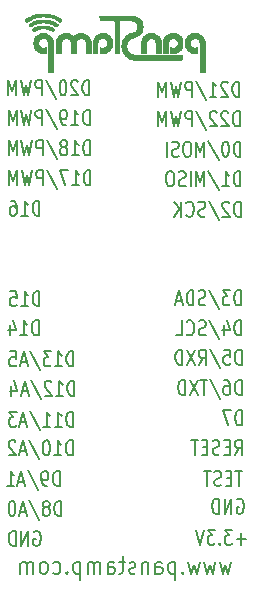
<source format=gbo>
%FSLAX46Y46*%
G04 Gerber Fmt 4.6, Leading zero omitted, Abs format (unit mm)*
G04 Created by KiCad (PCBNEW (2014-jul-16 BZR unknown)-product) date Mon 16 Mar 2015 03:56:46 PM CET*
%MOMM*%
G01*
G04 APERTURE LIST*
%ADD10C,0.150000*%
%ADD11C,0.177800*%
%ADD12C,0.002540*%
G04 APERTURE END LIST*
D10*
D11*
X172005047Y-85154524D02*
X172005047Y-83884524D01*
X171763142Y-83884524D01*
X171618000Y-83945000D01*
X171521238Y-84065952D01*
X171472857Y-84186905D01*
X171424476Y-84428810D01*
X171424476Y-84610238D01*
X171472857Y-84852143D01*
X171521238Y-84973095D01*
X171618000Y-85094048D01*
X171763142Y-85154524D01*
X172005047Y-85154524D01*
X170456857Y-85154524D02*
X171037428Y-85154524D01*
X170747142Y-85154524D02*
X170747142Y-83884524D01*
X170843904Y-84065952D01*
X170940666Y-84186905D01*
X171037428Y-84247381D01*
X169876285Y-84428810D02*
X169973047Y-84368333D01*
X170021428Y-84307857D01*
X170069809Y-84186905D01*
X170069809Y-84126429D01*
X170021428Y-84005476D01*
X169973047Y-83945000D01*
X169876285Y-83884524D01*
X169682762Y-83884524D01*
X169586000Y-83945000D01*
X169537619Y-84005476D01*
X169489238Y-84126429D01*
X169489238Y-84186905D01*
X169537619Y-84307857D01*
X169586000Y-84368333D01*
X169682762Y-84428810D01*
X169876285Y-84428810D01*
X169973047Y-84489286D01*
X170021428Y-84549762D01*
X170069809Y-84670714D01*
X170069809Y-84912619D01*
X170021428Y-85033571D01*
X169973047Y-85094048D01*
X169876285Y-85154524D01*
X169682762Y-85154524D01*
X169586000Y-85094048D01*
X169537619Y-85033571D01*
X169489238Y-84912619D01*
X169489238Y-84670714D01*
X169537619Y-84549762D01*
X169586000Y-84489286D01*
X169682762Y-84428810D01*
X168328095Y-83824048D02*
X169198952Y-85456905D01*
X167989428Y-85154524D02*
X167989428Y-83884524D01*
X167602381Y-83884524D01*
X167505619Y-83945000D01*
X167457238Y-84005476D01*
X167408857Y-84126429D01*
X167408857Y-84307857D01*
X167457238Y-84428810D01*
X167505619Y-84489286D01*
X167602381Y-84549762D01*
X167989428Y-84549762D01*
X167070190Y-83884524D02*
X166828285Y-85154524D01*
X166634762Y-84247381D01*
X166441238Y-85154524D01*
X166199333Y-83884524D01*
X165812285Y-85154524D02*
X165812285Y-83884524D01*
X165473619Y-84791667D01*
X165134952Y-83884524D01*
X165134952Y-85154524D01*
X170535142Y-110554524D02*
X170535142Y-109284524D01*
X170293237Y-109284524D01*
X170148095Y-109345000D01*
X170051333Y-109465952D01*
X170002952Y-109586905D01*
X169954571Y-109828810D01*
X169954571Y-110010238D01*
X170002952Y-110252143D01*
X170051333Y-110373095D01*
X170148095Y-110494048D01*
X170293237Y-110554524D01*
X170535142Y-110554524D01*
X168986952Y-110554524D02*
X169567523Y-110554524D01*
X169277237Y-110554524D02*
X169277237Y-109284524D01*
X169373999Y-109465952D01*
X169470761Y-109586905D01*
X169567523Y-109647381D01*
X168357999Y-109284524D02*
X168261238Y-109284524D01*
X168164476Y-109345000D01*
X168116095Y-109405476D01*
X168067714Y-109526429D01*
X168019333Y-109768333D01*
X168019333Y-110070714D01*
X168067714Y-110312619D01*
X168116095Y-110433571D01*
X168164476Y-110494048D01*
X168261238Y-110554524D01*
X168357999Y-110554524D01*
X168454761Y-110494048D01*
X168503142Y-110433571D01*
X168551523Y-110312619D01*
X168599904Y-110070714D01*
X168599904Y-109768333D01*
X168551523Y-109526429D01*
X168503142Y-109405476D01*
X168454761Y-109345000D01*
X168357999Y-109284524D01*
X166858190Y-109224048D02*
X167729047Y-110856905D01*
X166567904Y-110191667D02*
X166084095Y-110191667D01*
X166664666Y-110554524D02*
X166325999Y-109284524D01*
X165987333Y-110554524D01*
X165697047Y-109405476D02*
X165648666Y-109345000D01*
X165551904Y-109284524D01*
X165310000Y-109284524D01*
X165213238Y-109345000D01*
X165164857Y-109405476D01*
X165116476Y-109526429D01*
X165116476Y-109647381D01*
X165164857Y-109828810D01*
X165745428Y-110554524D01*
X165116476Y-110554524D01*
X184645047Y-80184524D02*
X184645047Y-78914524D01*
X184403142Y-78914524D01*
X184258000Y-78975000D01*
X184161238Y-79095952D01*
X184112857Y-79216905D01*
X184064476Y-79458810D01*
X184064476Y-79640238D01*
X184112857Y-79882143D01*
X184161238Y-80003095D01*
X184258000Y-80124048D01*
X184403142Y-80184524D01*
X184645047Y-80184524D01*
X183677428Y-79035476D02*
X183629047Y-78975000D01*
X183532285Y-78914524D01*
X183290381Y-78914524D01*
X183193619Y-78975000D01*
X183145238Y-79035476D01*
X183096857Y-79156429D01*
X183096857Y-79277381D01*
X183145238Y-79458810D01*
X183725809Y-80184524D01*
X183096857Y-80184524D01*
X182129238Y-80184524D02*
X182709809Y-80184524D01*
X182419523Y-80184524D02*
X182419523Y-78914524D01*
X182516285Y-79095952D01*
X182613047Y-79216905D01*
X182709809Y-79277381D01*
X180968095Y-78854048D02*
X181838952Y-80486905D01*
X180629428Y-80184524D02*
X180629428Y-78914524D01*
X180242381Y-78914524D01*
X180145619Y-78975000D01*
X180097238Y-79035476D01*
X180048857Y-79156429D01*
X180048857Y-79337857D01*
X180097238Y-79458810D01*
X180145619Y-79519286D01*
X180242381Y-79579762D01*
X180629428Y-79579762D01*
X179710190Y-78914524D02*
X179468285Y-80184524D01*
X179274762Y-79277381D01*
X179081238Y-80184524D01*
X178839333Y-78914524D01*
X178452285Y-80184524D02*
X178452285Y-78914524D01*
X178113619Y-79821667D01*
X177774952Y-78914524D01*
X177774952Y-80184524D01*
X167264095Y-116995000D02*
X167360857Y-116934524D01*
X167506000Y-116934524D01*
X167651142Y-116995000D01*
X167747904Y-117115952D01*
X167796285Y-117236905D01*
X167844666Y-117478810D01*
X167844666Y-117660238D01*
X167796285Y-117902143D01*
X167747904Y-118023095D01*
X167651142Y-118144048D01*
X167506000Y-118204524D01*
X167409238Y-118204524D01*
X167264095Y-118144048D01*
X167215714Y-118083571D01*
X167215714Y-117660238D01*
X167409238Y-117660238D01*
X166780285Y-118204524D02*
X166780285Y-116934524D01*
X166199714Y-118204524D01*
X166199714Y-116934524D01*
X165715904Y-118204524D02*
X165715904Y-116934524D01*
X165473999Y-116934524D01*
X165328857Y-116995000D01*
X165232095Y-117115952D01*
X165183714Y-117236905D01*
X165135333Y-117478810D01*
X165135333Y-117660238D01*
X165183714Y-117902143D01*
X165232095Y-118023095D01*
X165328857Y-118144048D01*
X165473999Y-118204524D01*
X165715904Y-118204524D01*
X184771904Y-90324524D02*
X184771904Y-89054524D01*
X184529999Y-89054524D01*
X184384857Y-89115000D01*
X184288095Y-89235952D01*
X184239714Y-89356905D01*
X184191333Y-89598810D01*
X184191333Y-89780238D01*
X184239714Y-90022143D01*
X184288095Y-90143095D01*
X184384857Y-90264048D01*
X184529999Y-90324524D01*
X184771904Y-90324524D01*
X183804285Y-89175476D02*
X183755904Y-89115000D01*
X183659142Y-89054524D01*
X183417238Y-89054524D01*
X183320476Y-89115000D01*
X183272095Y-89175476D01*
X183223714Y-89296429D01*
X183223714Y-89417381D01*
X183272095Y-89598810D01*
X183852666Y-90324524D01*
X183223714Y-90324524D01*
X182062571Y-88994048D02*
X182933428Y-90626905D01*
X181772285Y-90264048D02*
X181627142Y-90324524D01*
X181385238Y-90324524D01*
X181288476Y-90264048D01*
X181240095Y-90203571D01*
X181191714Y-90082619D01*
X181191714Y-89961667D01*
X181240095Y-89840714D01*
X181288476Y-89780238D01*
X181385238Y-89719762D01*
X181578761Y-89659286D01*
X181675523Y-89598810D01*
X181723904Y-89538333D01*
X181772285Y-89417381D01*
X181772285Y-89296429D01*
X181723904Y-89175476D01*
X181675523Y-89115000D01*
X181578761Y-89054524D01*
X181336857Y-89054524D01*
X181191714Y-89115000D01*
X180175714Y-90203571D02*
X180224095Y-90264048D01*
X180369238Y-90324524D01*
X180466000Y-90324524D01*
X180611142Y-90264048D01*
X180707904Y-90143095D01*
X180756285Y-90022143D01*
X180804666Y-89780238D01*
X180804666Y-89598810D01*
X180756285Y-89356905D01*
X180707904Y-89235952D01*
X180611142Y-89115000D01*
X180466000Y-89054524D01*
X180369238Y-89054524D01*
X180224095Y-89115000D01*
X180175714Y-89175476D01*
X179740285Y-90324524D02*
X179740285Y-89054524D01*
X179159714Y-90324524D02*
X179595142Y-89598810D01*
X179159714Y-89054524D02*
X179740285Y-89780238D01*
X184464095Y-114275000D02*
X184560857Y-114214524D01*
X184706000Y-114214524D01*
X184851142Y-114275000D01*
X184947904Y-114395952D01*
X184996285Y-114516905D01*
X185044666Y-114758810D01*
X185044666Y-114940238D01*
X184996285Y-115182143D01*
X184947904Y-115303095D01*
X184851142Y-115424048D01*
X184706000Y-115484524D01*
X184609238Y-115484524D01*
X184464095Y-115424048D01*
X184415714Y-115363571D01*
X184415714Y-114940238D01*
X184609238Y-114940238D01*
X183980285Y-115484524D02*
X183980285Y-114214524D01*
X183399714Y-115484524D01*
X183399714Y-114214524D01*
X182915904Y-115484524D02*
X182915904Y-114214524D01*
X182673999Y-114214524D01*
X182528857Y-114275000D01*
X182432095Y-114395952D01*
X182383714Y-114516905D01*
X182335333Y-114758810D01*
X182335333Y-114940238D01*
X182383714Y-115182143D01*
X182432095Y-115303095D01*
X182528857Y-115424048D01*
X182673999Y-115484524D01*
X182915904Y-115484524D01*
X184869904Y-108004524D02*
X184869904Y-106734524D01*
X184627999Y-106734524D01*
X184482857Y-106795000D01*
X184386095Y-106915952D01*
X184337714Y-107036905D01*
X184289333Y-107278810D01*
X184289333Y-107460238D01*
X184337714Y-107702143D01*
X184386095Y-107823095D01*
X184482857Y-107944048D01*
X184627999Y-108004524D01*
X184869904Y-108004524D01*
X183950666Y-106734524D02*
X183273333Y-106734524D01*
X183708761Y-108004524D01*
X184840952Y-105434524D02*
X184840952Y-104164524D01*
X184599047Y-104164524D01*
X184453905Y-104225000D01*
X184357143Y-104345952D01*
X184308762Y-104466905D01*
X184260381Y-104708810D01*
X184260381Y-104890238D01*
X184308762Y-105132143D01*
X184357143Y-105253095D01*
X184453905Y-105374048D01*
X184599047Y-105434524D01*
X184840952Y-105434524D01*
X183389524Y-104164524D02*
X183583047Y-104164524D01*
X183679809Y-104225000D01*
X183728190Y-104285476D01*
X183824952Y-104466905D01*
X183873333Y-104708810D01*
X183873333Y-105192619D01*
X183824952Y-105313571D01*
X183776571Y-105374048D01*
X183679809Y-105434524D01*
X183486286Y-105434524D01*
X183389524Y-105374048D01*
X183341143Y-105313571D01*
X183292762Y-105192619D01*
X183292762Y-104890238D01*
X183341143Y-104769286D01*
X183389524Y-104708810D01*
X183486286Y-104648333D01*
X183679809Y-104648333D01*
X183776571Y-104708810D01*
X183824952Y-104769286D01*
X183873333Y-104890238D01*
X182131619Y-104104048D02*
X183002476Y-105736905D01*
X181938095Y-104164524D02*
X181357524Y-104164524D01*
X181647809Y-105434524D02*
X181647809Y-104164524D01*
X181115619Y-104164524D02*
X180438286Y-105434524D01*
X180438286Y-104164524D02*
X181115619Y-105434524D01*
X180051238Y-105434524D02*
X180051238Y-104164524D01*
X179809333Y-104164524D01*
X179664191Y-104225000D01*
X179567429Y-104345952D01*
X179519048Y-104466905D01*
X179470667Y-104708810D01*
X179470667Y-104890238D01*
X179519048Y-105132143D01*
X179567429Y-105253095D01*
X179664191Y-105374048D01*
X179809333Y-105434524D01*
X180051238Y-105434524D01*
X184275619Y-110504524D02*
X184614285Y-109899762D01*
X184856190Y-110504524D02*
X184856190Y-109234524D01*
X184469143Y-109234524D01*
X184372381Y-109295000D01*
X184324000Y-109355476D01*
X184275619Y-109476429D01*
X184275619Y-109657857D01*
X184324000Y-109778810D01*
X184372381Y-109839286D01*
X184469143Y-109899762D01*
X184856190Y-109899762D01*
X183840190Y-109839286D02*
X183501524Y-109839286D01*
X183356381Y-110504524D02*
X183840190Y-110504524D01*
X183840190Y-109234524D01*
X183356381Y-109234524D01*
X182969333Y-110444048D02*
X182824190Y-110504524D01*
X182582286Y-110504524D01*
X182485524Y-110444048D01*
X182437143Y-110383571D01*
X182388762Y-110262619D01*
X182388762Y-110141667D01*
X182437143Y-110020714D01*
X182485524Y-109960238D01*
X182582286Y-109899762D01*
X182775809Y-109839286D01*
X182872571Y-109778810D01*
X182920952Y-109718333D01*
X182969333Y-109597381D01*
X182969333Y-109476429D01*
X182920952Y-109355476D01*
X182872571Y-109295000D01*
X182775809Y-109234524D01*
X182533905Y-109234524D01*
X182388762Y-109295000D01*
X181953333Y-109839286D02*
X181614667Y-109839286D01*
X181469524Y-110504524D02*
X181953333Y-110504524D01*
X181953333Y-109234524D01*
X181469524Y-109234524D01*
X181179238Y-109234524D02*
X180598667Y-109234524D01*
X180888952Y-110504524D02*
X180888952Y-109234524D01*
X184851904Y-102874524D02*
X184851904Y-101604524D01*
X184609999Y-101604524D01*
X184464857Y-101665000D01*
X184368095Y-101785952D01*
X184319714Y-101906905D01*
X184271333Y-102148810D01*
X184271333Y-102330238D01*
X184319714Y-102572143D01*
X184368095Y-102693095D01*
X184464857Y-102814048D01*
X184609999Y-102874524D01*
X184851904Y-102874524D01*
X183352095Y-101604524D02*
X183835904Y-101604524D01*
X183884285Y-102209286D01*
X183835904Y-102148810D01*
X183739142Y-102088333D01*
X183497238Y-102088333D01*
X183400476Y-102148810D01*
X183352095Y-102209286D01*
X183303714Y-102330238D01*
X183303714Y-102632619D01*
X183352095Y-102753571D01*
X183400476Y-102814048D01*
X183497238Y-102874524D01*
X183739142Y-102874524D01*
X183835904Y-102814048D01*
X183884285Y-102753571D01*
X182142571Y-101544048D02*
X183013428Y-103176905D01*
X181223333Y-102874524D02*
X181561999Y-102269762D01*
X181803904Y-102874524D02*
X181803904Y-101604524D01*
X181416857Y-101604524D01*
X181320095Y-101665000D01*
X181271714Y-101725476D01*
X181223333Y-101846429D01*
X181223333Y-102027857D01*
X181271714Y-102148810D01*
X181320095Y-102209286D01*
X181416857Y-102269762D01*
X181803904Y-102269762D01*
X180884666Y-101604524D02*
X180207333Y-102874524D01*
X180207333Y-101604524D02*
X180884666Y-102874524D01*
X179820285Y-102874524D02*
X179820285Y-101604524D01*
X179578380Y-101604524D01*
X179433238Y-101665000D01*
X179336476Y-101785952D01*
X179288095Y-101906905D01*
X179239714Y-102148810D01*
X179239714Y-102330238D01*
X179288095Y-102572143D01*
X179336476Y-102693095D01*
X179433238Y-102814048D01*
X179578380Y-102874524D01*
X179820285Y-102874524D01*
X184675047Y-82684524D02*
X184675047Y-81414524D01*
X184433142Y-81414524D01*
X184288000Y-81475000D01*
X184191238Y-81595952D01*
X184142857Y-81716905D01*
X184094476Y-81958810D01*
X184094476Y-82140238D01*
X184142857Y-82382143D01*
X184191238Y-82503095D01*
X184288000Y-82624048D01*
X184433142Y-82684524D01*
X184675047Y-82684524D01*
X183707428Y-81535476D02*
X183659047Y-81475000D01*
X183562285Y-81414524D01*
X183320381Y-81414524D01*
X183223619Y-81475000D01*
X183175238Y-81535476D01*
X183126857Y-81656429D01*
X183126857Y-81777381D01*
X183175238Y-81958810D01*
X183755809Y-82684524D01*
X183126857Y-82684524D01*
X182739809Y-81535476D02*
X182691428Y-81475000D01*
X182594666Y-81414524D01*
X182352762Y-81414524D01*
X182256000Y-81475000D01*
X182207619Y-81535476D01*
X182159238Y-81656429D01*
X182159238Y-81777381D01*
X182207619Y-81958810D01*
X182788190Y-82684524D01*
X182159238Y-82684524D01*
X180998095Y-81354048D02*
X181868952Y-82986905D01*
X180659428Y-82684524D02*
X180659428Y-81414524D01*
X180272381Y-81414524D01*
X180175619Y-81475000D01*
X180127238Y-81535476D01*
X180078857Y-81656429D01*
X180078857Y-81837857D01*
X180127238Y-81958810D01*
X180175619Y-82019286D01*
X180272381Y-82079762D01*
X180659428Y-82079762D01*
X179740190Y-81414524D02*
X179498285Y-82684524D01*
X179304762Y-81777381D01*
X179111238Y-82684524D01*
X178869333Y-81414524D01*
X178482285Y-82684524D02*
X178482285Y-81414524D01*
X178143619Y-82321667D01*
X177804952Y-81414524D01*
X177804952Y-82684524D01*
X184779333Y-97854524D02*
X184779333Y-96584524D01*
X184537428Y-96584524D01*
X184392286Y-96645000D01*
X184295524Y-96765952D01*
X184247143Y-96886905D01*
X184198762Y-97128810D01*
X184198762Y-97310238D01*
X184247143Y-97552143D01*
X184295524Y-97673095D01*
X184392286Y-97794048D01*
X184537428Y-97854524D01*
X184779333Y-97854524D01*
X183860095Y-96584524D02*
X183231143Y-96584524D01*
X183569809Y-97068333D01*
X183424667Y-97068333D01*
X183327905Y-97128810D01*
X183279524Y-97189286D01*
X183231143Y-97310238D01*
X183231143Y-97612619D01*
X183279524Y-97733571D01*
X183327905Y-97794048D01*
X183424667Y-97854524D01*
X183714952Y-97854524D01*
X183811714Y-97794048D01*
X183860095Y-97733571D01*
X182070000Y-96524048D02*
X182940857Y-98156905D01*
X181779714Y-97794048D02*
X181634571Y-97854524D01*
X181392667Y-97854524D01*
X181295905Y-97794048D01*
X181247524Y-97733571D01*
X181199143Y-97612619D01*
X181199143Y-97491667D01*
X181247524Y-97370714D01*
X181295905Y-97310238D01*
X181392667Y-97249762D01*
X181586190Y-97189286D01*
X181682952Y-97128810D01*
X181731333Y-97068333D01*
X181779714Y-96947381D01*
X181779714Y-96826429D01*
X181731333Y-96705476D01*
X181682952Y-96645000D01*
X181586190Y-96584524D01*
X181344286Y-96584524D01*
X181199143Y-96645000D01*
X180763714Y-97854524D02*
X180763714Y-96584524D01*
X180521809Y-96584524D01*
X180376667Y-96645000D01*
X180279905Y-96765952D01*
X180231524Y-96886905D01*
X180183143Y-97128810D01*
X180183143Y-97310238D01*
X180231524Y-97552143D01*
X180279905Y-97673095D01*
X180376667Y-97794048D01*
X180521809Y-97854524D01*
X180763714Y-97854524D01*
X179796095Y-97491667D02*
X179312286Y-97491667D01*
X179892857Y-97854524D02*
X179554190Y-96584524D01*
X179215524Y-97854524D01*
X184805142Y-100384524D02*
X184805142Y-99114524D01*
X184563237Y-99114524D01*
X184418095Y-99175000D01*
X184321333Y-99295952D01*
X184272952Y-99416905D01*
X184224571Y-99658810D01*
X184224571Y-99840238D01*
X184272952Y-100082143D01*
X184321333Y-100203095D01*
X184418095Y-100324048D01*
X184563237Y-100384524D01*
X184805142Y-100384524D01*
X183353714Y-99537857D02*
X183353714Y-100384524D01*
X183595618Y-99054048D02*
X183837523Y-99961190D01*
X183208571Y-99961190D01*
X182095809Y-99054048D02*
X182966666Y-100686905D01*
X181805523Y-100324048D02*
X181660380Y-100384524D01*
X181418476Y-100384524D01*
X181321714Y-100324048D01*
X181273333Y-100263571D01*
X181224952Y-100142619D01*
X181224952Y-100021667D01*
X181273333Y-99900714D01*
X181321714Y-99840238D01*
X181418476Y-99779762D01*
X181611999Y-99719286D01*
X181708761Y-99658810D01*
X181757142Y-99598333D01*
X181805523Y-99477381D01*
X181805523Y-99356429D01*
X181757142Y-99235476D01*
X181708761Y-99175000D01*
X181611999Y-99114524D01*
X181370095Y-99114524D01*
X181224952Y-99175000D01*
X180208952Y-100263571D02*
X180257333Y-100324048D01*
X180402476Y-100384524D01*
X180499238Y-100384524D01*
X180644380Y-100324048D01*
X180741142Y-100203095D01*
X180789523Y-100082143D01*
X180837904Y-99840238D01*
X180837904Y-99658810D01*
X180789523Y-99416905D01*
X180741142Y-99295952D01*
X180644380Y-99175000D01*
X180499238Y-99114524D01*
X180402476Y-99114524D01*
X180257333Y-99175000D01*
X180208952Y-99235476D01*
X179289714Y-100384524D02*
X179773523Y-100384524D01*
X179773523Y-99114524D01*
X184750571Y-87764524D02*
X184750571Y-86494524D01*
X184508666Y-86494524D01*
X184363524Y-86555000D01*
X184266762Y-86675952D01*
X184218381Y-86796905D01*
X184170000Y-87038810D01*
X184170000Y-87220238D01*
X184218381Y-87462143D01*
X184266762Y-87583095D01*
X184363524Y-87704048D01*
X184508666Y-87764524D01*
X184750571Y-87764524D01*
X183202381Y-87764524D02*
X183782952Y-87764524D01*
X183492666Y-87764524D02*
X183492666Y-86494524D01*
X183589428Y-86675952D01*
X183686190Y-86796905D01*
X183782952Y-86857381D01*
X182041238Y-86434048D02*
X182912095Y-88066905D01*
X181702571Y-87764524D02*
X181702571Y-86494524D01*
X181363905Y-87401667D01*
X181025238Y-86494524D01*
X181025238Y-87764524D01*
X180541428Y-87764524D02*
X180541428Y-86494524D01*
X180105999Y-87704048D02*
X179960856Y-87764524D01*
X179718952Y-87764524D01*
X179622190Y-87704048D01*
X179573809Y-87643571D01*
X179525428Y-87522619D01*
X179525428Y-87401667D01*
X179573809Y-87280714D01*
X179622190Y-87220238D01*
X179718952Y-87159762D01*
X179912475Y-87099286D01*
X180009237Y-87038810D01*
X180057618Y-86978333D01*
X180105999Y-86857381D01*
X180105999Y-86736429D01*
X180057618Y-86615476D01*
X180009237Y-86555000D01*
X179912475Y-86494524D01*
X179670571Y-86494524D01*
X179525428Y-86555000D01*
X178896475Y-86494524D02*
X178702952Y-86494524D01*
X178606190Y-86555000D01*
X178509428Y-86675952D01*
X178461047Y-86917857D01*
X178461047Y-87341190D01*
X178509428Y-87583095D01*
X178606190Y-87704048D01*
X178702952Y-87764524D01*
X178896475Y-87764524D01*
X178993237Y-87704048D01*
X179089999Y-87583095D01*
X179138380Y-87341190D01*
X179138380Y-86917857D01*
X179089999Y-86675952D01*
X178993237Y-86555000D01*
X178896475Y-86494524D01*
X184750571Y-85244524D02*
X184750571Y-83974524D01*
X184508666Y-83974524D01*
X184363524Y-84035000D01*
X184266762Y-84155952D01*
X184218381Y-84276905D01*
X184170000Y-84518810D01*
X184170000Y-84700238D01*
X184218381Y-84942143D01*
X184266762Y-85063095D01*
X184363524Y-85184048D01*
X184508666Y-85244524D01*
X184750571Y-85244524D01*
X183541047Y-83974524D02*
X183444286Y-83974524D01*
X183347524Y-84035000D01*
X183299143Y-84095476D01*
X183250762Y-84216429D01*
X183202381Y-84458333D01*
X183202381Y-84760714D01*
X183250762Y-85002619D01*
X183299143Y-85123571D01*
X183347524Y-85184048D01*
X183444286Y-85244524D01*
X183541047Y-85244524D01*
X183637809Y-85184048D01*
X183686190Y-85123571D01*
X183734571Y-85002619D01*
X183782952Y-84760714D01*
X183782952Y-84458333D01*
X183734571Y-84216429D01*
X183686190Y-84095476D01*
X183637809Y-84035000D01*
X183541047Y-83974524D01*
X182041238Y-83914048D02*
X182912095Y-85546905D01*
X181702571Y-85244524D02*
X181702571Y-83974524D01*
X181363905Y-84881667D01*
X181025238Y-83974524D01*
X181025238Y-85244524D01*
X180347904Y-83974524D02*
X180154381Y-83974524D01*
X180057619Y-84035000D01*
X179960857Y-84155952D01*
X179912476Y-84397857D01*
X179912476Y-84821190D01*
X179960857Y-85063095D01*
X180057619Y-85184048D01*
X180154381Y-85244524D01*
X180347904Y-85244524D01*
X180444666Y-85184048D01*
X180541428Y-85063095D01*
X180589809Y-84821190D01*
X180589809Y-84397857D01*
X180541428Y-84155952D01*
X180444666Y-84035000D01*
X180347904Y-83974524D01*
X179525428Y-85184048D02*
X179380285Y-85244524D01*
X179138381Y-85244524D01*
X179041619Y-85184048D01*
X178993238Y-85123571D01*
X178944857Y-85002619D01*
X178944857Y-84881667D01*
X178993238Y-84760714D01*
X179041619Y-84700238D01*
X179138381Y-84639762D01*
X179331904Y-84579286D01*
X179428666Y-84518810D01*
X179477047Y-84458333D01*
X179525428Y-84337381D01*
X179525428Y-84216429D01*
X179477047Y-84095476D01*
X179428666Y-84035000D01*
X179331904Y-83974524D01*
X179090000Y-83974524D01*
X178944857Y-84035000D01*
X178509428Y-85244524D02*
X178509428Y-83974524D01*
X167723714Y-90244524D02*
X167723714Y-88974524D01*
X167481809Y-88974524D01*
X167336667Y-89035000D01*
X167239905Y-89155952D01*
X167191524Y-89276905D01*
X167143143Y-89518810D01*
X167143143Y-89700238D01*
X167191524Y-89942143D01*
X167239905Y-90063095D01*
X167336667Y-90184048D01*
X167481809Y-90244524D01*
X167723714Y-90244524D01*
X166175524Y-90244524D02*
X166756095Y-90244524D01*
X166465809Y-90244524D02*
X166465809Y-88974524D01*
X166562571Y-89155952D01*
X166659333Y-89276905D01*
X166756095Y-89337381D01*
X165304667Y-88974524D02*
X165498190Y-88974524D01*
X165594952Y-89035000D01*
X165643333Y-89095476D01*
X165740095Y-89276905D01*
X165788476Y-89518810D01*
X165788476Y-90002619D01*
X165740095Y-90123571D01*
X165691714Y-90184048D01*
X165594952Y-90244524D01*
X165401429Y-90244524D01*
X165304667Y-90184048D01*
X165256286Y-90123571D01*
X165207905Y-90002619D01*
X165207905Y-89700238D01*
X165256286Y-89579286D01*
X165304667Y-89518810D01*
X165401429Y-89458333D01*
X165594952Y-89458333D01*
X165691714Y-89518810D01*
X165740095Y-89579286D01*
X165788476Y-89700238D01*
X167723714Y-97914524D02*
X167723714Y-96644524D01*
X167481809Y-96644524D01*
X167336667Y-96705000D01*
X167239905Y-96825952D01*
X167191524Y-96946905D01*
X167143143Y-97188810D01*
X167143143Y-97370238D01*
X167191524Y-97612143D01*
X167239905Y-97733095D01*
X167336667Y-97854048D01*
X167481809Y-97914524D01*
X167723714Y-97914524D01*
X166175524Y-97914524D02*
X166756095Y-97914524D01*
X166465809Y-97914524D02*
X166465809Y-96644524D01*
X166562571Y-96825952D01*
X166659333Y-96946905D01*
X166756095Y-97007381D01*
X165256286Y-96644524D02*
X165740095Y-96644524D01*
X165788476Y-97249286D01*
X165740095Y-97188810D01*
X165643333Y-97128333D01*
X165401429Y-97128333D01*
X165304667Y-97188810D01*
X165256286Y-97249286D01*
X165207905Y-97370238D01*
X165207905Y-97672619D01*
X165256286Y-97793571D01*
X165304667Y-97854048D01*
X165401429Y-97914524D01*
X165643333Y-97914524D01*
X165740095Y-97854048D01*
X165788476Y-97793571D01*
X170675142Y-105494524D02*
X170675142Y-104224524D01*
X170433237Y-104224524D01*
X170288095Y-104285000D01*
X170191333Y-104405952D01*
X170142952Y-104526905D01*
X170094571Y-104768810D01*
X170094571Y-104950238D01*
X170142952Y-105192143D01*
X170191333Y-105313095D01*
X170288095Y-105434048D01*
X170433237Y-105494524D01*
X170675142Y-105494524D01*
X169126952Y-105494524D02*
X169707523Y-105494524D01*
X169417237Y-105494524D02*
X169417237Y-104224524D01*
X169513999Y-104405952D01*
X169610761Y-104526905D01*
X169707523Y-104587381D01*
X168739904Y-104345476D02*
X168691523Y-104285000D01*
X168594761Y-104224524D01*
X168352857Y-104224524D01*
X168256095Y-104285000D01*
X168207714Y-104345476D01*
X168159333Y-104466429D01*
X168159333Y-104587381D01*
X168207714Y-104768810D01*
X168788285Y-105494524D01*
X168159333Y-105494524D01*
X166998190Y-104164048D02*
X167869047Y-105796905D01*
X166707904Y-105131667D02*
X166224095Y-105131667D01*
X166804666Y-105494524D02*
X166465999Y-104224524D01*
X166127333Y-105494524D01*
X165353238Y-104647857D02*
X165353238Y-105494524D01*
X165595142Y-104164048D02*
X165837047Y-105071190D01*
X165208095Y-105071190D01*
X170595142Y-103014524D02*
X170595142Y-101744524D01*
X170353237Y-101744524D01*
X170208095Y-101805000D01*
X170111333Y-101925952D01*
X170062952Y-102046905D01*
X170014571Y-102288810D01*
X170014571Y-102470238D01*
X170062952Y-102712143D01*
X170111333Y-102833095D01*
X170208095Y-102954048D01*
X170353237Y-103014524D01*
X170595142Y-103014524D01*
X169046952Y-103014524D02*
X169627523Y-103014524D01*
X169337237Y-103014524D02*
X169337237Y-101744524D01*
X169433999Y-101925952D01*
X169530761Y-102046905D01*
X169627523Y-102107381D01*
X168708285Y-101744524D02*
X168079333Y-101744524D01*
X168417999Y-102228333D01*
X168272857Y-102228333D01*
X168176095Y-102288810D01*
X168127714Y-102349286D01*
X168079333Y-102470238D01*
X168079333Y-102772619D01*
X168127714Y-102893571D01*
X168176095Y-102954048D01*
X168272857Y-103014524D01*
X168563142Y-103014524D01*
X168659904Y-102954048D01*
X168708285Y-102893571D01*
X166918190Y-101684048D02*
X167789047Y-103316905D01*
X166627904Y-102651667D02*
X166144095Y-102651667D01*
X166724666Y-103014524D02*
X166385999Y-101744524D01*
X166047333Y-103014524D01*
X165224857Y-101744524D02*
X165708666Y-101744524D01*
X165757047Y-102349286D01*
X165708666Y-102288810D01*
X165611904Y-102228333D01*
X165370000Y-102228333D01*
X165273238Y-102288810D01*
X165224857Y-102349286D01*
X165176476Y-102470238D01*
X165176476Y-102772619D01*
X165224857Y-102893571D01*
X165273238Y-102954048D01*
X165370000Y-103014524D01*
X165611904Y-103014524D01*
X165708666Y-102954048D01*
X165757047Y-102893571D01*
X171985047Y-82574524D02*
X171985047Y-81304524D01*
X171743142Y-81304524D01*
X171598000Y-81365000D01*
X171501238Y-81485952D01*
X171452857Y-81606905D01*
X171404476Y-81848810D01*
X171404476Y-82030238D01*
X171452857Y-82272143D01*
X171501238Y-82393095D01*
X171598000Y-82514048D01*
X171743142Y-82574524D01*
X171985047Y-82574524D01*
X170436857Y-82574524D02*
X171017428Y-82574524D01*
X170727142Y-82574524D02*
X170727142Y-81304524D01*
X170823904Y-81485952D01*
X170920666Y-81606905D01*
X171017428Y-81667381D01*
X169953047Y-82574524D02*
X169759523Y-82574524D01*
X169662762Y-82514048D01*
X169614381Y-82453571D01*
X169517619Y-82272143D01*
X169469238Y-82030238D01*
X169469238Y-81546429D01*
X169517619Y-81425476D01*
X169566000Y-81365000D01*
X169662762Y-81304524D01*
X169856285Y-81304524D01*
X169953047Y-81365000D01*
X170001428Y-81425476D01*
X170049809Y-81546429D01*
X170049809Y-81848810D01*
X170001428Y-81969762D01*
X169953047Y-82030238D01*
X169856285Y-82090714D01*
X169662762Y-82090714D01*
X169566000Y-82030238D01*
X169517619Y-81969762D01*
X169469238Y-81848810D01*
X168308095Y-81244048D02*
X169178952Y-82876905D01*
X167969428Y-82574524D02*
X167969428Y-81304524D01*
X167582381Y-81304524D01*
X167485619Y-81365000D01*
X167437238Y-81425476D01*
X167388857Y-81546429D01*
X167388857Y-81727857D01*
X167437238Y-81848810D01*
X167485619Y-81909286D01*
X167582381Y-81969762D01*
X167969428Y-81969762D01*
X167050190Y-81304524D02*
X166808285Y-82574524D01*
X166614762Y-81667381D01*
X166421238Y-82574524D01*
X166179333Y-81304524D01*
X165792285Y-82574524D02*
X165792285Y-81304524D01*
X165453619Y-82211667D01*
X165114952Y-81304524D01*
X165114952Y-82574524D01*
X167653714Y-100374524D02*
X167653714Y-99104524D01*
X167411809Y-99104524D01*
X167266667Y-99165000D01*
X167169905Y-99285952D01*
X167121524Y-99406905D01*
X167073143Y-99648810D01*
X167073143Y-99830238D01*
X167121524Y-100072143D01*
X167169905Y-100193095D01*
X167266667Y-100314048D01*
X167411809Y-100374524D01*
X167653714Y-100374524D01*
X166105524Y-100374524D02*
X166686095Y-100374524D01*
X166395809Y-100374524D02*
X166395809Y-99104524D01*
X166492571Y-99285952D01*
X166589333Y-99406905D01*
X166686095Y-99467381D01*
X165234667Y-99527857D02*
X165234667Y-100374524D01*
X165476571Y-99044048D02*
X165718476Y-99951190D01*
X165089524Y-99951190D01*
X172045047Y-87694524D02*
X172045047Y-86424524D01*
X171803142Y-86424524D01*
X171658000Y-86485000D01*
X171561238Y-86605952D01*
X171512857Y-86726905D01*
X171464476Y-86968810D01*
X171464476Y-87150238D01*
X171512857Y-87392143D01*
X171561238Y-87513095D01*
X171658000Y-87634048D01*
X171803142Y-87694524D01*
X172045047Y-87694524D01*
X170496857Y-87694524D02*
X171077428Y-87694524D01*
X170787142Y-87694524D02*
X170787142Y-86424524D01*
X170883904Y-86605952D01*
X170980666Y-86726905D01*
X171077428Y-86787381D01*
X170158190Y-86424524D02*
X169480857Y-86424524D01*
X169916285Y-87694524D01*
X168368095Y-86364048D02*
X169238952Y-87996905D01*
X168029428Y-87694524D02*
X168029428Y-86424524D01*
X167642381Y-86424524D01*
X167545619Y-86485000D01*
X167497238Y-86545476D01*
X167448857Y-86666429D01*
X167448857Y-86847857D01*
X167497238Y-86968810D01*
X167545619Y-87029286D01*
X167642381Y-87089762D01*
X168029428Y-87089762D01*
X167110190Y-86424524D02*
X166868285Y-87694524D01*
X166674762Y-86787381D01*
X166481238Y-87694524D01*
X166239333Y-86424524D01*
X165852285Y-87694524D02*
X165852285Y-86424524D01*
X165513619Y-87331667D01*
X165174952Y-86424524D01*
X165174952Y-87694524D01*
X170585142Y-108124524D02*
X170585142Y-106854524D01*
X170343237Y-106854524D01*
X170198095Y-106915000D01*
X170101333Y-107035952D01*
X170052952Y-107156905D01*
X170004571Y-107398810D01*
X170004571Y-107580238D01*
X170052952Y-107822143D01*
X170101333Y-107943095D01*
X170198095Y-108064048D01*
X170343237Y-108124524D01*
X170585142Y-108124524D01*
X169036952Y-108124524D02*
X169617523Y-108124524D01*
X169327237Y-108124524D02*
X169327237Y-106854524D01*
X169423999Y-107035952D01*
X169520761Y-107156905D01*
X169617523Y-107217381D01*
X168069333Y-108124524D02*
X168649904Y-108124524D01*
X168359618Y-108124524D02*
X168359618Y-106854524D01*
X168456380Y-107035952D01*
X168553142Y-107156905D01*
X168649904Y-107217381D01*
X166908190Y-106794048D02*
X167779047Y-108426905D01*
X166617904Y-107761667D02*
X166134095Y-107761667D01*
X166714666Y-108124524D02*
X166375999Y-106854524D01*
X166037333Y-108124524D01*
X165795428Y-106854524D02*
X165166476Y-106854524D01*
X165505142Y-107338333D01*
X165360000Y-107338333D01*
X165263238Y-107398810D01*
X165214857Y-107459286D01*
X165166476Y-107580238D01*
X165166476Y-107882619D01*
X165214857Y-108003571D01*
X165263238Y-108064048D01*
X165360000Y-108124524D01*
X165650285Y-108124524D01*
X165747047Y-108064048D01*
X165795428Y-108003571D01*
X169571333Y-115684524D02*
X169571333Y-114414524D01*
X169329428Y-114414524D01*
X169184286Y-114475000D01*
X169087524Y-114595952D01*
X169039143Y-114716905D01*
X168990762Y-114958810D01*
X168990762Y-115140238D01*
X169039143Y-115382143D01*
X169087524Y-115503095D01*
X169184286Y-115624048D01*
X169329428Y-115684524D01*
X169571333Y-115684524D01*
X168410190Y-114958810D02*
X168506952Y-114898333D01*
X168555333Y-114837857D01*
X168603714Y-114716905D01*
X168603714Y-114656429D01*
X168555333Y-114535476D01*
X168506952Y-114475000D01*
X168410190Y-114414524D01*
X168216667Y-114414524D01*
X168119905Y-114475000D01*
X168071524Y-114535476D01*
X168023143Y-114656429D01*
X168023143Y-114716905D01*
X168071524Y-114837857D01*
X168119905Y-114898333D01*
X168216667Y-114958810D01*
X168410190Y-114958810D01*
X168506952Y-115019286D01*
X168555333Y-115079762D01*
X168603714Y-115200714D01*
X168603714Y-115442619D01*
X168555333Y-115563571D01*
X168506952Y-115624048D01*
X168410190Y-115684524D01*
X168216667Y-115684524D01*
X168119905Y-115624048D01*
X168071524Y-115563571D01*
X168023143Y-115442619D01*
X168023143Y-115200714D01*
X168071524Y-115079762D01*
X168119905Y-115019286D01*
X168216667Y-114958810D01*
X166862000Y-114354048D02*
X167732857Y-115986905D01*
X166571714Y-115321667D02*
X166087905Y-115321667D01*
X166668476Y-115684524D02*
X166329809Y-114414524D01*
X165991143Y-115684524D01*
X165458952Y-114414524D02*
X165362191Y-114414524D01*
X165265429Y-114475000D01*
X165217048Y-114535476D01*
X165168667Y-114656429D01*
X165120286Y-114898333D01*
X165120286Y-115200714D01*
X165168667Y-115442619D01*
X165217048Y-115563571D01*
X165265429Y-115624048D01*
X165362191Y-115684524D01*
X165458952Y-115684524D01*
X165555714Y-115624048D01*
X165604095Y-115563571D01*
X165652476Y-115442619D01*
X165700857Y-115200714D01*
X165700857Y-114898333D01*
X165652476Y-114656429D01*
X165604095Y-114535476D01*
X165555714Y-114475000D01*
X165458952Y-114414524D01*
X169441333Y-113134524D02*
X169441333Y-111864524D01*
X169199428Y-111864524D01*
X169054286Y-111925000D01*
X168957524Y-112045952D01*
X168909143Y-112166905D01*
X168860762Y-112408810D01*
X168860762Y-112590238D01*
X168909143Y-112832143D01*
X168957524Y-112953095D01*
X169054286Y-113074048D01*
X169199428Y-113134524D01*
X169441333Y-113134524D01*
X168376952Y-113134524D02*
X168183428Y-113134524D01*
X168086667Y-113074048D01*
X168038286Y-113013571D01*
X167941524Y-112832143D01*
X167893143Y-112590238D01*
X167893143Y-112106429D01*
X167941524Y-111985476D01*
X167989905Y-111925000D01*
X168086667Y-111864524D01*
X168280190Y-111864524D01*
X168376952Y-111925000D01*
X168425333Y-111985476D01*
X168473714Y-112106429D01*
X168473714Y-112408810D01*
X168425333Y-112529762D01*
X168376952Y-112590238D01*
X168280190Y-112650714D01*
X168086667Y-112650714D01*
X167989905Y-112590238D01*
X167941524Y-112529762D01*
X167893143Y-112408810D01*
X166732000Y-111804048D02*
X167602857Y-113436905D01*
X166441714Y-112771667D02*
X165957905Y-112771667D01*
X166538476Y-113134524D02*
X166199809Y-111864524D01*
X165861143Y-113134524D01*
X164990286Y-113134524D02*
X165570857Y-113134524D01*
X165280571Y-113134524D02*
X165280571Y-111864524D01*
X165377333Y-112045952D01*
X165474095Y-112166905D01*
X165570857Y-112227381D01*
X171955047Y-80054524D02*
X171955047Y-78784524D01*
X171713142Y-78784524D01*
X171568000Y-78845000D01*
X171471238Y-78965952D01*
X171422857Y-79086905D01*
X171374476Y-79328810D01*
X171374476Y-79510238D01*
X171422857Y-79752143D01*
X171471238Y-79873095D01*
X171568000Y-79994048D01*
X171713142Y-80054524D01*
X171955047Y-80054524D01*
X170987428Y-78905476D02*
X170939047Y-78845000D01*
X170842285Y-78784524D01*
X170600381Y-78784524D01*
X170503619Y-78845000D01*
X170455238Y-78905476D01*
X170406857Y-79026429D01*
X170406857Y-79147381D01*
X170455238Y-79328810D01*
X171035809Y-80054524D01*
X170406857Y-80054524D01*
X169777904Y-78784524D02*
X169681143Y-78784524D01*
X169584381Y-78845000D01*
X169536000Y-78905476D01*
X169487619Y-79026429D01*
X169439238Y-79268333D01*
X169439238Y-79570714D01*
X169487619Y-79812619D01*
X169536000Y-79933571D01*
X169584381Y-79994048D01*
X169681143Y-80054524D01*
X169777904Y-80054524D01*
X169874666Y-79994048D01*
X169923047Y-79933571D01*
X169971428Y-79812619D01*
X170019809Y-79570714D01*
X170019809Y-79268333D01*
X169971428Y-79026429D01*
X169923047Y-78905476D01*
X169874666Y-78845000D01*
X169777904Y-78784524D01*
X168278095Y-78724048D02*
X169148952Y-80356905D01*
X167939428Y-80054524D02*
X167939428Y-78784524D01*
X167552381Y-78784524D01*
X167455619Y-78845000D01*
X167407238Y-78905476D01*
X167358857Y-79026429D01*
X167358857Y-79207857D01*
X167407238Y-79328810D01*
X167455619Y-79389286D01*
X167552381Y-79449762D01*
X167939428Y-79449762D01*
X167020190Y-78784524D02*
X166778285Y-80054524D01*
X166584762Y-79147381D01*
X166391238Y-80054524D01*
X166149333Y-78784524D01*
X165762285Y-80054524D02*
X165762285Y-78784524D01*
X165423619Y-79691667D01*
X165084952Y-78784524D01*
X165084952Y-80054524D01*
X184900761Y-111874524D02*
X184320190Y-111874524D01*
X184610475Y-113144524D02*
X184610475Y-111874524D01*
X183981523Y-112479286D02*
X183642857Y-112479286D01*
X183497714Y-113144524D02*
X183981523Y-113144524D01*
X183981523Y-111874524D01*
X183497714Y-111874524D01*
X183110666Y-113084048D02*
X182965523Y-113144524D01*
X182723619Y-113144524D01*
X182626857Y-113084048D01*
X182578476Y-113023571D01*
X182530095Y-112902619D01*
X182530095Y-112781667D01*
X182578476Y-112660714D01*
X182626857Y-112600238D01*
X182723619Y-112539762D01*
X182917142Y-112479286D01*
X183013904Y-112418810D01*
X183062285Y-112358333D01*
X183110666Y-112237381D01*
X183110666Y-112116429D01*
X183062285Y-111995476D01*
X183013904Y-111935000D01*
X182917142Y-111874524D01*
X182675238Y-111874524D01*
X182530095Y-111935000D01*
X182239809Y-111874524D02*
X181659238Y-111874524D01*
X181949523Y-113144524D02*
X181949523Y-111874524D01*
X185212000Y-117620714D02*
X184437905Y-117620714D01*
X184824953Y-118104524D02*
X184824953Y-117136905D01*
X184050857Y-116834524D02*
X183421905Y-116834524D01*
X183760571Y-117318333D01*
X183615429Y-117318333D01*
X183518667Y-117378810D01*
X183470286Y-117439286D01*
X183421905Y-117560238D01*
X183421905Y-117862619D01*
X183470286Y-117983571D01*
X183518667Y-118044048D01*
X183615429Y-118104524D01*
X183905714Y-118104524D01*
X184002476Y-118044048D01*
X184050857Y-117983571D01*
X182986476Y-117983571D02*
X182938095Y-118044048D01*
X182986476Y-118104524D01*
X183034857Y-118044048D01*
X182986476Y-117983571D01*
X182986476Y-118104524D01*
X182599428Y-116834524D02*
X181970476Y-116834524D01*
X182309142Y-117318333D01*
X182164000Y-117318333D01*
X182067238Y-117378810D01*
X182018857Y-117439286D01*
X181970476Y-117560238D01*
X181970476Y-117862619D01*
X182018857Y-117983571D01*
X182067238Y-118044048D01*
X182164000Y-118104524D01*
X182454285Y-118104524D01*
X182551047Y-118044048D01*
X182599428Y-117983571D01*
X181680190Y-116834524D02*
X181341523Y-118104524D01*
X181002857Y-116834524D01*
X183960714Y-119553429D02*
X183718810Y-120569429D01*
X183476905Y-119843714D01*
X183235000Y-120569429D01*
X182993095Y-119553429D01*
X182630238Y-119553429D02*
X182388334Y-120569429D01*
X182146429Y-119843714D01*
X181904524Y-120569429D01*
X181662619Y-119553429D01*
X181299762Y-119553429D02*
X181057858Y-120569429D01*
X180815953Y-119843714D01*
X180574048Y-120569429D01*
X180332143Y-119553429D01*
X179848334Y-120424286D02*
X179787858Y-120496857D01*
X179848334Y-120569429D01*
X179908810Y-120496857D01*
X179848334Y-120424286D01*
X179848334Y-120569429D01*
X179243572Y-119553429D02*
X179243572Y-121077429D01*
X179243572Y-119626000D02*
X179122620Y-119553429D01*
X178880715Y-119553429D01*
X178759763Y-119626000D01*
X178699286Y-119698571D01*
X178638810Y-119843714D01*
X178638810Y-120279143D01*
X178699286Y-120424286D01*
X178759763Y-120496857D01*
X178880715Y-120569429D01*
X179122620Y-120569429D01*
X179243572Y-120496857D01*
X177550238Y-120569429D02*
X177550238Y-119771143D01*
X177610715Y-119626000D01*
X177731667Y-119553429D01*
X177973572Y-119553429D01*
X178094524Y-119626000D01*
X177550238Y-120496857D02*
X177671191Y-120569429D01*
X177973572Y-120569429D01*
X178094524Y-120496857D01*
X178155000Y-120351714D01*
X178155000Y-120206571D01*
X178094524Y-120061429D01*
X177973572Y-119988857D01*
X177671191Y-119988857D01*
X177550238Y-119916286D01*
X176945476Y-119553429D02*
X176945476Y-120569429D01*
X176945476Y-119698571D02*
X176885000Y-119626000D01*
X176764047Y-119553429D01*
X176582619Y-119553429D01*
X176461667Y-119626000D01*
X176401190Y-119771143D01*
X176401190Y-120569429D01*
X175856904Y-120496857D02*
X175735952Y-120569429D01*
X175494047Y-120569429D01*
X175373095Y-120496857D01*
X175312619Y-120351714D01*
X175312619Y-120279143D01*
X175373095Y-120134000D01*
X175494047Y-120061429D01*
X175675476Y-120061429D01*
X175796428Y-119988857D01*
X175856904Y-119843714D01*
X175856904Y-119771143D01*
X175796428Y-119626000D01*
X175675476Y-119553429D01*
X175494047Y-119553429D01*
X175373095Y-119626000D01*
X174949762Y-119553429D02*
X174465952Y-119553429D01*
X174768333Y-119045429D02*
X174768333Y-120351714D01*
X174707857Y-120496857D01*
X174586904Y-120569429D01*
X174465952Y-120569429D01*
X173498333Y-120569429D02*
X173498333Y-119771143D01*
X173558810Y-119626000D01*
X173679762Y-119553429D01*
X173921667Y-119553429D01*
X174042619Y-119626000D01*
X173498333Y-120496857D02*
X173619286Y-120569429D01*
X173921667Y-120569429D01*
X174042619Y-120496857D01*
X174103095Y-120351714D01*
X174103095Y-120206571D01*
X174042619Y-120061429D01*
X173921667Y-119988857D01*
X173619286Y-119988857D01*
X173498333Y-119916286D01*
X172893571Y-120569429D02*
X172893571Y-119553429D01*
X172893571Y-119698571D02*
X172833095Y-119626000D01*
X172712142Y-119553429D01*
X172530714Y-119553429D01*
X172409762Y-119626000D01*
X172349285Y-119771143D01*
X172349285Y-120569429D01*
X172349285Y-119771143D02*
X172288809Y-119626000D01*
X172167857Y-119553429D01*
X171986428Y-119553429D01*
X171865476Y-119626000D01*
X171805000Y-119771143D01*
X171805000Y-120569429D01*
X171200238Y-119553429D02*
X171200238Y-121077429D01*
X171200238Y-119626000D02*
X171079286Y-119553429D01*
X170837381Y-119553429D01*
X170716429Y-119626000D01*
X170655952Y-119698571D01*
X170595476Y-119843714D01*
X170595476Y-120279143D01*
X170655952Y-120424286D01*
X170716429Y-120496857D01*
X170837381Y-120569429D01*
X171079286Y-120569429D01*
X171200238Y-120496857D01*
X170051190Y-120424286D02*
X169990714Y-120496857D01*
X170051190Y-120569429D01*
X170111666Y-120496857D01*
X170051190Y-120424286D01*
X170051190Y-120569429D01*
X168902142Y-120496857D02*
X169023095Y-120569429D01*
X169264999Y-120569429D01*
X169385952Y-120496857D01*
X169446428Y-120424286D01*
X169506904Y-120279143D01*
X169506904Y-119843714D01*
X169446428Y-119698571D01*
X169385952Y-119626000D01*
X169264999Y-119553429D01*
X169023095Y-119553429D01*
X168902142Y-119626000D01*
X168176428Y-120569429D02*
X168297381Y-120496857D01*
X168357857Y-120424286D01*
X168418333Y-120279143D01*
X168418333Y-119843714D01*
X168357857Y-119698571D01*
X168297381Y-119626000D01*
X168176428Y-119553429D01*
X167995000Y-119553429D01*
X167874048Y-119626000D01*
X167813571Y-119698571D01*
X167753095Y-119843714D01*
X167753095Y-120279143D01*
X167813571Y-120424286D01*
X167874048Y-120496857D01*
X167995000Y-120569429D01*
X168176428Y-120569429D01*
X167208809Y-120569429D02*
X167208809Y-119553429D01*
X167208809Y-119698571D02*
X167148333Y-119626000D01*
X167027380Y-119553429D01*
X166845952Y-119553429D01*
X166725000Y-119626000D01*
X166664523Y-119771143D01*
X166664523Y-120569429D01*
X166664523Y-119771143D02*
X166604047Y-119626000D01*
X166483095Y-119553429D01*
X166301666Y-119553429D01*
X166180714Y-119626000D01*
X166120238Y-119771143D01*
X166120238Y-120569429D01*
D12*
G36*
X168451200Y-73144800D02*
X168400400Y-73144800D01*
X168400400Y-73195600D01*
X168451200Y-73195600D01*
X168451200Y-73144800D01*
X168451200Y-73144800D01*
G37*
X168451200Y-73144800D02*
X168400400Y-73144800D01*
X168400400Y-73195600D01*
X168451200Y-73195600D01*
X168451200Y-73144800D01*
G36*
X168400400Y-73144800D02*
X168349600Y-73144800D01*
X168349600Y-73195600D01*
X168400400Y-73195600D01*
X168400400Y-73144800D01*
X168400400Y-73144800D01*
G37*
X168400400Y-73144800D02*
X168349600Y-73144800D01*
X168349600Y-73195600D01*
X168400400Y-73195600D01*
X168400400Y-73144800D01*
G36*
X168349600Y-73144800D02*
X168298800Y-73144800D01*
X168298800Y-73195600D01*
X168349600Y-73195600D01*
X168349600Y-73144800D01*
X168349600Y-73144800D01*
G37*
X168349600Y-73144800D02*
X168298800Y-73144800D01*
X168298800Y-73195600D01*
X168349600Y-73195600D01*
X168349600Y-73144800D01*
G36*
X168298800Y-73144800D02*
X168248000Y-73144800D01*
X168248000Y-73195600D01*
X168298800Y-73195600D01*
X168298800Y-73144800D01*
X168298800Y-73144800D01*
G37*
X168298800Y-73144800D02*
X168248000Y-73144800D01*
X168248000Y-73195600D01*
X168298800Y-73195600D01*
X168298800Y-73144800D01*
G36*
X168248000Y-73144800D02*
X168197200Y-73144800D01*
X168197200Y-73195600D01*
X168248000Y-73195600D01*
X168248000Y-73144800D01*
X168248000Y-73144800D01*
G37*
X168248000Y-73144800D02*
X168197200Y-73144800D01*
X168197200Y-73195600D01*
X168248000Y-73195600D01*
X168248000Y-73144800D01*
G36*
X168197200Y-73144800D02*
X168146400Y-73144800D01*
X168146400Y-73195600D01*
X168197200Y-73195600D01*
X168197200Y-73144800D01*
X168197200Y-73144800D01*
G37*
X168197200Y-73144800D02*
X168146400Y-73144800D01*
X168146400Y-73195600D01*
X168197200Y-73195600D01*
X168197200Y-73144800D01*
G36*
X168146400Y-73144800D02*
X168095600Y-73144800D01*
X168095600Y-73195600D01*
X168146400Y-73195600D01*
X168146400Y-73144800D01*
X168146400Y-73144800D01*
G37*
X168146400Y-73144800D02*
X168095600Y-73144800D01*
X168095600Y-73195600D01*
X168146400Y-73195600D01*
X168146400Y-73144800D01*
G36*
X168095600Y-73144800D02*
X168044800Y-73144800D01*
X168044800Y-73195600D01*
X168095600Y-73195600D01*
X168095600Y-73144800D01*
X168095600Y-73144800D01*
G37*
X168095600Y-73144800D02*
X168044800Y-73144800D01*
X168044800Y-73195600D01*
X168095600Y-73195600D01*
X168095600Y-73144800D01*
G36*
X168044800Y-73144800D02*
X167994000Y-73144800D01*
X167994000Y-73195600D01*
X168044800Y-73195600D01*
X168044800Y-73144800D01*
X168044800Y-73144800D01*
G37*
X168044800Y-73144800D02*
X167994000Y-73144800D01*
X167994000Y-73195600D01*
X168044800Y-73195600D01*
X168044800Y-73144800D01*
G36*
X167994000Y-73144800D02*
X167943200Y-73144800D01*
X167943200Y-73195600D01*
X167994000Y-73195600D01*
X167994000Y-73144800D01*
X167994000Y-73144800D01*
G37*
X167994000Y-73144800D02*
X167943200Y-73144800D01*
X167943200Y-73195600D01*
X167994000Y-73195600D01*
X167994000Y-73144800D01*
G36*
X167943200Y-73144800D02*
X167892400Y-73144800D01*
X167892400Y-73195600D01*
X167943200Y-73195600D01*
X167943200Y-73144800D01*
X167943200Y-73144800D01*
G37*
X167943200Y-73144800D02*
X167892400Y-73144800D01*
X167892400Y-73195600D01*
X167943200Y-73195600D01*
X167943200Y-73144800D01*
G36*
X167892400Y-73144800D02*
X167841600Y-73144800D01*
X167841600Y-73195600D01*
X167892400Y-73195600D01*
X167892400Y-73144800D01*
X167892400Y-73144800D01*
G37*
X167892400Y-73144800D02*
X167841600Y-73144800D01*
X167841600Y-73195600D01*
X167892400Y-73195600D01*
X167892400Y-73144800D01*
G36*
X167841600Y-73144800D02*
X167790800Y-73144800D01*
X167790800Y-73195600D01*
X167841600Y-73195600D01*
X167841600Y-73144800D01*
X167841600Y-73144800D01*
G37*
X167841600Y-73144800D02*
X167790800Y-73144800D01*
X167790800Y-73195600D01*
X167841600Y-73195600D01*
X167841600Y-73144800D01*
G36*
X167790800Y-73144800D02*
X167740000Y-73144800D01*
X167740000Y-73195600D01*
X167790800Y-73195600D01*
X167790800Y-73144800D01*
X167790800Y-73144800D01*
G37*
X167790800Y-73144800D02*
X167740000Y-73144800D01*
X167740000Y-73195600D01*
X167790800Y-73195600D01*
X167790800Y-73144800D01*
G36*
X167740000Y-73144800D02*
X167689200Y-73144800D01*
X167689200Y-73195600D01*
X167740000Y-73195600D01*
X167740000Y-73144800D01*
X167740000Y-73144800D01*
G37*
X167740000Y-73144800D02*
X167689200Y-73144800D01*
X167689200Y-73195600D01*
X167740000Y-73195600D01*
X167740000Y-73144800D01*
G36*
X167689200Y-73144800D02*
X167638400Y-73144800D01*
X167638400Y-73195600D01*
X167689200Y-73195600D01*
X167689200Y-73144800D01*
X167689200Y-73144800D01*
G37*
X167689200Y-73144800D02*
X167638400Y-73144800D01*
X167638400Y-73195600D01*
X167689200Y-73195600D01*
X167689200Y-73144800D01*
G36*
X168654400Y-73195600D02*
X168603600Y-73195600D01*
X168603600Y-73246400D01*
X168654400Y-73246400D01*
X168654400Y-73195600D01*
X168654400Y-73195600D01*
G37*
X168654400Y-73195600D02*
X168603600Y-73195600D01*
X168603600Y-73246400D01*
X168654400Y-73246400D01*
X168654400Y-73195600D01*
G36*
X168603600Y-73195600D02*
X168552800Y-73195600D01*
X168552800Y-73246400D01*
X168603600Y-73246400D01*
X168603600Y-73195600D01*
X168603600Y-73195600D01*
G37*
X168603600Y-73195600D02*
X168552800Y-73195600D01*
X168552800Y-73246400D01*
X168603600Y-73246400D01*
X168603600Y-73195600D01*
G36*
X168552800Y-73195600D02*
X168502000Y-73195600D01*
X168502000Y-73246400D01*
X168552800Y-73246400D01*
X168552800Y-73195600D01*
X168552800Y-73195600D01*
G37*
X168552800Y-73195600D02*
X168502000Y-73195600D01*
X168502000Y-73246400D01*
X168552800Y-73246400D01*
X168552800Y-73195600D01*
G36*
X168502000Y-73195600D02*
X168451200Y-73195600D01*
X168451200Y-73246400D01*
X168502000Y-73246400D01*
X168502000Y-73195600D01*
X168502000Y-73195600D01*
G37*
X168502000Y-73195600D02*
X168451200Y-73195600D01*
X168451200Y-73246400D01*
X168502000Y-73246400D01*
X168502000Y-73195600D01*
G36*
X168451200Y-73195600D02*
X168400400Y-73195600D01*
X168400400Y-73246400D01*
X168451200Y-73246400D01*
X168451200Y-73195600D01*
X168451200Y-73195600D01*
G37*
X168451200Y-73195600D02*
X168400400Y-73195600D01*
X168400400Y-73246400D01*
X168451200Y-73246400D01*
X168451200Y-73195600D01*
G36*
X168400400Y-73195600D02*
X168349600Y-73195600D01*
X168349600Y-73246400D01*
X168400400Y-73246400D01*
X168400400Y-73195600D01*
X168400400Y-73195600D01*
G37*
X168400400Y-73195600D02*
X168349600Y-73195600D01*
X168349600Y-73246400D01*
X168400400Y-73246400D01*
X168400400Y-73195600D01*
G36*
X168349600Y-73195600D02*
X168298800Y-73195600D01*
X168298800Y-73246400D01*
X168349600Y-73246400D01*
X168349600Y-73195600D01*
X168349600Y-73195600D01*
G37*
X168349600Y-73195600D02*
X168298800Y-73195600D01*
X168298800Y-73246400D01*
X168349600Y-73246400D01*
X168349600Y-73195600D01*
G36*
X168298800Y-73195600D02*
X168248000Y-73195600D01*
X168248000Y-73246400D01*
X168298800Y-73246400D01*
X168298800Y-73195600D01*
X168298800Y-73195600D01*
G37*
X168298800Y-73195600D02*
X168248000Y-73195600D01*
X168248000Y-73246400D01*
X168298800Y-73246400D01*
X168298800Y-73195600D01*
G36*
X168248000Y-73195600D02*
X168197200Y-73195600D01*
X168197200Y-73246400D01*
X168248000Y-73246400D01*
X168248000Y-73195600D01*
X168248000Y-73195600D01*
G37*
X168248000Y-73195600D02*
X168197200Y-73195600D01*
X168197200Y-73246400D01*
X168248000Y-73246400D01*
X168248000Y-73195600D01*
G36*
X168197200Y-73195600D02*
X168146400Y-73195600D01*
X168146400Y-73246400D01*
X168197200Y-73246400D01*
X168197200Y-73195600D01*
X168197200Y-73195600D01*
G37*
X168197200Y-73195600D02*
X168146400Y-73195600D01*
X168146400Y-73246400D01*
X168197200Y-73246400D01*
X168197200Y-73195600D01*
G36*
X168146400Y-73195600D02*
X168095600Y-73195600D01*
X168095600Y-73246400D01*
X168146400Y-73246400D01*
X168146400Y-73195600D01*
X168146400Y-73195600D01*
G37*
X168146400Y-73195600D02*
X168095600Y-73195600D01*
X168095600Y-73246400D01*
X168146400Y-73246400D01*
X168146400Y-73195600D01*
G36*
X168095600Y-73195600D02*
X168044800Y-73195600D01*
X168044800Y-73246400D01*
X168095600Y-73246400D01*
X168095600Y-73195600D01*
X168095600Y-73195600D01*
G37*
X168095600Y-73195600D02*
X168044800Y-73195600D01*
X168044800Y-73246400D01*
X168095600Y-73246400D01*
X168095600Y-73195600D01*
G36*
X168044800Y-73195600D02*
X167994000Y-73195600D01*
X167994000Y-73246400D01*
X168044800Y-73246400D01*
X168044800Y-73195600D01*
X168044800Y-73195600D01*
G37*
X168044800Y-73195600D02*
X167994000Y-73195600D01*
X167994000Y-73246400D01*
X168044800Y-73246400D01*
X168044800Y-73195600D01*
G36*
X167994000Y-73195600D02*
X167943200Y-73195600D01*
X167943200Y-73246400D01*
X167994000Y-73246400D01*
X167994000Y-73195600D01*
X167994000Y-73195600D01*
G37*
X167994000Y-73195600D02*
X167943200Y-73195600D01*
X167943200Y-73246400D01*
X167994000Y-73246400D01*
X167994000Y-73195600D01*
G36*
X167943200Y-73195600D02*
X167892400Y-73195600D01*
X167892400Y-73246400D01*
X167943200Y-73246400D01*
X167943200Y-73195600D01*
X167943200Y-73195600D01*
G37*
X167943200Y-73195600D02*
X167892400Y-73195600D01*
X167892400Y-73246400D01*
X167943200Y-73246400D01*
X167943200Y-73195600D01*
G36*
X167892400Y-73195600D02*
X167841600Y-73195600D01*
X167841600Y-73246400D01*
X167892400Y-73246400D01*
X167892400Y-73195600D01*
X167892400Y-73195600D01*
G37*
X167892400Y-73195600D02*
X167841600Y-73195600D01*
X167841600Y-73246400D01*
X167892400Y-73246400D01*
X167892400Y-73195600D01*
G36*
X167841600Y-73195600D02*
X167790800Y-73195600D01*
X167790800Y-73246400D01*
X167841600Y-73246400D01*
X167841600Y-73195600D01*
X167841600Y-73195600D01*
G37*
X167841600Y-73195600D02*
X167790800Y-73195600D01*
X167790800Y-73246400D01*
X167841600Y-73246400D01*
X167841600Y-73195600D01*
G36*
X167790800Y-73195600D02*
X167740000Y-73195600D01*
X167740000Y-73246400D01*
X167790800Y-73246400D01*
X167790800Y-73195600D01*
X167790800Y-73195600D01*
G37*
X167790800Y-73195600D02*
X167740000Y-73195600D01*
X167740000Y-73246400D01*
X167790800Y-73246400D01*
X167790800Y-73195600D01*
G36*
X167740000Y-73195600D02*
X167689200Y-73195600D01*
X167689200Y-73246400D01*
X167740000Y-73246400D01*
X167740000Y-73195600D01*
X167740000Y-73195600D01*
G37*
X167740000Y-73195600D02*
X167689200Y-73195600D01*
X167689200Y-73246400D01*
X167740000Y-73246400D01*
X167740000Y-73195600D01*
G36*
X167689200Y-73195600D02*
X167638400Y-73195600D01*
X167638400Y-73246400D01*
X167689200Y-73246400D01*
X167689200Y-73195600D01*
X167689200Y-73195600D01*
G37*
X167689200Y-73195600D02*
X167638400Y-73195600D01*
X167638400Y-73246400D01*
X167689200Y-73246400D01*
X167689200Y-73195600D01*
G36*
X167638400Y-73195600D02*
X167587600Y-73195600D01*
X167587600Y-73246400D01*
X167638400Y-73246400D01*
X167638400Y-73195600D01*
X167638400Y-73195600D01*
G37*
X167638400Y-73195600D02*
X167587600Y-73195600D01*
X167587600Y-73246400D01*
X167638400Y-73246400D01*
X167638400Y-73195600D01*
G36*
X167587600Y-73195600D02*
X167536800Y-73195600D01*
X167536800Y-73246400D01*
X167587600Y-73246400D01*
X167587600Y-73195600D01*
X167587600Y-73195600D01*
G37*
X167587600Y-73195600D02*
X167536800Y-73195600D01*
X167536800Y-73246400D01*
X167587600Y-73246400D01*
X167587600Y-73195600D01*
G36*
X167536800Y-73195600D02*
X167486000Y-73195600D01*
X167486000Y-73246400D01*
X167536800Y-73246400D01*
X167536800Y-73195600D01*
X167536800Y-73195600D01*
G37*
X167536800Y-73195600D02*
X167486000Y-73195600D01*
X167486000Y-73246400D01*
X167536800Y-73246400D01*
X167536800Y-73195600D01*
G36*
X167486000Y-73195600D02*
X167435200Y-73195600D01*
X167435200Y-73246400D01*
X167486000Y-73246400D01*
X167486000Y-73195600D01*
X167486000Y-73195600D01*
G37*
X167486000Y-73195600D02*
X167435200Y-73195600D01*
X167435200Y-73246400D01*
X167486000Y-73246400D01*
X167486000Y-73195600D01*
G36*
X167435200Y-73195600D02*
X167384400Y-73195600D01*
X167384400Y-73246400D01*
X167435200Y-73246400D01*
X167435200Y-73195600D01*
X167435200Y-73195600D01*
G37*
X167435200Y-73195600D02*
X167384400Y-73195600D01*
X167384400Y-73246400D01*
X167435200Y-73246400D01*
X167435200Y-73195600D01*
G36*
X168857600Y-73246400D02*
X168806800Y-73246400D01*
X168806800Y-73297200D01*
X168857600Y-73297200D01*
X168857600Y-73246400D01*
X168857600Y-73246400D01*
G37*
X168857600Y-73246400D02*
X168806800Y-73246400D01*
X168806800Y-73297200D01*
X168857600Y-73297200D01*
X168857600Y-73246400D01*
G36*
X168806800Y-73246400D02*
X168756000Y-73246400D01*
X168756000Y-73297200D01*
X168806800Y-73297200D01*
X168806800Y-73246400D01*
X168806800Y-73246400D01*
G37*
X168806800Y-73246400D02*
X168756000Y-73246400D01*
X168756000Y-73297200D01*
X168806800Y-73297200D01*
X168806800Y-73246400D01*
G36*
X168756000Y-73246400D02*
X168705200Y-73246400D01*
X168705200Y-73297200D01*
X168756000Y-73297200D01*
X168756000Y-73246400D01*
X168756000Y-73246400D01*
G37*
X168756000Y-73246400D02*
X168705200Y-73246400D01*
X168705200Y-73297200D01*
X168756000Y-73297200D01*
X168756000Y-73246400D01*
G36*
X168705200Y-73246400D02*
X168654400Y-73246400D01*
X168654400Y-73297200D01*
X168705200Y-73297200D01*
X168705200Y-73246400D01*
X168705200Y-73246400D01*
G37*
X168705200Y-73246400D02*
X168654400Y-73246400D01*
X168654400Y-73297200D01*
X168705200Y-73297200D01*
X168705200Y-73246400D01*
G36*
X168654400Y-73246400D02*
X168603600Y-73246400D01*
X168603600Y-73297200D01*
X168654400Y-73297200D01*
X168654400Y-73246400D01*
X168654400Y-73246400D01*
G37*
X168654400Y-73246400D02*
X168603600Y-73246400D01*
X168603600Y-73297200D01*
X168654400Y-73297200D01*
X168654400Y-73246400D01*
G36*
X168603600Y-73246400D02*
X168552800Y-73246400D01*
X168552800Y-73297200D01*
X168603600Y-73297200D01*
X168603600Y-73246400D01*
X168603600Y-73246400D01*
G37*
X168603600Y-73246400D02*
X168552800Y-73246400D01*
X168552800Y-73297200D01*
X168603600Y-73297200D01*
X168603600Y-73246400D01*
G36*
X168552800Y-73246400D02*
X168502000Y-73246400D01*
X168502000Y-73297200D01*
X168552800Y-73297200D01*
X168552800Y-73246400D01*
X168552800Y-73246400D01*
G37*
X168552800Y-73246400D02*
X168502000Y-73246400D01*
X168502000Y-73297200D01*
X168552800Y-73297200D01*
X168552800Y-73246400D01*
G36*
X168502000Y-73246400D02*
X168451200Y-73246400D01*
X168451200Y-73297200D01*
X168502000Y-73297200D01*
X168502000Y-73246400D01*
X168502000Y-73246400D01*
G37*
X168502000Y-73246400D02*
X168451200Y-73246400D01*
X168451200Y-73297200D01*
X168502000Y-73297200D01*
X168502000Y-73246400D01*
G36*
X168451200Y-73246400D02*
X168400400Y-73246400D01*
X168400400Y-73297200D01*
X168451200Y-73297200D01*
X168451200Y-73246400D01*
X168451200Y-73246400D01*
G37*
X168451200Y-73246400D02*
X168400400Y-73246400D01*
X168400400Y-73297200D01*
X168451200Y-73297200D01*
X168451200Y-73246400D01*
G36*
X168400400Y-73246400D02*
X168349600Y-73246400D01*
X168349600Y-73297200D01*
X168400400Y-73297200D01*
X168400400Y-73246400D01*
X168400400Y-73246400D01*
G37*
X168400400Y-73246400D02*
X168349600Y-73246400D01*
X168349600Y-73297200D01*
X168400400Y-73297200D01*
X168400400Y-73246400D01*
G36*
X168349600Y-73246400D02*
X168298800Y-73246400D01*
X168298800Y-73297200D01*
X168349600Y-73297200D01*
X168349600Y-73246400D01*
X168349600Y-73246400D01*
G37*
X168349600Y-73246400D02*
X168298800Y-73246400D01*
X168298800Y-73297200D01*
X168349600Y-73297200D01*
X168349600Y-73246400D01*
G36*
X168298800Y-73246400D02*
X168248000Y-73246400D01*
X168248000Y-73297200D01*
X168298800Y-73297200D01*
X168298800Y-73246400D01*
X168298800Y-73246400D01*
G37*
X168298800Y-73246400D02*
X168248000Y-73246400D01*
X168248000Y-73297200D01*
X168298800Y-73297200D01*
X168298800Y-73246400D01*
G36*
X168248000Y-73246400D02*
X168197200Y-73246400D01*
X168197200Y-73297200D01*
X168248000Y-73297200D01*
X168248000Y-73246400D01*
X168248000Y-73246400D01*
G37*
X168248000Y-73246400D02*
X168197200Y-73246400D01*
X168197200Y-73297200D01*
X168248000Y-73297200D01*
X168248000Y-73246400D01*
G36*
X168197200Y-73246400D02*
X168146400Y-73246400D01*
X168146400Y-73297200D01*
X168197200Y-73297200D01*
X168197200Y-73246400D01*
X168197200Y-73246400D01*
G37*
X168197200Y-73246400D02*
X168146400Y-73246400D01*
X168146400Y-73297200D01*
X168197200Y-73297200D01*
X168197200Y-73246400D01*
G36*
X168146400Y-73246400D02*
X168095600Y-73246400D01*
X168095600Y-73297200D01*
X168146400Y-73297200D01*
X168146400Y-73246400D01*
X168146400Y-73246400D01*
G37*
X168146400Y-73246400D02*
X168095600Y-73246400D01*
X168095600Y-73297200D01*
X168146400Y-73297200D01*
X168146400Y-73246400D01*
G36*
X168095600Y-73246400D02*
X168044800Y-73246400D01*
X168044800Y-73297200D01*
X168095600Y-73297200D01*
X168095600Y-73246400D01*
X168095600Y-73246400D01*
G37*
X168095600Y-73246400D02*
X168044800Y-73246400D01*
X168044800Y-73297200D01*
X168095600Y-73297200D01*
X168095600Y-73246400D01*
G36*
X168044800Y-73246400D02*
X167994000Y-73246400D01*
X167994000Y-73297200D01*
X168044800Y-73297200D01*
X168044800Y-73246400D01*
X168044800Y-73246400D01*
G37*
X168044800Y-73246400D02*
X167994000Y-73246400D01*
X167994000Y-73297200D01*
X168044800Y-73297200D01*
X168044800Y-73246400D01*
G36*
X167994000Y-73246400D02*
X167943200Y-73246400D01*
X167943200Y-73297200D01*
X167994000Y-73297200D01*
X167994000Y-73246400D01*
X167994000Y-73246400D01*
G37*
X167994000Y-73246400D02*
X167943200Y-73246400D01*
X167943200Y-73297200D01*
X167994000Y-73297200D01*
X167994000Y-73246400D01*
G36*
X167943200Y-73246400D02*
X167892400Y-73246400D01*
X167892400Y-73297200D01*
X167943200Y-73297200D01*
X167943200Y-73246400D01*
X167943200Y-73246400D01*
G37*
X167943200Y-73246400D02*
X167892400Y-73246400D01*
X167892400Y-73297200D01*
X167943200Y-73297200D01*
X167943200Y-73246400D01*
G36*
X167892400Y-73246400D02*
X167841600Y-73246400D01*
X167841600Y-73297200D01*
X167892400Y-73297200D01*
X167892400Y-73246400D01*
X167892400Y-73246400D01*
G37*
X167892400Y-73246400D02*
X167841600Y-73246400D01*
X167841600Y-73297200D01*
X167892400Y-73297200D01*
X167892400Y-73246400D01*
G36*
X167841600Y-73246400D02*
X167790800Y-73246400D01*
X167790800Y-73297200D01*
X167841600Y-73297200D01*
X167841600Y-73246400D01*
X167841600Y-73246400D01*
G37*
X167841600Y-73246400D02*
X167790800Y-73246400D01*
X167790800Y-73297200D01*
X167841600Y-73297200D01*
X167841600Y-73246400D01*
G36*
X167790800Y-73246400D02*
X167740000Y-73246400D01*
X167740000Y-73297200D01*
X167790800Y-73297200D01*
X167790800Y-73246400D01*
X167790800Y-73246400D01*
G37*
X167790800Y-73246400D02*
X167740000Y-73246400D01*
X167740000Y-73297200D01*
X167790800Y-73297200D01*
X167790800Y-73246400D01*
G36*
X167740000Y-73246400D02*
X167689200Y-73246400D01*
X167689200Y-73297200D01*
X167740000Y-73297200D01*
X167740000Y-73246400D01*
X167740000Y-73246400D01*
G37*
X167740000Y-73246400D02*
X167689200Y-73246400D01*
X167689200Y-73297200D01*
X167740000Y-73297200D01*
X167740000Y-73246400D01*
G36*
X167689200Y-73246400D02*
X167638400Y-73246400D01*
X167638400Y-73297200D01*
X167689200Y-73297200D01*
X167689200Y-73246400D01*
X167689200Y-73246400D01*
G37*
X167689200Y-73246400D02*
X167638400Y-73246400D01*
X167638400Y-73297200D01*
X167689200Y-73297200D01*
X167689200Y-73246400D01*
G36*
X167638400Y-73246400D02*
X167587600Y-73246400D01*
X167587600Y-73297200D01*
X167638400Y-73297200D01*
X167638400Y-73246400D01*
X167638400Y-73246400D01*
G37*
X167638400Y-73246400D02*
X167587600Y-73246400D01*
X167587600Y-73297200D01*
X167638400Y-73297200D01*
X167638400Y-73246400D01*
G36*
X167587600Y-73246400D02*
X167536800Y-73246400D01*
X167536800Y-73297200D01*
X167587600Y-73297200D01*
X167587600Y-73246400D01*
X167587600Y-73246400D01*
G37*
X167587600Y-73246400D02*
X167536800Y-73246400D01*
X167536800Y-73297200D01*
X167587600Y-73297200D01*
X167587600Y-73246400D01*
G36*
X167536800Y-73246400D02*
X167486000Y-73246400D01*
X167486000Y-73297200D01*
X167536800Y-73297200D01*
X167536800Y-73246400D01*
X167536800Y-73246400D01*
G37*
X167536800Y-73246400D02*
X167486000Y-73246400D01*
X167486000Y-73297200D01*
X167536800Y-73297200D01*
X167536800Y-73246400D01*
G36*
X167486000Y-73246400D02*
X167435200Y-73246400D01*
X167435200Y-73297200D01*
X167486000Y-73297200D01*
X167486000Y-73246400D01*
X167486000Y-73246400D01*
G37*
X167486000Y-73246400D02*
X167435200Y-73246400D01*
X167435200Y-73297200D01*
X167486000Y-73297200D01*
X167486000Y-73246400D01*
G36*
X167435200Y-73246400D02*
X167384400Y-73246400D01*
X167384400Y-73297200D01*
X167435200Y-73297200D01*
X167435200Y-73246400D01*
X167435200Y-73246400D01*
G37*
X167435200Y-73246400D02*
X167384400Y-73246400D01*
X167384400Y-73297200D01*
X167435200Y-73297200D01*
X167435200Y-73246400D01*
G36*
X167384400Y-73246400D02*
X167333600Y-73246400D01*
X167333600Y-73297200D01*
X167384400Y-73297200D01*
X167384400Y-73246400D01*
X167384400Y-73246400D01*
G37*
X167384400Y-73246400D02*
X167333600Y-73246400D01*
X167333600Y-73297200D01*
X167384400Y-73297200D01*
X167384400Y-73246400D01*
G36*
X167333600Y-73246400D02*
X167282800Y-73246400D01*
X167282800Y-73297200D01*
X167333600Y-73297200D01*
X167333600Y-73246400D01*
X167333600Y-73246400D01*
G37*
X167333600Y-73246400D02*
X167282800Y-73246400D01*
X167282800Y-73297200D01*
X167333600Y-73297200D01*
X167333600Y-73246400D01*
G36*
X167282800Y-73246400D02*
X167232000Y-73246400D01*
X167232000Y-73297200D01*
X167282800Y-73297200D01*
X167282800Y-73246400D01*
X167282800Y-73246400D01*
G37*
X167282800Y-73246400D02*
X167232000Y-73246400D01*
X167232000Y-73297200D01*
X167282800Y-73297200D01*
X167282800Y-73246400D01*
G36*
X168959200Y-73297200D02*
X168908400Y-73297200D01*
X168908400Y-73348000D01*
X168959200Y-73348000D01*
X168959200Y-73297200D01*
X168959200Y-73297200D01*
G37*
X168959200Y-73297200D02*
X168908400Y-73297200D01*
X168908400Y-73348000D01*
X168959200Y-73348000D01*
X168959200Y-73297200D01*
G36*
X168908400Y-73297200D02*
X168857600Y-73297200D01*
X168857600Y-73348000D01*
X168908400Y-73348000D01*
X168908400Y-73297200D01*
X168908400Y-73297200D01*
G37*
X168908400Y-73297200D02*
X168857600Y-73297200D01*
X168857600Y-73348000D01*
X168908400Y-73348000D01*
X168908400Y-73297200D01*
G36*
X168857600Y-73297200D02*
X168806800Y-73297200D01*
X168806800Y-73348000D01*
X168857600Y-73348000D01*
X168857600Y-73297200D01*
X168857600Y-73297200D01*
G37*
X168857600Y-73297200D02*
X168806800Y-73297200D01*
X168806800Y-73348000D01*
X168857600Y-73348000D01*
X168857600Y-73297200D01*
G36*
X168806800Y-73297200D02*
X168756000Y-73297200D01*
X168756000Y-73348000D01*
X168806800Y-73348000D01*
X168806800Y-73297200D01*
X168806800Y-73297200D01*
G37*
X168806800Y-73297200D02*
X168756000Y-73297200D01*
X168756000Y-73348000D01*
X168806800Y-73348000D01*
X168806800Y-73297200D01*
G36*
X168756000Y-73297200D02*
X168705200Y-73297200D01*
X168705200Y-73348000D01*
X168756000Y-73348000D01*
X168756000Y-73297200D01*
X168756000Y-73297200D01*
G37*
X168756000Y-73297200D02*
X168705200Y-73297200D01*
X168705200Y-73348000D01*
X168756000Y-73348000D01*
X168756000Y-73297200D01*
G36*
X168705200Y-73297200D02*
X168654400Y-73297200D01*
X168654400Y-73348000D01*
X168705200Y-73348000D01*
X168705200Y-73297200D01*
X168705200Y-73297200D01*
G37*
X168705200Y-73297200D02*
X168654400Y-73297200D01*
X168654400Y-73348000D01*
X168705200Y-73348000D01*
X168705200Y-73297200D01*
G36*
X168654400Y-73297200D02*
X168603600Y-73297200D01*
X168603600Y-73348000D01*
X168654400Y-73348000D01*
X168654400Y-73297200D01*
X168654400Y-73297200D01*
G37*
X168654400Y-73297200D02*
X168603600Y-73297200D01*
X168603600Y-73348000D01*
X168654400Y-73348000D01*
X168654400Y-73297200D01*
G36*
X168603600Y-73297200D02*
X168552800Y-73297200D01*
X168552800Y-73348000D01*
X168603600Y-73348000D01*
X168603600Y-73297200D01*
X168603600Y-73297200D01*
G37*
X168603600Y-73297200D02*
X168552800Y-73297200D01*
X168552800Y-73348000D01*
X168603600Y-73348000D01*
X168603600Y-73297200D01*
G36*
X168552800Y-73297200D02*
X168502000Y-73297200D01*
X168502000Y-73348000D01*
X168552800Y-73348000D01*
X168552800Y-73297200D01*
X168552800Y-73297200D01*
G37*
X168552800Y-73297200D02*
X168502000Y-73297200D01*
X168502000Y-73348000D01*
X168552800Y-73348000D01*
X168552800Y-73297200D01*
G36*
X168502000Y-73297200D02*
X168451200Y-73297200D01*
X168451200Y-73348000D01*
X168502000Y-73348000D01*
X168502000Y-73297200D01*
X168502000Y-73297200D01*
G37*
X168502000Y-73297200D02*
X168451200Y-73297200D01*
X168451200Y-73348000D01*
X168502000Y-73348000D01*
X168502000Y-73297200D01*
G36*
X168451200Y-73297200D02*
X168400400Y-73297200D01*
X168400400Y-73348000D01*
X168451200Y-73348000D01*
X168451200Y-73297200D01*
X168451200Y-73297200D01*
G37*
X168451200Y-73297200D02*
X168400400Y-73297200D01*
X168400400Y-73348000D01*
X168451200Y-73348000D01*
X168451200Y-73297200D01*
G36*
X168400400Y-73297200D02*
X168349600Y-73297200D01*
X168349600Y-73348000D01*
X168400400Y-73348000D01*
X168400400Y-73297200D01*
X168400400Y-73297200D01*
G37*
X168400400Y-73297200D02*
X168349600Y-73297200D01*
X168349600Y-73348000D01*
X168400400Y-73348000D01*
X168400400Y-73297200D01*
G36*
X168349600Y-73297200D02*
X168298800Y-73297200D01*
X168298800Y-73348000D01*
X168349600Y-73348000D01*
X168349600Y-73297200D01*
X168349600Y-73297200D01*
G37*
X168349600Y-73297200D02*
X168298800Y-73297200D01*
X168298800Y-73348000D01*
X168349600Y-73348000D01*
X168349600Y-73297200D01*
G36*
X168298800Y-73297200D02*
X168248000Y-73297200D01*
X168248000Y-73348000D01*
X168298800Y-73348000D01*
X168298800Y-73297200D01*
X168298800Y-73297200D01*
G37*
X168298800Y-73297200D02*
X168248000Y-73297200D01*
X168248000Y-73348000D01*
X168298800Y-73348000D01*
X168298800Y-73297200D01*
G36*
X168248000Y-73297200D02*
X168197200Y-73297200D01*
X168197200Y-73348000D01*
X168248000Y-73348000D01*
X168248000Y-73297200D01*
X168248000Y-73297200D01*
G37*
X168248000Y-73297200D02*
X168197200Y-73297200D01*
X168197200Y-73348000D01*
X168248000Y-73348000D01*
X168248000Y-73297200D01*
G36*
X168197200Y-73297200D02*
X168146400Y-73297200D01*
X168146400Y-73348000D01*
X168197200Y-73348000D01*
X168197200Y-73297200D01*
X168197200Y-73297200D01*
G37*
X168197200Y-73297200D02*
X168146400Y-73297200D01*
X168146400Y-73348000D01*
X168197200Y-73348000D01*
X168197200Y-73297200D01*
G36*
X168146400Y-73297200D02*
X168095600Y-73297200D01*
X168095600Y-73348000D01*
X168146400Y-73348000D01*
X168146400Y-73297200D01*
X168146400Y-73297200D01*
G37*
X168146400Y-73297200D02*
X168095600Y-73297200D01*
X168095600Y-73348000D01*
X168146400Y-73348000D01*
X168146400Y-73297200D01*
G36*
X168095600Y-73297200D02*
X168044800Y-73297200D01*
X168044800Y-73348000D01*
X168095600Y-73348000D01*
X168095600Y-73297200D01*
X168095600Y-73297200D01*
G37*
X168095600Y-73297200D02*
X168044800Y-73297200D01*
X168044800Y-73348000D01*
X168095600Y-73348000D01*
X168095600Y-73297200D01*
G36*
X168044800Y-73297200D02*
X167994000Y-73297200D01*
X167994000Y-73348000D01*
X168044800Y-73348000D01*
X168044800Y-73297200D01*
X168044800Y-73297200D01*
G37*
X168044800Y-73297200D02*
X167994000Y-73297200D01*
X167994000Y-73348000D01*
X168044800Y-73348000D01*
X168044800Y-73297200D01*
G36*
X167994000Y-73297200D02*
X167943200Y-73297200D01*
X167943200Y-73348000D01*
X167994000Y-73348000D01*
X167994000Y-73297200D01*
X167994000Y-73297200D01*
G37*
X167994000Y-73297200D02*
X167943200Y-73297200D01*
X167943200Y-73348000D01*
X167994000Y-73348000D01*
X167994000Y-73297200D01*
G36*
X167943200Y-73297200D02*
X167892400Y-73297200D01*
X167892400Y-73348000D01*
X167943200Y-73348000D01*
X167943200Y-73297200D01*
X167943200Y-73297200D01*
G37*
X167943200Y-73297200D02*
X167892400Y-73297200D01*
X167892400Y-73348000D01*
X167943200Y-73348000D01*
X167943200Y-73297200D01*
G36*
X167892400Y-73297200D02*
X167841600Y-73297200D01*
X167841600Y-73348000D01*
X167892400Y-73348000D01*
X167892400Y-73297200D01*
X167892400Y-73297200D01*
G37*
X167892400Y-73297200D02*
X167841600Y-73297200D01*
X167841600Y-73348000D01*
X167892400Y-73348000D01*
X167892400Y-73297200D01*
G36*
X167841600Y-73297200D02*
X167790800Y-73297200D01*
X167790800Y-73348000D01*
X167841600Y-73348000D01*
X167841600Y-73297200D01*
X167841600Y-73297200D01*
G37*
X167841600Y-73297200D02*
X167790800Y-73297200D01*
X167790800Y-73348000D01*
X167841600Y-73348000D01*
X167841600Y-73297200D01*
G36*
X167790800Y-73297200D02*
X167740000Y-73297200D01*
X167740000Y-73348000D01*
X167790800Y-73348000D01*
X167790800Y-73297200D01*
X167790800Y-73297200D01*
G37*
X167790800Y-73297200D02*
X167740000Y-73297200D01*
X167740000Y-73348000D01*
X167790800Y-73348000D01*
X167790800Y-73297200D01*
G36*
X167740000Y-73297200D02*
X167689200Y-73297200D01*
X167689200Y-73348000D01*
X167740000Y-73348000D01*
X167740000Y-73297200D01*
X167740000Y-73297200D01*
G37*
X167740000Y-73297200D02*
X167689200Y-73297200D01*
X167689200Y-73348000D01*
X167740000Y-73348000D01*
X167740000Y-73297200D01*
G36*
X167689200Y-73297200D02*
X167638400Y-73297200D01*
X167638400Y-73348000D01*
X167689200Y-73348000D01*
X167689200Y-73297200D01*
X167689200Y-73297200D01*
G37*
X167689200Y-73297200D02*
X167638400Y-73297200D01*
X167638400Y-73348000D01*
X167689200Y-73348000D01*
X167689200Y-73297200D01*
G36*
X167638400Y-73297200D02*
X167587600Y-73297200D01*
X167587600Y-73348000D01*
X167638400Y-73348000D01*
X167638400Y-73297200D01*
X167638400Y-73297200D01*
G37*
X167638400Y-73297200D02*
X167587600Y-73297200D01*
X167587600Y-73348000D01*
X167638400Y-73348000D01*
X167638400Y-73297200D01*
G36*
X167587600Y-73297200D02*
X167536800Y-73297200D01*
X167536800Y-73348000D01*
X167587600Y-73348000D01*
X167587600Y-73297200D01*
X167587600Y-73297200D01*
G37*
X167587600Y-73297200D02*
X167536800Y-73297200D01*
X167536800Y-73348000D01*
X167587600Y-73348000D01*
X167587600Y-73297200D01*
G36*
X167536800Y-73297200D02*
X167486000Y-73297200D01*
X167486000Y-73348000D01*
X167536800Y-73348000D01*
X167536800Y-73297200D01*
X167536800Y-73297200D01*
G37*
X167536800Y-73297200D02*
X167486000Y-73297200D01*
X167486000Y-73348000D01*
X167536800Y-73348000D01*
X167536800Y-73297200D01*
G36*
X167486000Y-73297200D02*
X167435200Y-73297200D01*
X167435200Y-73348000D01*
X167486000Y-73348000D01*
X167486000Y-73297200D01*
X167486000Y-73297200D01*
G37*
X167486000Y-73297200D02*
X167435200Y-73297200D01*
X167435200Y-73348000D01*
X167486000Y-73348000D01*
X167486000Y-73297200D01*
G36*
X167435200Y-73297200D02*
X167384400Y-73297200D01*
X167384400Y-73348000D01*
X167435200Y-73348000D01*
X167435200Y-73297200D01*
X167435200Y-73297200D01*
G37*
X167435200Y-73297200D02*
X167384400Y-73297200D01*
X167384400Y-73348000D01*
X167435200Y-73348000D01*
X167435200Y-73297200D01*
G36*
X167384400Y-73297200D02*
X167333600Y-73297200D01*
X167333600Y-73348000D01*
X167384400Y-73348000D01*
X167384400Y-73297200D01*
X167384400Y-73297200D01*
G37*
X167384400Y-73297200D02*
X167333600Y-73297200D01*
X167333600Y-73348000D01*
X167384400Y-73348000D01*
X167384400Y-73297200D01*
G36*
X167333600Y-73297200D02*
X167282800Y-73297200D01*
X167282800Y-73348000D01*
X167333600Y-73348000D01*
X167333600Y-73297200D01*
X167333600Y-73297200D01*
G37*
X167333600Y-73297200D02*
X167282800Y-73297200D01*
X167282800Y-73348000D01*
X167333600Y-73348000D01*
X167333600Y-73297200D01*
G36*
X167282800Y-73297200D02*
X167232000Y-73297200D01*
X167232000Y-73348000D01*
X167282800Y-73348000D01*
X167282800Y-73297200D01*
X167282800Y-73297200D01*
G37*
X167282800Y-73297200D02*
X167232000Y-73297200D01*
X167232000Y-73348000D01*
X167282800Y-73348000D01*
X167282800Y-73297200D01*
G36*
X167232000Y-73297200D02*
X167181200Y-73297200D01*
X167181200Y-73348000D01*
X167232000Y-73348000D01*
X167232000Y-73297200D01*
X167232000Y-73297200D01*
G37*
X167232000Y-73297200D02*
X167181200Y-73297200D01*
X167181200Y-73348000D01*
X167232000Y-73348000D01*
X167232000Y-73297200D01*
G36*
X167181200Y-73297200D02*
X167130400Y-73297200D01*
X167130400Y-73348000D01*
X167181200Y-73348000D01*
X167181200Y-73297200D01*
X167181200Y-73297200D01*
G37*
X167181200Y-73297200D02*
X167130400Y-73297200D01*
X167130400Y-73348000D01*
X167181200Y-73348000D01*
X167181200Y-73297200D01*
G36*
X167130400Y-73297200D02*
X167079600Y-73297200D01*
X167079600Y-73348000D01*
X167130400Y-73348000D01*
X167130400Y-73297200D01*
X167130400Y-73297200D01*
G37*
X167130400Y-73297200D02*
X167079600Y-73297200D01*
X167079600Y-73348000D01*
X167130400Y-73348000D01*
X167130400Y-73297200D01*
G36*
X175817200Y-73348000D02*
X175766400Y-73348000D01*
X175766400Y-73398800D01*
X175817200Y-73398800D01*
X175817200Y-73348000D01*
X175817200Y-73348000D01*
G37*
X175817200Y-73348000D02*
X175766400Y-73348000D01*
X175766400Y-73398800D01*
X175817200Y-73398800D01*
X175817200Y-73348000D01*
G36*
X175766400Y-73348000D02*
X175715600Y-73348000D01*
X175715600Y-73398800D01*
X175766400Y-73398800D01*
X175766400Y-73348000D01*
X175766400Y-73348000D01*
G37*
X175766400Y-73348000D02*
X175715600Y-73348000D01*
X175715600Y-73398800D01*
X175766400Y-73398800D01*
X175766400Y-73348000D01*
G36*
X175715600Y-73348000D02*
X175664800Y-73348000D01*
X175664800Y-73398800D01*
X175715600Y-73398800D01*
X175715600Y-73348000D01*
X175715600Y-73348000D01*
G37*
X175715600Y-73348000D02*
X175664800Y-73348000D01*
X175664800Y-73398800D01*
X175715600Y-73398800D01*
X175715600Y-73348000D01*
G36*
X175664800Y-73348000D02*
X175614000Y-73348000D01*
X175614000Y-73398800D01*
X175664800Y-73398800D01*
X175664800Y-73348000D01*
X175664800Y-73348000D01*
G37*
X175664800Y-73348000D02*
X175614000Y-73348000D01*
X175614000Y-73398800D01*
X175664800Y-73398800D01*
X175664800Y-73348000D01*
G36*
X175614000Y-73348000D02*
X175563200Y-73348000D01*
X175563200Y-73398800D01*
X175614000Y-73398800D01*
X175614000Y-73348000D01*
X175614000Y-73348000D01*
G37*
X175614000Y-73348000D02*
X175563200Y-73348000D01*
X175563200Y-73398800D01*
X175614000Y-73398800D01*
X175614000Y-73348000D01*
G36*
X175563200Y-73348000D02*
X175512400Y-73348000D01*
X175512400Y-73398800D01*
X175563200Y-73398800D01*
X175563200Y-73348000D01*
X175563200Y-73348000D01*
G37*
X175563200Y-73348000D02*
X175512400Y-73348000D01*
X175512400Y-73398800D01*
X175563200Y-73398800D01*
X175563200Y-73348000D01*
G36*
X175512400Y-73348000D02*
X175461600Y-73348000D01*
X175461600Y-73398800D01*
X175512400Y-73398800D01*
X175512400Y-73348000D01*
X175512400Y-73348000D01*
G37*
X175512400Y-73348000D02*
X175461600Y-73348000D01*
X175461600Y-73398800D01*
X175512400Y-73398800D01*
X175512400Y-73348000D01*
G36*
X175461600Y-73348000D02*
X175410800Y-73348000D01*
X175410800Y-73398800D01*
X175461600Y-73398800D01*
X175461600Y-73348000D01*
X175461600Y-73348000D01*
G37*
X175461600Y-73348000D02*
X175410800Y-73348000D01*
X175410800Y-73398800D01*
X175461600Y-73398800D01*
X175461600Y-73348000D01*
G36*
X175410800Y-73348000D02*
X175360000Y-73348000D01*
X175360000Y-73398800D01*
X175410800Y-73398800D01*
X175410800Y-73348000D01*
X175410800Y-73348000D01*
G37*
X175410800Y-73348000D02*
X175360000Y-73348000D01*
X175360000Y-73398800D01*
X175410800Y-73398800D01*
X175410800Y-73348000D01*
G36*
X175360000Y-73348000D02*
X175309200Y-73348000D01*
X175309200Y-73398800D01*
X175360000Y-73398800D01*
X175360000Y-73348000D01*
X175360000Y-73348000D01*
G37*
X175360000Y-73348000D02*
X175309200Y-73348000D01*
X175309200Y-73398800D01*
X175360000Y-73398800D01*
X175360000Y-73348000D01*
G36*
X175309200Y-73348000D02*
X175258400Y-73348000D01*
X175258400Y-73398800D01*
X175309200Y-73398800D01*
X175309200Y-73348000D01*
X175309200Y-73348000D01*
G37*
X175309200Y-73348000D02*
X175258400Y-73348000D01*
X175258400Y-73398800D01*
X175309200Y-73398800D01*
X175309200Y-73348000D01*
G36*
X175258400Y-73348000D02*
X175207600Y-73348000D01*
X175207600Y-73398800D01*
X175258400Y-73398800D01*
X175258400Y-73348000D01*
X175258400Y-73348000D01*
G37*
X175258400Y-73348000D02*
X175207600Y-73348000D01*
X175207600Y-73398800D01*
X175258400Y-73398800D01*
X175258400Y-73348000D01*
G36*
X175207600Y-73348000D02*
X175156800Y-73348000D01*
X175156800Y-73398800D01*
X175207600Y-73398800D01*
X175207600Y-73348000D01*
X175207600Y-73348000D01*
G37*
X175207600Y-73348000D02*
X175156800Y-73348000D01*
X175156800Y-73398800D01*
X175207600Y-73398800D01*
X175207600Y-73348000D01*
G36*
X175156800Y-73348000D02*
X175106000Y-73348000D01*
X175106000Y-73398800D01*
X175156800Y-73398800D01*
X175156800Y-73348000D01*
X175156800Y-73348000D01*
G37*
X175156800Y-73348000D02*
X175106000Y-73348000D01*
X175106000Y-73398800D01*
X175156800Y-73398800D01*
X175156800Y-73348000D01*
G36*
X175106000Y-73348000D02*
X175055200Y-73348000D01*
X175055200Y-73398800D01*
X175106000Y-73398800D01*
X175106000Y-73348000D01*
X175106000Y-73348000D01*
G37*
X175106000Y-73348000D02*
X175055200Y-73348000D01*
X175055200Y-73398800D01*
X175106000Y-73398800D01*
X175106000Y-73348000D01*
G36*
X175055200Y-73348000D02*
X175004400Y-73348000D01*
X175004400Y-73398800D01*
X175055200Y-73398800D01*
X175055200Y-73348000D01*
X175055200Y-73348000D01*
G37*
X175055200Y-73348000D02*
X175004400Y-73348000D01*
X175004400Y-73398800D01*
X175055200Y-73398800D01*
X175055200Y-73348000D01*
G36*
X175004400Y-73348000D02*
X174953600Y-73348000D01*
X174953600Y-73398800D01*
X175004400Y-73398800D01*
X175004400Y-73348000D01*
X175004400Y-73348000D01*
G37*
X175004400Y-73348000D02*
X174953600Y-73348000D01*
X174953600Y-73398800D01*
X175004400Y-73398800D01*
X175004400Y-73348000D01*
G36*
X174953600Y-73348000D02*
X174902800Y-73348000D01*
X174902800Y-73398800D01*
X174953600Y-73398800D01*
X174953600Y-73348000D01*
X174953600Y-73348000D01*
G37*
X174953600Y-73348000D02*
X174902800Y-73348000D01*
X174902800Y-73398800D01*
X174953600Y-73398800D01*
X174953600Y-73348000D01*
G36*
X174902800Y-73348000D02*
X174852000Y-73348000D01*
X174852000Y-73398800D01*
X174902800Y-73398800D01*
X174902800Y-73348000D01*
X174902800Y-73348000D01*
G37*
X174902800Y-73348000D02*
X174852000Y-73348000D01*
X174852000Y-73398800D01*
X174902800Y-73398800D01*
X174902800Y-73348000D01*
G36*
X174852000Y-73348000D02*
X174801200Y-73348000D01*
X174801200Y-73398800D01*
X174852000Y-73398800D01*
X174852000Y-73348000D01*
X174852000Y-73348000D01*
G37*
X174852000Y-73348000D02*
X174801200Y-73348000D01*
X174801200Y-73398800D01*
X174852000Y-73398800D01*
X174852000Y-73348000D01*
G36*
X174801200Y-73348000D02*
X174750400Y-73348000D01*
X174750400Y-73398800D01*
X174801200Y-73398800D01*
X174801200Y-73348000D01*
X174801200Y-73348000D01*
G37*
X174801200Y-73348000D02*
X174750400Y-73348000D01*
X174750400Y-73398800D01*
X174801200Y-73398800D01*
X174801200Y-73348000D01*
G36*
X174750400Y-73348000D02*
X174699600Y-73348000D01*
X174699600Y-73398800D01*
X174750400Y-73398800D01*
X174750400Y-73348000D01*
X174750400Y-73348000D01*
G37*
X174750400Y-73348000D02*
X174699600Y-73348000D01*
X174699600Y-73398800D01*
X174750400Y-73398800D01*
X174750400Y-73348000D01*
G36*
X174699600Y-73348000D02*
X174648800Y-73348000D01*
X174648800Y-73398800D01*
X174699600Y-73398800D01*
X174699600Y-73348000D01*
X174699600Y-73348000D01*
G37*
X174699600Y-73348000D02*
X174648800Y-73348000D01*
X174648800Y-73398800D01*
X174699600Y-73398800D01*
X174699600Y-73348000D01*
G36*
X174648800Y-73348000D02*
X174598000Y-73348000D01*
X174598000Y-73398800D01*
X174648800Y-73398800D01*
X174648800Y-73348000D01*
X174648800Y-73348000D01*
G37*
X174648800Y-73348000D02*
X174598000Y-73348000D01*
X174598000Y-73398800D01*
X174648800Y-73398800D01*
X174648800Y-73348000D01*
G36*
X174598000Y-73348000D02*
X174547200Y-73348000D01*
X174547200Y-73398800D01*
X174598000Y-73398800D01*
X174598000Y-73348000D01*
X174598000Y-73348000D01*
G37*
X174598000Y-73348000D02*
X174547200Y-73348000D01*
X174547200Y-73398800D01*
X174598000Y-73398800D01*
X174598000Y-73348000D01*
G36*
X174547200Y-73348000D02*
X174496400Y-73348000D01*
X174496400Y-73398800D01*
X174547200Y-73398800D01*
X174547200Y-73348000D01*
X174547200Y-73348000D01*
G37*
X174547200Y-73348000D02*
X174496400Y-73348000D01*
X174496400Y-73398800D01*
X174547200Y-73398800D01*
X174547200Y-73348000D01*
G36*
X174496400Y-73348000D02*
X174445600Y-73348000D01*
X174445600Y-73398800D01*
X174496400Y-73398800D01*
X174496400Y-73348000D01*
X174496400Y-73348000D01*
G37*
X174496400Y-73348000D02*
X174445600Y-73348000D01*
X174445600Y-73398800D01*
X174496400Y-73398800D01*
X174496400Y-73348000D01*
G36*
X174445600Y-73348000D02*
X174394800Y-73348000D01*
X174394800Y-73398800D01*
X174445600Y-73398800D01*
X174445600Y-73348000D01*
X174445600Y-73348000D01*
G37*
X174445600Y-73348000D02*
X174394800Y-73348000D01*
X174394800Y-73398800D01*
X174445600Y-73398800D01*
X174445600Y-73348000D01*
G36*
X174394800Y-73348000D02*
X174344000Y-73348000D01*
X174344000Y-73398800D01*
X174394800Y-73398800D01*
X174394800Y-73348000D01*
X174394800Y-73348000D01*
G37*
X174394800Y-73348000D02*
X174344000Y-73348000D01*
X174344000Y-73398800D01*
X174394800Y-73398800D01*
X174394800Y-73348000D01*
G36*
X174344000Y-73348000D02*
X174293200Y-73348000D01*
X174293200Y-73398800D01*
X174344000Y-73398800D01*
X174344000Y-73348000D01*
X174344000Y-73348000D01*
G37*
X174344000Y-73348000D02*
X174293200Y-73348000D01*
X174293200Y-73398800D01*
X174344000Y-73398800D01*
X174344000Y-73348000D01*
G36*
X174293200Y-73348000D02*
X174242400Y-73348000D01*
X174242400Y-73398800D01*
X174293200Y-73398800D01*
X174293200Y-73348000D01*
X174293200Y-73348000D01*
G37*
X174293200Y-73348000D02*
X174242400Y-73348000D01*
X174242400Y-73398800D01*
X174293200Y-73398800D01*
X174293200Y-73348000D01*
G36*
X174242400Y-73348000D02*
X174191600Y-73348000D01*
X174191600Y-73398800D01*
X174242400Y-73398800D01*
X174242400Y-73348000D01*
X174242400Y-73348000D01*
G37*
X174242400Y-73348000D02*
X174191600Y-73348000D01*
X174191600Y-73398800D01*
X174242400Y-73398800D01*
X174242400Y-73348000D01*
G36*
X174191600Y-73348000D02*
X174140800Y-73348000D01*
X174140800Y-73398800D01*
X174191600Y-73398800D01*
X174191600Y-73348000D01*
X174191600Y-73348000D01*
G37*
X174191600Y-73348000D02*
X174140800Y-73348000D01*
X174140800Y-73398800D01*
X174191600Y-73398800D01*
X174191600Y-73348000D01*
G36*
X174140800Y-73348000D02*
X174090000Y-73348000D01*
X174090000Y-73398800D01*
X174140800Y-73398800D01*
X174140800Y-73348000D01*
X174140800Y-73348000D01*
G37*
X174140800Y-73348000D02*
X174090000Y-73348000D01*
X174090000Y-73398800D01*
X174140800Y-73398800D01*
X174140800Y-73348000D01*
G36*
X174090000Y-73348000D02*
X174039200Y-73348000D01*
X174039200Y-73398800D01*
X174090000Y-73398800D01*
X174090000Y-73348000D01*
X174090000Y-73348000D01*
G37*
X174090000Y-73348000D02*
X174039200Y-73348000D01*
X174039200Y-73398800D01*
X174090000Y-73398800D01*
X174090000Y-73348000D01*
G36*
X174039200Y-73348000D02*
X173988400Y-73348000D01*
X173988400Y-73398800D01*
X174039200Y-73398800D01*
X174039200Y-73348000D01*
X174039200Y-73348000D01*
G37*
X174039200Y-73348000D02*
X173988400Y-73348000D01*
X173988400Y-73398800D01*
X174039200Y-73398800D01*
X174039200Y-73348000D01*
G36*
X173988400Y-73348000D02*
X173937600Y-73348000D01*
X173937600Y-73398800D01*
X173988400Y-73398800D01*
X173988400Y-73348000D01*
X173988400Y-73348000D01*
G37*
X173988400Y-73348000D02*
X173937600Y-73348000D01*
X173937600Y-73398800D01*
X173988400Y-73398800D01*
X173988400Y-73348000D01*
G36*
X173937600Y-73348000D02*
X173886800Y-73348000D01*
X173886800Y-73398800D01*
X173937600Y-73398800D01*
X173937600Y-73348000D01*
X173937600Y-73348000D01*
G37*
X173937600Y-73348000D02*
X173886800Y-73348000D01*
X173886800Y-73398800D01*
X173937600Y-73398800D01*
X173937600Y-73348000D01*
G36*
X173886800Y-73348000D02*
X173836000Y-73348000D01*
X173836000Y-73398800D01*
X173886800Y-73398800D01*
X173886800Y-73348000D01*
X173886800Y-73348000D01*
G37*
X173886800Y-73348000D02*
X173836000Y-73348000D01*
X173836000Y-73398800D01*
X173886800Y-73398800D01*
X173886800Y-73348000D01*
G36*
X173836000Y-73348000D02*
X173785200Y-73348000D01*
X173785200Y-73398800D01*
X173836000Y-73398800D01*
X173836000Y-73348000D01*
X173836000Y-73348000D01*
G37*
X173836000Y-73348000D02*
X173785200Y-73348000D01*
X173785200Y-73398800D01*
X173836000Y-73398800D01*
X173836000Y-73348000D01*
G36*
X173785200Y-73348000D02*
X173734400Y-73348000D01*
X173734400Y-73398800D01*
X173785200Y-73398800D01*
X173785200Y-73348000D01*
X173785200Y-73348000D01*
G37*
X173785200Y-73348000D02*
X173734400Y-73348000D01*
X173734400Y-73398800D01*
X173785200Y-73398800D01*
X173785200Y-73348000D01*
G36*
X173734400Y-73348000D02*
X173683600Y-73348000D01*
X173683600Y-73398800D01*
X173734400Y-73398800D01*
X173734400Y-73348000D01*
X173734400Y-73348000D01*
G37*
X173734400Y-73348000D02*
X173683600Y-73348000D01*
X173683600Y-73398800D01*
X173734400Y-73398800D01*
X173734400Y-73348000D01*
G36*
X173683600Y-73348000D02*
X173632800Y-73348000D01*
X173632800Y-73398800D01*
X173683600Y-73398800D01*
X173683600Y-73348000D01*
X173683600Y-73348000D01*
G37*
X173683600Y-73348000D02*
X173632800Y-73348000D01*
X173632800Y-73398800D01*
X173683600Y-73398800D01*
X173683600Y-73348000D01*
G36*
X173632800Y-73348000D02*
X173582000Y-73348000D01*
X173582000Y-73398800D01*
X173632800Y-73398800D01*
X173632800Y-73348000D01*
X173632800Y-73348000D01*
G37*
X173632800Y-73348000D02*
X173582000Y-73348000D01*
X173582000Y-73398800D01*
X173632800Y-73398800D01*
X173632800Y-73348000D01*
G36*
X173582000Y-73348000D02*
X173531200Y-73348000D01*
X173531200Y-73398800D01*
X173582000Y-73398800D01*
X173582000Y-73348000D01*
X173582000Y-73348000D01*
G37*
X173582000Y-73348000D02*
X173531200Y-73348000D01*
X173531200Y-73398800D01*
X173582000Y-73398800D01*
X173582000Y-73348000D01*
G36*
X173531200Y-73348000D02*
X173480400Y-73348000D01*
X173480400Y-73398800D01*
X173531200Y-73398800D01*
X173531200Y-73348000D01*
X173531200Y-73348000D01*
G37*
X173531200Y-73348000D02*
X173480400Y-73348000D01*
X173480400Y-73398800D01*
X173531200Y-73398800D01*
X173531200Y-73348000D01*
G36*
X173480400Y-73348000D02*
X173429600Y-73348000D01*
X173429600Y-73398800D01*
X173480400Y-73398800D01*
X173480400Y-73348000D01*
X173480400Y-73348000D01*
G37*
X173480400Y-73348000D02*
X173429600Y-73348000D01*
X173429600Y-73398800D01*
X173480400Y-73398800D01*
X173480400Y-73348000D01*
G36*
X173429600Y-73348000D02*
X173378800Y-73348000D01*
X173378800Y-73398800D01*
X173429600Y-73398800D01*
X173429600Y-73348000D01*
X173429600Y-73348000D01*
G37*
X173429600Y-73348000D02*
X173378800Y-73348000D01*
X173378800Y-73398800D01*
X173429600Y-73398800D01*
X173429600Y-73348000D01*
G36*
X173378800Y-73348000D02*
X173328000Y-73348000D01*
X173328000Y-73398800D01*
X173378800Y-73398800D01*
X173378800Y-73348000D01*
X173378800Y-73348000D01*
G37*
X173378800Y-73348000D02*
X173328000Y-73348000D01*
X173328000Y-73398800D01*
X173378800Y-73398800D01*
X173378800Y-73348000D01*
G36*
X173328000Y-73348000D02*
X173277200Y-73348000D01*
X173277200Y-73398800D01*
X173328000Y-73398800D01*
X173328000Y-73348000D01*
X173328000Y-73348000D01*
G37*
X173328000Y-73348000D02*
X173277200Y-73348000D01*
X173277200Y-73398800D01*
X173328000Y-73398800D01*
X173328000Y-73348000D01*
G36*
X173277200Y-73348000D02*
X173226400Y-73348000D01*
X173226400Y-73398800D01*
X173277200Y-73398800D01*
X173277200Y-73348000D01*
X173277200Y-73348000D01*
G37*
X173277200Y-73348000D02*
X173226400Y-73348000D01*
X173226400Y-73398800D01*
X173277200Y-73398800D01*
X173277200Y-73348000D01*
G36*
X173226400Y-73348000D02*
X173175600Y-73348000D01*
X173175600Y-73398800D01*
X173226400Y-73398800D01*
X173226400Y-73348000D01*
X173226400Y-73348000D01*
G37*
X173226400Y-73348000D02*
X173175600Y-73348000D01*
X173175600Y-73398800D01*
X173226400Y-73398800D01*
X173226400Y-73348000D01*
G36*
X173175600Y-73348000D02*
X173124800Y-73348000D01*
X173124800Y-73398800D01*
X173175600Y-73398800D01*
X173175600Y-73348000D01*
X173175600Y-73348000D01*
G37*
X173175600Y-73348000D02*
X173124800Y-73348000D01*
X173124800Y-73398800D01*
X173175600Y-73398800D01*
X173175600Y-73348000D01*
G36*
X173124800Y-73348000D02*
X173074000Y-73348000D01*
X173074000Y-73398800D01*
X173124800Y-73398800D01*
X173124800Y-73348000D01*
X173124800Y-73348000D01*
G37*
X173124800Y-73348000D02*
X173074000Y-73348000D01*
X173074000Y-73398800D01*
X173124800Y-73398800D01*
X173124800Y-73348000D01*
G36*
X173074000Y-73348000D02*
X173023200Y-73348000D01*
X173023200Y-73398800D01*
X173074000Y-73398800D01*
X173074000Y-73348000D01*
X173074000Y-73348000D01*
G37*
X173074000Y-73348000D02*
X173023200Y-73348000D01*
X173023200Y-73398800D01*
X173074000Y-73398800D01*
X173074000Y-73348000D01*
G36*
X173023200Y-73348000D02*
X172972400Y-73348000D01*
X172972400Y-73398800D01*
X173023200Y-73398800D01*
X173023200Y-73348000D01*
X173023200Y-73348000D01*
G37*
X173023200Y-73348000D02*
X172972400Y-73348000D01*
X172972400Y-73398800D01*
X173023200Y-73398800D01*
X173023200Y-73348000D01*
G36*
X172972400Y-73348000D02*
X172921600Y-73348000D01*
X172921600Y-73398800D01*
X172972400Y-73398800D01*
X172972400Y-73348000D01*
X172972400Y-73348000D01*
G37*
X172972400Y-73348000D02*
X172921600Y-73348000D01*
X172921600Y-73398800D01*
X172972400Y-73398800D01*
X172972400Y-73348000D01*
G36*
X172921600Y-73348000D02*
X172870800Y-73348000D01*
X172870800Y-73398800D01*
X172921600Y-73398800D01*
X172921600Y-73348000D01*
X172921600Y-73348000D01*
G37*
X172921600Y-73348000D02*
X172870800Y-73348000D01*
X172870800Y-73398800D01*
X172921600Y-73398800D01*
X172921600Y-73348000D01*
G36*
X172870800Y-73348000D02*
X172820000Y-73348000D01*
X172820000Y-73398800D01*
X172870800Y-73398800D01*
X172870800Y-73348000D01*
X172870800Y-73348000D01*
G37*
X172870800Y-73348000D02*
X172820000Y-73348000D01*
X172820000Y-73398800D01*
X172870800Y-73398800D01*
X172870800Y-73348000D01*
G36*
X172820000Y-73348000D02*
X172769200Y-73348000D01*
X172769200Y-73398800D01*
X172820000Y-73398800D01*
X172820000Y-73348000D01*
X172820000Y-73348000D01*
G37*
X172820000Y-73348000D02*
X172769200Y-73348000D01*
X172769200Y-73398800D01*
X172820000Y-73398800D01*
X172820000Y-73348000D01*
G36*
X169111600Y-73348000D02*
X169060800Y-73348000D01*
X169060800Y-73398800D01*
X169111600Y-73398800D01*
X169111600Y-73348000D01*
X169111600Y-73348000D01*
G37*
X169111600Y-73348000D02*
X169060800Y-73348000D01*
X169060800Y-73398800D01*
X169111600Y-73398800D01*
X169111600Y-73348000D01*
G36*
X169060800Y-73348000D02*
X169010000Y-73348000D01*
X169010000Y-73398800D01*
X169060800Y-73398800D01*
X169060800Y-73348000D01*
X169060800Y-73348000D01*
G37*
X169060800Y-73348000D02*
X169010000Y-73348000D01*
X169010000Y-73398800D01*
X169060800Y-73398800D01*
X169060800Y-73348000D01*
G36*
X169010000Y-73348000D02*
X168959200Y-73348000D01*
X168959200Y-73398800D01*
X169010000Y-73398800D01*
X169010000Y-73348000D01*
X169010000Y-73348000D01*
G37*
X169010000Y-73348000D02*
X168959200Y-73348000D01*
X168959200Y-73398800D01*
X169010000Y-73398800D01*
X169010000Y-73348000D01*
G36*
X168959200Y-73348000D02*
X168908400Y-73348000D01*
X168908400Y-73398800D01*
X168959200Y-73398800D01*
X168959200Y-73348000D01*
X168959200Y-73348000D01*
G37*
X168959200Y-73348000D02*
X168908400Y-73348000D01*
X168908400Y-73398800D01*
X168959200Y-73398800D01*
X168959200Y-73348000D01*
G36*
X168908400Y-73348000D02*
X168857600Y-73348000D01*
X168857600Y-73398800D01*
X168908400Y-73398800D01*
X168908400Y-73348000D01*
X168908400Y-73348000D01*
G37*
X168908400Y-73348000D02*
X168857600Y-73348000D01*
X168857600Y-73398800D01*
X168908400Y-73398800D01*
X168908400Y-73348000D01*
G36*
X168857600Y-73348000D02*
X168806800Y-73348000D01*
X168806800Y-73398800D01*
X168857600Y-73398800D01*
X168857600Y-73348000D01*
X168857600Y-73348000D01*
G37*
X168857600Y-73348000D02*
X168806800Y-73348000D01*
X168806800Y-73398800D01*
X168857600Y-73398800D01*
X168857600Y-73348000D01*
G36*
X168806800Y-73348000D02*
X168756000Y-73348000D01*
X168756000Y-73398800D01*
X168806800Y-73398800D01*
X168806800Y-73348000D01*
X168806800Y-73348000D01*
G37*
X168806800Y-73348000D02*
X168756000Y-73348000D01*
X168756000Y-73398800D01*
X168806800Y-73398800D01*
X168806800Y-73348000D01*
G36*
X168756000Y-73348000D02*
X168705200Y-73348000D01*
X168705200Y-73398800D01*
X168756000Y-73398800D01*
X168756000Y-73348000D01*
X168756000Y-73348000D01*
G37*
X168756000Y-73348000D02*
X168705200Y-73348000D01*
X168705200Y-73398800D01*
X168756000Y-73398800D01*
X168756000Y-73348000D01*
G36*
X168705200Y-73348000D02*
X168654400Y-73348000D01*
X168654400Y-73398800D01*
X168705200Y-73398800D01*
X168705200Y-73348000D01*
X168705200Y-73348000D01*
G37*
X168705200Y-73348000D02*
X168654400Y-73348000D01*
X168654400Y-73398800D01*
X168705200Y-73398800D01*
X168705200Y-73348000D01*
G36*
X168654400Y-73348000D02*
X168603600Y-73348000D01*
X168603600Y-73398800D01*
X168654400Y-73398800D01*
X168654400Y-73348000D01*
X168654400Y-73348000D01*
G37*
X168654400Y-73348000D02*
X168603600Y-73348000D01*
X168603600Y-73398800D01*
X168654400Y-73398800D01*
X168654400Y-73348000D01*
G36*
X168603600Y-73348000D02*
X168552800Y-73348000D01*
X168552800Y-73398800D01*
X168603600Y-73398800D01*
X168603600Y-73348000D01*
X168603600Y-73348000D01*
G37*
X168603600Y-73348000D02*
X168552800Y-73348000D01*
X168552800Y-73398800D01*
X168603600Y-73398800D01*
X168603600Y-73348000D01*
G36*
X168552800Y-73348000D02*
X168502000Y-73348000D01*
X168502000Y-73398800D01*
X168552800Y-73398800D01*
X168552800Y-73348000D01*
X168552800Y-73348000D01*
G37*
X168552800Y-73348000D02*
X168502000Y-73348000D01*
X168502000Y-73398800D01*
X168552800Y-73398800D01*
X168552800Y-73348000D01*
G36*
X168502000Y-73348000D02*
X168451200Y-73348000D01*
X168451200Y-73398800D01*
X168502000Y-73398800D01*
X168502000Y-73348000D01*
X168502000Y-73348000D01*
G37*
X168502000Y-73348000D02*
X168451200Y-73348000D01*
X168451200Y-73398800D01*
X168502000Y-73398800D01*
X168502000Y-73348000D01*
G36*
X168451200Y-73348000D02*
X168400400Y-73348000D01*
X168400400Y-73398800D01*
X168451200Y-73398800D01*
X168451200Y-73348000D01*
X168451200Y-73348000D01*
G37*
X168451200Y-73348000D02*
X168400400Y-73348000D01*
X168400400Y-73398800D01*
X168451200Y-73398800D01*
X168451200Y-73348000D01*
G36*
X168400400Y-73348000D02*
X168349600Y-73348000D01*
X168349600Y-73398800D01*
X168400400Y-73398800D01*
X168400400Y-73348000D01*
X168400400Y-73348000D01*
G37*
X168400400Y-73348000D02*
X168349600Y-73348000D01*
X168349600Y-73398800D01*
X168400400Y-73398800D01*
X168400400Y-73348000D01*
G36*
X168349600Y-73348000D02*
X168298800Y-73348000D01*
X168298800Y-73398800D01*
X168349600Y-73398800D01*
X168349600Y-73348000D01*
X168349600Y-73348000D01*
G37*
X168349600Y-73348000D02*
X168298800Y-73348000D01*
X168298800Y-73398800D01*
X168349600Y-73398800D01*
X168349600Y-73348000D01*
G36*
X168298800Y-73348000D02*
X168248000Y-73348000D01*
X168248000Y-73398800D01*
X168298800Y-73398800D01*
X168298800Y-73348000D01*
X168298800Y-73348000D01*
G37*
X168298800Y-73348000D02*
X168248000Y-73348000D01*
X168248000Y-73398800D01*
X168298800Y-73398800D01*
X168298800Y-73348000D01*
G36*
X168248000Y-73348000D02*
X168197200Y-73348000D01*
X168197200Y-73398800D01*
X168248000Y-73398800D01*
X168248000Y-73348000D01*
X168248000Y-73348000D01*
G37*
X168248000Y-73348000D02*
X168197200Y-73348000D01*
X168197200Y-73398800D01*
X168248000Y-73398800D01*
X168248000Y-73348000D01*
G36*
X167892400Y-73348000D02*
X167841600Y-73348000D01*
X167841600Y-73398800D01*
X167892400Y-73398800D01*
X167892400Y-73348000D01*
X167892400Y-73348000D01*
G37*
X167892400Y-73348000D02*
X167841600Y-73348000D01*
X167841600Y-73398800D01*
X167892400Y-73398800D01*
X167892400Y-73348000D01*
G36*
X167841600Y-73348000D02*
X167790800Y-73348000D01*
X167790800Y-73398800D01*
X167841600Y-73398800D01*
X167841600Y-73348000D01*
X167841600Y-73348000D01*
G37*
X167841600Y-73348000D02*
X167790800Y-73348000D01*
X167790800Y-73398800D01*
X167841600Y-73398800D01*
X167841600Y-73348000D01*
G36*
X167790800Y-73348000D02*
X167740000Y-73348000D01*
X167740000Y-73398800D01*
X167790800Y-73398800D01*
X167790800Y-73348000D01*
X167790800Y-73348000D01*
G37*
X167790800Y-73348000D02*
X167740000Y-73348000D01*
X167740000Y-73398800D01*
X167790800Y-73398800D01*
X167790800Y-73348000D01*
G36*
X167740000Y-73348000D02*
X167689200Y-73348000D01*
X167689200Y-73398800D01*
X167740000Y-73398800D01*
X167740000Y-73348000D01*
X167740000Y-73348000D01*
G37*
X167740000Y-73348000D02*
X167689200Y-73348000D01*
X167689200Y-73398800D01*
X167740000Y-73398800D01*
X167740000Y-73348000D01*
G36*
X167689200Y-73348000D02*
X167638400Y-73348000D01*
X167638400Y-73398800D01*
X167689200Y-73398800D01*
X167689200Y-73348000D01*
X167689200Y-73348000D01*
G37*
X167689200Y-73348000D02*
X167638400Y-73348000D01*
X167638400Y-73398800D01*
X167689200Y-73398800D01*
X167689200Y-73348000D01*
G36*
X167638400Y-73348000D02*
X167587600Y-73348000D01*
X167587600Y-73398800D01*
X167638400Y-73398800D01*
X167638400Y-73348000D01*
X167638400Y-73348000D01*
G37*
X167638400Y-73348000D02*
X167587600Y-73348000D01*
X167587600Y-73398800D01*
X167638400Y-73398800D01*
X167638400Y-73348000D01*
G36*
X167587600Y-73348000D02*
X167536800Y-73348000D01*
X167536800Y-73398800D01*
X167587600Y-73398800D01*
X167587600Y-73348000D01*
X167587600Y-73348000D01*
G37*
X167587600Y-73348000D02*
X167536800Y-73348000D01*
X167536800Y-73398800D01*
X167587600Y-73398800D01*
X167587600Y-73348000D01*
G36*
X167536800Y-73348000D02*
X167486000Y-73348000D01*
X167486000Y-73398800D01*
X167536800Y-73398800D01*
X167536800Y-73348000D01*
X167536800Y-73348000D01*
G37*
X167536800Y-73348000D02*
X167486000Y-73348000D01*
X167486000Y-73398800D01*
X167536800Y-73398800D01*
X167536800Y-73348000D01*
G36*
X167486000Y-73348000D02*
X167435200Y-73348000D01*
X167435200Y-73398800D01*
X167486000Y-73398800D01*
X167486000Y-73348000D01*
X167486000Y-73348000D01*
G37*
X167486000Y-73348000D02*
X167435200Y-73348000D01*
X167435200Y-73398800D01*
X167486000Y-73398800D01*
X167486000Y-73348000D01*
G36*
X167435200Y-73348000D02*
X167384400Y-73348000D01*
X167384400Y-73398800D01*
X167435200Y-73398800D01*
X167435200Y-73348000D01*
X167435200Y-73348000D01*
G37*
X167435200Y-73348000D02*
X167384400Y-73348000D01*
X167384400Y-73398800D01*
X167435200Y-73398800D01*
X167435200Y-73348000D01*
G36*
X167384400Y-73348000D02*
X167333600Y-73348000D01*
X167333600Y-73398800D01*
X167384400Y-73398800D01*
X167384400Y-73348000D01*
X167384400Y-73348000D01*
G37*
X167384400Y-73348000D02*
X167333600Y-73348000D01*
X167333600Y-73398800D01*
X167384400Y-73398800D01*
X167384400Y-73348000D01*
G36*
X167333600Y-73348000D02*
X167282800Y-73348000D01*
X167282800Y-73398800D01*
X167333600Y-73398800D01*
X167333600Y-73348000D01*
X167333600Y-73348000D01*
G37*
X167333600Y-73348000D02*
X167282800Y-73348000D01*
X167282800Y-73398800D01*
X167333600Y-73398800D01*
X167333600Y-73348000D01*
G36*
X167282800Y-73348000D02*
X167232000Y-73348000D01*
X167232000Y-73398800D01*
X167282800Y-73398800D01*
X167282800Y-73348000D01*
X167282800Y-73348000D01*
G37*
X167282800Y-73348000D02*
X167232000Y-73348000D01*
X167232000Y-73398800D01*
X167282800Y-73398800D01*
X167282800Y-73348000D01*
G36*
X167232000Y-73348000D02*
X167181200Y-73348000D01*
X167181200Y-73398800D01*
X167232000Y-73398800D01*
X167232000Y-73348000D01*
X167232000Y-73348000D01*
G37*
X167232000Y-73348000D02*
X167181200Y-73348000D01*
X167181200Y-73398800D01*
X167232000Y-73398800D01*
X167232000Y-73348000D01*
G36*
X167181200Y-73348000D02*
X167130400Y-73348000D01*
X167130400Y-73398800D01*
X167181200Y-73398800D01*
X167181200Y-73348000D01*
X167181200Y-73348000D01*
G37*
X167181200Y-73348000D02*
X167130400Y-73348000D01*
X167130400Y-73398800D01*
X167181200Y-73398800D01*
X167181200Y-73348000D01*
G36*
X167130400Y-73348000D02*
X167079600Y-73348000D01*
X167079600Y-73398800D01*
X167130400Y-73398800D01*
X167130400Y-73348000D01*
X167130400Y-73348000D01*
G37*
X167130400Y-73348000D02*
X167079600Y-73348000D01*
X167079600Y-73398800D01*
X167130400Y-73398800D01*
X167130400Y-73348000D01*
G36*
X167079600Y-73348000D02*
X167028800Y-73348000D01*
X167028800Y-73398800D01*
X167079600Y-73398800D01*
X167079600Y-73348000D01*
X167079600Y-73348000D01*
G37*
X167079600Y-73348000D02*
X167028800Y-73348000D01*
X167028800Y-73398800D01*
X167079600Y-73398800D01*
X167079600Y-73348000D01*
G36*
X167028800Y-73348000D02*
X166978000Y-73348000D01*
X166978000Y-73398800D01*
X167028800Y-73398800D01*
X167028800Y-73348000D01*
X167028800Y-73348000D01*
G37*
X167028800Y-73348000D02*
X166978000Y-73348000D01*
X166978000Y-73398800D01*
X167028800Y-73398800D01*
X167028800Y-73348000D01*
G36*
X175918800Y-73398800D02*
X175868000Y-73398800D01*
X175868000Y-73449600D01*
X175918800Y-73449600D01*
X175918800Y-73398800D01*
X175918800Y-73398800D01*
G37*
X175918800Y-73398800D02*
X175868000Y-73398800D01*
X175868000Y-73449600D01*
X175918800Y-73449600D01*
X175918800Y-73398800D01*
G36*
X175868000Y-73398800D02*
X175817200Y-73398800D01*
X175817200Y-73449600D01*
X175868000Y-73449600D01*
X175868000Y-73398800D01*
X175868000Y-73398800D01*
G37*
X175868000Y-73398800D02*
X175817200Y-73398800D01*
X175817200Y-73449600D01*
X175868000Y-73449600D01*
X175868000Y-73398800D01*
G36*
X175817200Y-73398800D02*
X175766400Y-73398800D01*
X175766400Y-73449600D01*
X175817200Y-73449600D01*
X175817200Y-73398800D01*
X175817200Y-73398800D01*
G37*
X175817200Y-73398800D02*
X175766400Y-73398800D01*
X175766400Y-73449600D01*
X175817200Y-73449600D01*
X175817200Y-73398800D01*
G36*
X175766400Y-73398800D02*
X175715600Y-73398800D01*
X175715600Y-73449600D01*
X175766400Y-73449600D01*
X175766400Y-73398800D01*
X175766400Y-73398800D01*
G37*
X175766400Y-73398800D02*
X175715600Y-73398800D01*
X175715600Y-73449600D01*
X175766400Y-73449600D01*
X175766400Y-73398800D01*
G36*
X175715600Y-73398800D02*
X175664800Y-73398800D01*
X175664800Y-73449600D01*
X175715600Y-73449600D01*
X175715600Y-73398800D01*
X175715600Y-73398800D01*
G37*
X175715600Y-73398800D02*
X175664800Y-73398800D01*
X175664800Y-73449600D01*
X175715600Y-73449600D01*
X175715600Y-73398800D01*
G36*
X175664800Y-73398800D02*
X175614000Y-73398800D01*
X175614000Y-73449600D01*
X175664800Y-73449600D01*
X175664800Y-73398800D01*
X175664800Y-73398800D01*
G37*
X175664800Y-73398800D02*
X175614000Y-73398800D01*
X175614000Y-73449600D01*
X175664800Y-73449600D01*
X175664800Y-73398800D01*
G36*
X175614000Y-73398800D02*
X175563200Y-73398800D01*
X175563200Y-73449600D01*
X175614000Y-73449600D01*
X175614000Y-73398800D01*
X175614000Y-73398800D01*
G37*
X175614000Y-73398800D02*
X175563200Y-73398800D01*
X175563200Y-73449600D01*
X175614000Y-73449600D01*
X175614000Y-73398800D01*
G36*
X175563200Y-73398800D02*
X175512400Y-73398800D01*
X175512400Y-73449600D01*
X175563200Y-73449600D01*
X175563200Y-73398800D01*
X175563200Y-73398800D01*
G37*
X175563200Y-73398800D02*
X175512400Y-73398800D01*
X175512400Y-73449600D01*
X175563200Y-73449600D01*
X175563200Y-73398800D01*
G36*
X175512400Y-73398800D02*
X175461600Y-73398800D01*
X175461600Y-73449600D01*
X175512400Y-73449600D01*
X175512400Y-73398800D01*
X175512400Y-73398800D01*
G37*
X175512400Y-73398800D02*
X175461600Y-73398800D01*
X175461600Y-73449600D01*
X175512400Y-73449600D01*
X175512400Y-73398800D01*
G36*
X175461600Y-73398800D02*
X175410800Y-73398800D01*
X175410800Y-73449600D01*
X175461600Y-73449600D01*
X175461600Y-73398800D01*
X175461600Y-73398800D01*
G37*
X175461600Y-73398800D02*
X175410800Y-73398800D01*
X175410800Y-73449600D01*
X175461600Y-73449600D01*
X175461600Y-73398800D01*
G36*
X175410800Y-73398800D02*
X175360000Y-73398800D01*
X175360000Y-73449600D01*
X175410800Y-73449600D01*
X175410800Y-73398800D01*
X175410800Y-73398800D01*
G37*
X175410800Y-73398800D02*
X175360000Y-73398800D01*
X175360000Y-73449600D01*
X175410800Y-73449600D01*
X175410800Y-73398800D01*
G36*
X175360000Y-73398800D02*
X175309200Y-73398800D01*
X175309200Y-73449600D01*
X175360000Y-73449600D01*
X175360000Y-73398800D01*
X175360000Y-73398800D01*
G37*
X175360000Y-73398800D02*
X175309200Y-73398800D01*
X175309200Y-73449600D01*
X175360000Y-73449600D01*
X175360000Y-73398800D01*
G36*
X175309200Y-73398800D02*
X175258400Y-73398800D01*
X175258400Y-73449600D01*
X175309200Y-73449600D01*
X175309200Y-73398800D01*
X175309200Y-73398800D01*
G37*
X175309200Y-73398800D02*
X175258400Y-73398800D01*
X175258400Y-73449600D01*
X175309200Y-73449600D01*
X175309200Y-73398800D01*
G36*
X175258400Y-73398800D02*
X175207600Y-73398800D01*
X175207600Y-73449600D01*
X175258400Y-73449600D01*
X175258400Y-73398800D01*
X175258400Y-73398800D01*
G37*
X175258400Y-73398800D02*
X175207600Y-73398800D01*
X175207600Y-73449600D01*
X175258400Y-73449600D01*
X175258400Y-73398800D01*
G36*
X175207600Y-73398800D02*
X175156800Y-73398800D01*
X175156800Y-73449600D01*
X175207600Y-73449600D01*
X175207600Y-73398800D01*
X175207600Y-73398800D01*
G37*
X175207600Y-73398800D02*
X175156800Y-73398800D01*
X175156800Y-73449600D01*
X175207600Y-73449600D01*
X175207600Y-73398800D01*
G36*
X175156800Y-73398800D02*
X175106000Y-73398800D01*
X175106000Y-73449600D01*
X175156800Y-73449600D01*
X175156800Y-73398800D01*
X175156800Y-73398800D01*
G37*
X175156800Y-73398800D02*
X175106000Y-73398800D01*
X175106000Y-73449600D01*
X175156800Y-73449600D01*
X175156800Y-73398800D01*
G36*
X175106000Y-73398800D02*
X175055200Y-73398800D01*
X175055200Y-73449600D01*
X175106000Y-73449600D01*
X175106000Y-73398800D01*
X175106000Y-73398800D01*
G37*
X175106000Y-73398800D02*
X175055200Y-73398800D01*
X175055200Y-73449600D01*
X175106000Y-73449600D01*
X175106000Y-73398800D01*
G36*
X175055200Y-73398800D02*
X175004400Y-73398800D01*
X175004400Y-73449600D01*
X175055200Y-73449600D01*
X175055200Y-73398800D01*
X175055200Y-73398800D01*
G37*
X175055200Y-73398800D02*
X175004400Y-73398800D01*
X175004400Y-73449600D01*
X175055200Y-73449600D01*
X175055200Y-73398800D01*
G36*
X175004400Y-73398800D02*
X174953600Y-73398800D01*
X174953600Y-73449600D01*
X175004400Y-73449600D01*
X175004400Y-73398800D01*
X175004400Y-73398800D01*
G37*
X175004400Y-73398800D02*
X174953600Y-73398800D01*
X174953600Y-73449600D01*
X175004400Y-73449600D01*
X175004400Y-73398800D01*
G36*
X174953600Y-73398800D02*
X174902800Y-73398800D01*
X174902800Y-73449600D01*
X174953600Y-73449600D01*
X174953600Y-73398800D01*
X174953600Y-73398800D01*
G37*
X174953600Y-73398800D02*
X174902800Y-73398800D01*
X174902800Y-73449600D01*
X174953600Y-73449600D01*
X174953600Y-73398800D01*
G36*
X174902800Y-73398800D02*
X174852000Y-73398800D01*
X174852000Y-73449600D01*
X174902800Y-73449600D01*
X174902800Y-73398800D01*
X174902800Y-73398800D01*
G37*
X174902800Y-73398800D02*
X174852000Y-73398800D01*
X174852000Y-73449600D01*
X174902800Y-73449600D01*
X174902800Y-73398800D01*
G36*
X174852000Y-73398800D02*
X174801200Y-73398800D01*
X174801200Y-73449600D01*
X174852000Y-73449600D01*
X174852000Y-73398800D01*
X174852000Y-73398800D01*
G37*
X174852000Y-73398800D02*
X174801200Y-73398800D01*
X174801200Y-73449600D01*
X174852000Y-73449600D01*
X174852000Y-73398800D01*
G36*
X174801200Y-73398800D02*
X174750400Y-73398800D01*
X174750400Y-73449600D01*
X174801200Y-73449600D01*
X174801200Y-73398800D01*
X174801200Y-73398800D01*
G37*
X174801200Y-73398800D02*
X174750400Y-73398800D01*
X174750400Y-73449600D01*
X174801200Y-73449600D01*
X174801200Y-73398800D01*
G36*
X174750400Y-73398800D02*
X174699600Y-73398800D01*
X174699600Y-73449600D01*
X174750400Y-73449600D01*
X174750400Y-73398800D01*
X174750400Y-73398800D01*
G37*
X174750400Y-73398800D02*
X174699600Y-73398800D01*
X174699600Y-73449600D01*
X174750400Y-73449600D01*
X174750400Y-73398800D01*
G36*
X174699600Y-73398800D02*
X174648800Y-73398800D01*
X174648800Y-73449600D01*
X174699600Y-73449600D01*
X174699600Y-73398800D01*
X174699600Y-73398800D01*
G37*
X174699600Y-73398800D02*
X174648800Y-73398800D01*
X174648800Y-73449600D01*
X174699600Y-73449600D01*
X174699600Y-73398800D01*
G36*
X174648800Y-73398800D02*
X174598000Y-73398800D01*
X174598000Y-73449600D01*
X174648800Y-73449600D01*
X174648800Y-73398800D01*
X174648800Y-73398800D01*
G37*
X174648800Y-73398800D02*
X174598000Y-73398800D01*
X174598000Y-73449600D01*
X174648800Y-73449600D01*
X174648800Y-73398800D01*
G36*
X174598000Y-73398800D02*
X174547200Y-73398800D01*
X174547200Y-73449600D01*
X174598000Y-73449600D01*
X174598000Y-73398800D01*
X174598000Y-73398800D01*
G37*
X174598000Y-73398800D02*
X174547200Y-73398800D01*
X174547200Y-73449600D01*
X174598000Y-73449600D01*
X174598000Y-73398800D01*
G36*
X174547200Y-73398800D02*
X174496400Y-73398800D01*
X174496400Y-73449600D01*
X174547200Y-73449600D01*
X174547200Y-73398800D01*
X174547200Y-73398800D01*
G37*
X174547200Y-73398800D02*
X174496400Y-73398800D01*
X174496400Y-73449600D01*
X174547200Y-73449600D01*
X174547200Y-73398800D01*
G36*
X174496400Y-73398800D02*
X174445600Y-73398800D01*
X174445600Y-73449600D01*
X174496400Y-73449600D01*
X174496400Y-73398800D01*
X174496400Y-73398800D01*
G37*
X174496400Y-73398800D02*
X174445600Y-73398800D01*
X174445600Y-73449600D01*
X174496400Y-73449600D01*
X174496400Y-73398800D01*
G36*
X174445600Y-73398800D02*
X174394800Y-73398800D01*
X174394800Y-73449600D01*
X174445600Y-73449600D01*
X174445600Y-73398800D01*
X174445600Y-73398800D01*
G37*
X174445600Y-73398800D02*
X174394800Y-73398800D01*
X174394800Y-73449600D01*
X174445600Y-73449600D01*
X174445600Y-73398800D01*
G36*
X174394800Y-73398800D02*
X174344000Y-73398800D01*
X174344000Y-73449600D01*
X174394800Y-73449600D01*
X174394800Y-73398800D01*
X174394800Y-73398800D01*
G37*
X174394800Y-73398800D02*
X174344000Y-73398800D01*
X174344000Y-73449600D01*
X174394800Y-73449600D01*
X174394800Y-73398800D01*
G36*
X174344000Y-73398800D02*
X174293200Y-73398800D01*
X174293200Y-73449600D01*
X174344000Y-73449600D01*
X174344000Y-73398800D01*
X174344000Y-73398800D01*
G37*
X174344000Y-73398800D02*
X174293200Y-73398800D01*
X174293200Y-73449600D01*
X174344000Y-73449600D01*
X174344000Y-73398800D01*
G36*
X174293200Y-73398800D02*
X174242400Y-73398800D01*
X174242400Y-73449600D01*
X174293200Y-73449600D01*
X174293200Y-73398800D01*
X174293200Y-73398800D01*
G37*
X174293200Y-73398800D02*
X174242400Y-73398800D01*
X174242400Y-73449600D01*
X174293200Y-73449600D01*
X174293200Y-73398800D01*
G36*
X174242400Y-73398800D02*
X174191600Y-73398800D01*
X174191600Y-73449600D01*
X174242400Y-73449600D01*
X174242400Y-73398800D01*
X174242400Y-73398800D01*
G37*
X174242400Y-73398800D02*
X174191600Y-73398800D01*
X174191600Y-73449600D01*
X174242400Y-73449600D01*
X174242400Y-73398800D01*
G36*
X174191600Y-73398800D02*
X174140800Y-73398800D01*
X174140800Y-73449600D01*
X174191600Y-73449600D01*
X174191600Y-73398800D01*
X174191600Y-73398800D01*
G37*
X174191600Y-73398800D02*
X174140800Y-73398800D01*
X174140800Y-73449600D01*
X174191600Y-73449600D01*
X174191600Y-73398800D01*
G36*
X174140800Y-73398800D02*
X174090000Y-73398800D01*
X174090000Y-73449600D01*
X174140800Y-73449600D01*
X174140800Y-73398800D01*
X174140800Y-73398800D01*
G37*
X174140800Y-73398800D02*
X174090000Y-73398800D01*
X174090000Y-73449600D01*
X174140800Y-73449600D01*
X174140800Y-73398800D01*
G36*
X174090000Y-73398800D02*
X174039200Y-73398800D01*
X174039200Y-73449600D01*
X174090000Y-73449600D01*
X174090000Y-73398800D01*
X174090000Y-73398800D01*
G37*
X174090000Y-73398800D02*
X174039200Y-73398800D01*
X174039200Y-73449600D01*
X174090000Y-73449600D01*
X174090000Y-73398800D01*
G36*
X174039200Y-73398800D02*
X173988400Y-73398800D01*
X173988400Y-73449600D01*
X174039200Y-73449600D01*
X174039200Y-73398800D01*
X174039200Y-73398800D01*
G37*
X174039200Y-73398800D02*
X173988400Y-73398800D01*
X173988400Y-73449600D01*
X174039200Y-73449600D01*
X174039200Y-73398800D01*
G36*
X173988400Y-73398800D02*
X173937600Y-73398800D01*
X173937600Y-73449600D01*
X173988400Y-73449600D01*
X173988400Y-73398800D01*
X173988400Y-73398800D01*
G37*
X173988400Y-73398800D02*
X173937600Y-73398800D01*
X173937600Y-73449600D01*
X173988400Y-73449600D01*
X173988400Y-73398800D01*
G36*
X173937600Y-73398800D02*
X173886800Y-73398800D01*
X173886800Y-73449600D01*
X173937600Y-73449600D01*
X173937600Y-73398800D01*
X173937600Y-73398800D01*
G37*
X173937600Y-73398800D02*
X173886800Y-73398800D01*
X173886800Y-73449600D01*
X173937600Y-73449600D01*
X173937600Y-73398800D01*
G36*
X173886800Y-73398800D02*
X173836000Y-73398800D01*
X173836000Y-73449600D01*
X173886800Y-73449600D01*
X173886800Y-73398800D01*
X173886800Y-73398800D01*
G37*
X173886800Y-73398800D02*
X173836000Y-73398800D01*
X173836000Y-73449600D01*
X173886800Y-73449600D01*
X173886800Y-73398800D01*
G36*
X173836000Y-73398800D02*
X173785200Y-73398800D01*
X173785200Y-73449600D01*
X173836000Y-73449600D01*
X173836000Y-73398800D01*
X173836000Y-73398800D01*
G37*
X173836000Y-73398800D02*
X173785200Y-73398800D01*
X173785200Y-73449600D01*
X173836000Y-73449600D01*
X173836000Y-73398800D01*
G36*
X173785200Y-73398800D02*
X173734400Y-73398800D01*
X173734400Y-73449600D01*
X173785200Y-73449600D01*
X173785200Y-73398800D01*
X173785200Y-73398800D01*
G37*
X173785200Y-73398800D02*
X173734400Y-73398800D01*
X173734400Y-73449600D01*
X173785200Y-73449600D01*
X173785200Y-73398800D01*
G36*
X173734400Y-73398800D02*
X173683600Y-73398800D01*
X173683600Y-73449600D01*
X173734400Y-73449600D01*
X173734400Y-73398800D01*
X173734400Y-73398800D01*
G37*
X173734400Y-73398800D02*
X173683600Y-73398800D01*
X173683600Y-73449600D01*
X173734400Y-73449600D01*
X173734400Y-73398800D01*
G36*
X173683600Y-73398800D02*
X173632800Y-73398800D01*
X173632800Y-73449600D01*
X173683600Y-73449600D01*
X173683600Y-73398800D01*
X173683600Y-73398800D01*
G37*
X173683600Y-73398800D02*
X173632800Y-73398800D01*
X173632800Y-73449600D01*
X173683600Y-73449600D01*
X173683600Y-73398800D01*
G36*
X173632800Y-73398800D02*
X173582000Y-73398800D01*
X173582000Y-73449600D01*
X173632800Y-73449600D01*
X173632800Y-73398800D01*
X173632800Y-73398800D01*
G37*
X173632800Y-73398800D02*
X173582000Y-73398800D01*
X173582000Y-73449600D01*
X173632800Y-73449600D01*
X173632800Y-73398800D01*
G36*
X173582000Y-73398800D02*
X173531200Y-73398800D01*
X173531200Y-73449600D01*
X173582000Y-73449600D01*
X173582000Y-73398800D01*
X173582000Y-73398800D01*
G37*
X173582000Y-73398800D02*
X173531200Y-73398800D01*
X173531200Y-73449600D01*
X173582000Y-73449600D01*
X173582000Y-73398800D01*
G36*
X173531200Y-73398800D02*
X173480400Y-73398800D01*
X173480400Y-73449600D01*
X173531200Y-73449600D01*
X173531200Y-73398800D01*
X173531200Y-73398800D01*
G37*
X173531200Y-73398800D02*
X173480400Y-73398800D01*
X173480400Y-73449600D01*
X173531200Y-73449600D01*
X173531200Y-73398800D01*
G36*
X173480400Y-73398800D02*
X173429600Y-73398800D01*
X173429600Y-73449600D01*
X173480400Y-73449600D01*
X173480400Y-73398800D01*
X173480400Y-73398800D01*
G37*
X173480400Y-73398800D02*
X173429600Y-73398800D01*
X173429600Y-73449600D01*
X173480400Y-73449600D01*
X173480400Y-73398800D01*
G36*
X173429600Y-73398800D02*
X173378800Y-73398800D01*
X173378800Y-73449600D01*
X173429600Y-73449600D01*
X173429600Y-73398800D01*
X173429600Y-73398800D01*
G37*
X173429600Y-73398800D02*
X173378800Y-73398800D01*
X173378800Y-73449600D01*
X173429600Y-73449600D01*
X173429600Y-73398800D01*
G36*
X173378800Y-73398800D02*
X173328000Y-73398800D01*
X173328000Y-73449600D01*
X173378800Y-73449600D01*
X173378800Y-73398800D01*
X173378800Y-73398800D01*
G37*
X173378800Y-73398800D02*
X173328000Y-73398800D01*
X173328000Y-73449600D01*
X173378800Y-73449600D01*
X173378800Y-73398800D01*
G36*
X173328000Y-73398800D02*
X173277200Y-73398800D01*
X173277200Y-73449600D01*
X173328000Y-73449600D01*
X173328000Y-73398800D01*
X173328000Y-73398800D01*
G37*
X173328000Y-73398800D02*
X173277200Y-73398800D01*
X173277200Y-73449600D01*
X173328000Y-73449600D01*
X173328000Y-73398800D01*
G36*
X173277200Y-73398800D02*
X173226400Y-73398800D01*
X173226400Y-73449600D01*
X173277200Y-73449600D01*
X173277200Y-73398800D01*
X173277200Y-73398800D01*
G37*
X173277200Y-73398800D02*
X173226400Y-73398800D01*
X173226400Y-73449600D01*
X173277200Y-73449600D01*
X173277200Y-73398800D01*
G36*
X173226400Y-73398800D02*
X173175600Y-73398800D01*
X173175600Y-73449600D01*
X173226400Y-73449600D01*
X173226400Y-73398800D01*
X173226400Y-73398800D01*
G37*
X173226400Y-73398800D02*
X173175600Y-73398800D01*
X173175600Y-73449600D01*
X173226400Y-73449600D01*
X173226400Y-73398800D01*
G36*
X173175600Y-73398800D02*
X173124800Y-73398800D01*
X173124800Y-73449600D01*
X173175600Y-73449600D01*
X173175600Y-73398800D01*
X173175600Y-73398800D01*
G37*
X173175600Y-73398800D02*
X173124800Y-73398800D01*
X173124800Y-73449600D01*
X173175600Y-73449600D01*
X173175600Y-73398800D01*
G36*
X173124800Y-73398800D02*
X173074000Y-73398800D01*
X173074000Y-73449600D01*
X173124800Y-73449600D01*
X173124800Y-73398800D01*
X173124800Y-73398800D01*
G37*
X173124800Y-73398800D02*
X173074000Y-73398800D01*
X173074000Y-73449600D01*
X173124800Y-73449600D01*
X173124800Y-73398800D01*
G36*
X173074000Y-73398800D02*
X173023200Y-73398800D01*
X173023200Y-73449600D01*
X173074000Y-73449600D01*
X173074000Y-73398800D01*
X173074000Y-73398800D01*
G37*
X173074000Y-73398800D02*
X173023200Y-73398800D01*
X173023200Y-73449600D01*
X173074000Y-73449600D01*
X173074000Y-73398800D01*
G36*
X173023200Y-73398800D02*
X172972400Y-73398800D01*
X172972400Y-73449600D01*
X173023200Y-73449600D01*
X173023200Y-73398800D01*
X173023200Y-73398800D01*
G37*
X173023200Y-73398800D02*
X172972400Y-73398800D01*
X172972400Y-73449600D01*
X173023200Y-73449600D01*
X173023200Y-73398800D01*
G36*
X172972400Y-73398800D02*
X172921600Y-73398800D01*
X172921600Y-73449600D01*
X172972400Y-73449600D01*
X172972400Y-73398800D01*
X172972400Y-73398800D01*
G37*
X172972400Y-73398800D02*
X172921600Y-73398800D01*
X172921600Y-73449600D01*
X172972400Y-73449600D01*
X172972400Y-73398800D01*
G36*
X172921600Y-73398800D02*
X172870800Y-73398800D01*
X172870800Y-73449600D01*
X172921600Y-73449600D01*
X172921600Y-73398800D01*
X172921600Y-73398800D01*
G37*
X172921600Y-73398800D02*
X172870800Y-73398800D01*
X172870800Y-73449600D01*
X172921600Y-73449600D01*
X172921600Y-73398800D01*
G36*
X172870800Y-73398800D02*
X172820000Y-73398800D01*
X172820000Y-73449600D01*
X172870800Y-73449600D01*
X172870800Y-73398800D01*
X172870800Y-73398800D01*
G37*
X172870800Y-73398800D02*
X172820000Y-73398800D01*
X172820000Y-73449600D01*
X172870800Y-73449600D01*
X172870800Y-73398800D01*
G36*
X169213200Y-73398800D02*
X169162400Y-73398800D01*
X169162400Y-73449600D01*
X169213200Y-73449600D01*
X169213200Y-73398800D01*
X169213200Y-73398800D01*
G37*
X169213200Y-73398800D02*
X169162400Y-73398800D01*
X169162400Y-73449600D01*
X169213200Y-73449600D01*
X169213200Y-73398800D01*
G36*
X169162400Y-73398800D02*
X169111600Y-73398800D01*
X169111600Y-73449600D01*
X169162400Y-73449600D01*
X169162400Y-73398800D01*
X169162400Y-73398800D01*
G37*
X169162400Y-73398800D02*
X169111600Y-73398800D01*
X169111600Y-73449600D01*
X169162400Y-73449600D01*
X169162400Y-73398800D01*
G36*
X169111600Y-73398800D02*
X169060800Y-73398800D01*
X169060800Y-73449600D01*
X169111600Y-73449600D01*
X169111600Y-73398800D01*
X169111600Y-73398800D01*
G37*
X169111600Y-73398800D02*
X169060800Y-73398800D01*
X169060800Y-73449600D01*
X169111600Y-73449600D01*
X169111600Y-73398800D01*
G36*
X169060800Y-73398800D02*
X169010000Y-73398800D01*
X169010000Y-73449600D01*
X169060800Y-73449600D01*
X169060800Y-73398800D01*
X169060800Y-73398800D01*
G37*
X169060800Y-73398800D02*
X169010000Y-73398800D01*
X169010000Y-73449600D01*
X169060800Y-73449600D01*
X169060800Y-73398800D01*
G36*
X169010000Y-73398800D02*
X168959200Y-73398800D01*
X168959200Y-73449600D01*
X169010000Y-73449600D01*
X169010000Y-73398800D01*
X169010000Y-73398800D01*
G37*
X169010000Y-73398800D02*
X168959200Y-73398800D01*
X168959200Y-73449600D01*
X169010000Y-73449600D01*
X169010000Y-73398800D01*
G36*
X168959200Y-73398800D02*
X168908400Y-73398800D01*
X168908400Y-73449600D01*
X168959200Y-73449600D01*
X168959200Y-73398800D01*
X168959200Y-73398800D01*
G37*
X168959200Y-73398800D02*
X168908400Y-73398800D01*
X168908400Y-73449600D01*
X168959200Y-73449600D01*
X168959200Y-73398800D01*
G36*
X168908400Y-73398800D02*
X168857600Y-73398800D01*
X168857600Y-73449600D01*
X168908400Y-73449600D01*
X168908400Y-73398800D01*
X168908400Y-73398800D01*
G37*
X168908400Y-73398800D02*
X168857600Y-73398800D01*
X168857600Y-73449600D01*
X168908400Y-73449600D01*
X168908400Y-73398800D01*
G36*
X168857600Y-73398800D02*
X168806800Y-73398800D01*
X168806800Y-73449600D01*
X168857600Y-73449600D01*
X168857600Y-73398800D01*
X168857600Y-73398800D01*
G37*
X168857600Y-73398800D02*
X168806800Y-73398800D01*
X168806800Y-73449600D01*
X168857600Y-73449600D01*
X168857600Y-73398800D01*
G36*
X168806800Y-73398800D02*
X168756000Y-73398800D01*
X168756000Y-73449600D01*
X168806800Y-73449600D01*
X168806800Y-73398800D01*
X168806800Y-73398800D01*
G37*
X168806800Y-73398800D02*
X168756000Y-73398800D01*
X168756000Y-73449600D01*
X168806800Y-73449600D01*
X168806800Y-73398800D01*
G36*
X168756000Y-73398800D02*
X168705200Y-73398800D01*
X168705200Y-73449600D01*
X168756000Y-73449600D01*
X168756000Y-73398800D01*
X168756000Y-73398800D01*
G37*
X168756000Y-73398800D02*
X168705200Y-73398800D01*
X168705200Y-73449600D01*
X168756000Y-73449600D01*
X168756000Y-73398800D01*
G36*
X168705200Y-73398800D02*
X168654400Y-73398800D01*
X168654400Y-73449600D01*
X168705200Y-73449600D01*
X168705200Y-73398800D01*
X168705200Y-73398800D01*
G37*
X168705200Y-73398800D02*
X168654400Y-73398800D01*
X168654400Y-73449600D01*
X168705200Y-73449600D01*
X168705200Y-73398800D01*
G36*
X168654400Y-73398800D02*
X168603600Y-73398800D01*
X168603600Y-73449600D01*
X168654400Y-73449600D01*
X168654400Y-73398800D01*
X168654400Y-73398800D01*
G37*
X168654400Y-73398800D02*
X168603600Y-73398800D01*
X168603600Y-73449600D01*
X168654400Y-73449600D01*
X168654400Y-73398800D01*
G36*
X168603600Y-73398800D02*
X168552800Y-73398800D01*
X168552800Y-73449600D01*
X168603600Y-73449600D01*
X168603600Y-73398800D01*
X168603600Y-73398800D01*
G37*
X168603600Y-73398800D02*
X168552800Y-73398800D01*
X168552800Y-73449600D01*
X168603600Y-73449600D01*
X168603600Y-73398800D01*
G36*
X167536800Y-73398800D02*
X167486000Y-73398800D01*
X167486000Y-73449600D01*
X167536800Y-73449600D01*
X167536800Y-73398800D01*
X167536800Y-73398800D01*
G37*
X167536800Y-73398800D02*
X167486000Y-73398800D01*
X167486000Y-73449600D01*
X167536800Y-73449600D01*
X167536800Y-73398800D01*
G36*
X167486000Y-73398800D02*
X167435200Y-73398800D01*
X167435200Y-73449600D01*
X167486000Y-73449600D01*
X167486000Y-73398800D01*
X167486000Y-73398800D01*
G37*
X167486000Y-73398800D02*
X167435200Y-73398800D01*
X167435200Y-73449600D01*
X167486000Y-73449600D01*
X167486000Y-73398800D01*
G36*
X167435200Y-73398800D02*
X167384400Y-73398800D01*
X167384400Y-73449600D01*
X167435200Y-73449600D01*
X167435200Y-73398800D01*
X167435200Y-73398800D01*
G37*
X167435200Y-73398800D02*
X167384400Y-73398800D01*
X167384400Y-73449600D01*
X167435200Y-73449600D01*
X167435200Y-73398800D01*
G36*
X167384400Y-73398800D02*
X167333600Y-73398800D01*
X167333600Y-73449600D01*
X167384400Y-73449600D01*
X167384400Y-73398800D01*
X167384400Y-73398800D01*
G37*
X167384400Y-73398800D02*
X167333600Y-73398800D01*
X167333600Y-73449600D01*
X167384400Y-73449600D01*
X167384400Y-73398800D01*
G36*
X167333600Y-73398800D02*
X167282800Y-73398800D01*
X167282800Y-73449600D01*
X167333600Y-73449600D01*
X167333600Y-73398800D01*
X167333600Y-73398800D01*
G37*
X167333600Y-73398800D02*
X167282800Y-73398800D01*
X167282800Y-73449600D01*
X167333600Y-73449600D01*
X167333600Y-73398800D01*
G36*
X167282800Y-73398800D02*
X167232000Y-73398800D01*
X167232000Y-73449600D01*
X167282800Y-73449600D01*
X167282800Y-73398800D01*
X167282800Y-73398800D01*
G37*
X167282800Y-73398800D02*
X167232000Y-73398800D01*
X167232000Y-73449600D01*
X167282800Y-73449600D01*
X167282800Y-73398800D01*
G36*
X167232000Y-73398800D02*
X167181200Y-73398800D01*
X167181200Y-73449600D01*
X167232000Y-73449600D01*
X167232000Y-73398800D01*
X167232000Y-73398800D01*
G37*
X167232000Y-73398800D02*
X167181200Y-73398800D01*
X167181200Y-73449600D01*
X167232000Y-73449600D01*
X167232000Y-73398800D01*
G36*
X167181200Y-73398800D02*
X167130400Y-73398800D01*
X167130400Y-73449600D01*
X167181200Y-73449600D01*
X167181200Y-73398800D01*
X167181200Y-73398800D01*
G37*
X167181200Y-73398800D02*
X167130400Y-73398800D01*
X167130400Y-73449600D01*
X167181200Y-73449600D01*
X167181200Y-73398800D01*
G36*
X167130400Y-73398800D02*
X167079600Y-73398800D01*
X167079600Y-73449600D01*
X167130400Y-73449600D01*
X167130400Y-73398800D01*
X167130400Y-73398800D01*
G37*
X167130400Y-73398800D02*
X167079600Y-73398800D01*
X167079600Y-73449600D01*
X167130400Y-73449600D01*
X167130400Y-73398800D01*
G36*
X167079600Y-73398800D02*
X167028800Y-73398800D01*
X167028800Y-73449600D01*
X167079600Y-73449600D01*
X167079600Y-73398800D01*
X167079600Y-73398800D01*
G37*
X167079600Y-73398800D02*
X167028800Y-73398800D01*
X167028800Y-73449600D01*
X167079600Y-73449600D01*
X167079600Y-73398800D01*
G36*
X167028800Y-73398800D02*
X166978000Y-73398800D01*
X166978000Y-73449600D01*
X167028800Y-73449600D01*
X167028800Y-73398800D01*
X167028800Y-73398800D01*
G37*
X167028800Y-73398800D02*
X166978000Y-73398800D01*
X166978000Y-73449600D01*
X167028800Y-73449600D01*
X167028800Y-73398800D01*
G36*
X166978000Y-73398800D02*
X166927200Y-73398800D01*
X166927200Y-73449600D01*
X166978000Y-73449600D01*
X166978000Y-73398800D01*
X166978000Y-73398800D01*
G37*
X166978000Y-73398800D02*
X166927200Y-73398800D01*
X166927200Y-73449600D01*
X166978000Y-73449600D01*
X166978000Y-73398800D01*
G36*
X166927200Y-73398800D02*
X166876400Y-73398800D01*
X166876400Y-73449600D01*
X166927200Y-73449600D01*
X166927200Y-73398800D01*
X166927200Y-73398800D01*
G37*
X166927200Y-73398800D02*
X166876400Y-73398800D01*
X166876400Y-73449600D01*
X166927200Y-73449600D01*
X166927200Y-73398800D01*
G36*
X176020400Y-73449600D02*
X175969600Y-73449600D01*
X175969600Y-73500400D01*
X176020400Y-73500400D01*
X176020400Y-73449600D01*
X176020400Y-73449600D01*
G37*
X176020400Y-73449600D02*
X175969600Y-73449600D01*
X175969600Y-73500400D01*
X176020400Y-73500400D01*
X176020400Y-73449600D01*
G36*
X175969600Y-73449600D02*
X175918800Y-73449600D01*
X175918800Y-73500400D01*
X175969600Y-73500400D01*
X175969600Y-73449600D01*
X175969600Y-73449600D01*
G37*
X175969600Y-73449600D02*
X175918800Y-73449600D01*
X175918800Y-73500400D01*
X175969600Y-73500400D01*
X175969600Y-73449600D01*
G36*
X175918800Y-73449600D02*
X175868000Y-73449600D01*
X175868000Y-73500400D01*
X175918800Y-73500400D01*
X175918800Y-73449600D01*
X175918800Y-73449600D01*
G37*
X175918800Y-73449600D02*
X175868000Y-73449600D01*
X175868000Y-73500400D01*
X175918800Y-73500400D01*
X175918800Y-73449600D01*
G36*
X175868000Y-73449600D02*
X175817200Y-73449600D01*
X175817200Y-73500400D01*
X175868000Y-73500400D01*
X175868000Y-73449600D01*
X175868000Y-73449600D01*
G37*
X175868000Y-73449600D02*
X175817200Y-73449600D01*
X175817200Y-73500400D01*
X175868000Y-73500400D01*
X175868000Y-73449600D01*
G36*
X175817200Y-73449600D02*
X175766400Y-73449600D01*
X175766400Y-73500400D01*
X175817200Y-73500400D01*
X175817200Y-73449600D01*
X175817200Y-73449600D01*
G37*
X175817200Y-73449600D02*
X175766400Y-73449600D01*
X175766400Y-73500400D01*
X175817200Y-73500400D01*
X175817200Y-73449600D01*
G36*
X175766400Y-73449600D02*
X175715600Y-73449600D01*
X175715600Y-73500400D01*
X175766400Y-73500400D01*
X175766400Y-73449600D01*
X175766400Y-73449600D01*
G37*
X175766400Y-73449600D02*
X175715600Y-73449600D01*
X175715600Y-73500400D01*
X175766400Y-73500400D01*
X175766400Y-73449600D01*
G36*
X175715600Y-73449600D02*
X175664800Y-73449600D01*
X175664800Y-73500400D01*
X175715600Y-73500400D01*
X175715600Y-73449600D01*
X175715600Y-73449600D01*
G37*
X175715600Y-73449600D02*
X175664800Y-73449600D01*
X175664800Y-73500400D01*
X175715600Y-73500400D01*
X175715600Y-73449600D01*
G36*
X175664800Y-73449600D02*
X175614000Y-73449600D01*
X175614000Y-73500400D01*
X175664800Y-73500400D01*
X175664800Y-73449600D01*
X175664800Y-73449600D01*
G37*
X175664800Y-73449600D02*
X175614000Y-73449600D01*
X175614000Y-73500400D01*
X175664800Y-73500400D01*
X175664800Y-73449600D01*
G36*
X175614000Y-73449600D02*
X175563200Y-73449600D01*
X175563200Y-73500400D01*
X175614000Y-73500400D01*
X175614000Y-73449600D01*
X175614000Y-73449600D01*
G37*
X175614000Y-73449600D02*
X175563200Y-73449600D01*
X175563200Y-73500400D01*
X175614000Y-73500400D01*
X175614000Y-73449600D01*
G36*
X175563200Y-73449600D02*
X175512400Y-73449600D01*
X175512400Y-73500400D01*
X175563200Y-73500400D01*
X175563200Y-73449600D01*
X175563200Y-73449600D01*
G37*
X175563200Y-73449600D02*
X175512400Y-73449600D01*
X175512400Y-73500400D01*
X175563200Y-73500400D01*
X175563200Y-73449600D01*
G36*
X175512400Y-73449600D02*
X175461600Y-73449600D01*
X175461600Y-73500400D01*
X175512400Y-73500400D01*
X175512400Y-73449600D01*
X175512400Y-73449600D01*
G37*
X175512400Y-73449600D02*
X175461600Y-73449600D01*
X175461600Y-73500400D01*
X175512400Y-73500400D01*
X175512400Y-73449600D01*
G36*
X175461600Y-73449600D02*
X175410800Y-73449600D01*
X175410800Y-73500400D01*
X175461600Y-73500400D01*
X175461600Y-73449600D01*
X175461600Y-73449600D01*
G37*
X175461600Y-73449600D02*
X175410800Y-73449600D01*
X175410800Y-73500400D01*
X175461600Y-73500400D01*
X175461600Y-73449600D01*
G36*
X175410800Y-73449600D02*
X175360000Y-73449600D01*
X175360000Y-73500400D01*
X175410800Y-73500400D01*
X175410800Y-73449600D01*
X175410800Y-73449600D01*
G37*
X175410800Y-73449600D02*
X175360000Y-73449600D01*
X175360000Y-73500400D01*
X175410800Y-73500400D01*
X175410800Y-73449600D01*
G36*
X175360000Y-73449600D02*
X175309200Y-73449600D01*
X175309200Y-73500400D01*
X175360000Y-73500400D01*
X175360000Y-73449600D01*
X175360000Y-73449600D01*
G37*
X175360000Y-73449600D02*
X175309200Y-73449600D01*
X175309200Y-73500400D01*
X175360000Y-73500400D01*
X175360000Y-73449600D01*
G36*
X175309200Y-73449600D02*
X175258400Y-73449600D01*
X175258400Y-73500400D01*
X175309200Y-73500400D01*
X175309200Y-73449600D01*
X175309200Y-73449600D01*
G37*
X175309200Y-73449600D02*
X175258400Y-73449600D01*
X175258400Y-73500400D01*
X175309200Y-73500400D01*
X175309200Y-73449600D01*
G36*
X175258400Y-73449600D02*
X175207600Y-73449600D01*
X175207600Y-73500400D01*
X175258400Y-73500400D01*
X175258400Y-73449600D01*
X175258400Y-73449600D01*
G37*
X175258400Y-73449600D02*
X175207600Y-73449600D01*
X175207600Y-73500400D01*
X175258400Y-73500400D01*
X175258400Y-73449600D01*
G36*
X175207600Y-73449600D02*
X175156800Y-73449600D01*
X175156800Y-73500400D01*
X175207600Y-73500400D01*
X175207600Y-73449600D01*
X175207600Y-73449600D01*
G37*
X175207600Y-73449600D02*
X175156800Y-73449600D01*
X175156800Y-73500400D01*
X175207600Y-73500400D01*
X175207600Y-73449600D01*
G36*
X175156800Y-73449600D02*
X175106000Y-73449600D01*
X175106000Y-73500400D01*
X175156800Y-73500400D01*
X175156800Y-73449600D01*
X175156800Y-73449600D01*
G37*
X175156800Y-73449600D02*
X175106000Y-73449600D01*
X175106000Y-73500400D01*
X175156800Y-73500400D01*
X175156800Y-73449600D01*
G36*
X175106000Y-73449600D02*
X175055200Y-73449600D01*
X175055200Y-73500400D01*
X175106000Y-73500400D01*
X175106000Y-73449600D01*
X175106000Y-73449600D01*
G37*
X175106000Y-73449600D02*
X175055200Y-73449600D01*
X175055200Y-73500400D01*
X175106000Y-73500400D01*
X175106000Y-73449600D01*
G36*
X175055200Y-73449600D02*
X175004400Y-73449600D01*
X175004400Y-73500400D01*
X175055200Y-73500400D01*
X175055200Y-73449600D01*
X175055200Y-73449600D01*
G37*
X175055200Y-73449600D02*
X175004400Y-73449600D01*
X175004400Y-73500400D01*
X175055200Y-73500400D01*
X175055200Y-73449600D01*
G36*
X175004400Y-73449600D02*
X174953600Y-73449600D01*
X174953600Y-73500400D01*
X175004400Y-73500400D01*
X175004400Y-73449600D01*
X175004400Y-73449600D01*
G37*
X175004400Y-73449600D02*
X174953600Y-73449600D01*
X174953600Y-73500400D01*
X175004400Y-73500400D01*
X175004400Y-73449600D01*
G36*
X174953600Y-73449600D02*
X174902800Y-73449600D01*
X174902800Y-73500400D01*
X174953600Y-73500400D01*
X174953600Y-73449600D01*
X174953600Y-73449600D01*
G37*
X174953600Y-73449600D02*
X174902800Y-73449600D01*
X174902800Y-73500400D01*
X174953600Y-73500400D01*
X174953600Y-73449600D01*
G36*
X174902800Y-73449600D02*
X174852000Y-73449600D01*
X174852000Y-73500400D01*
X174902800Y-73500400D01*
X174902800Y-73449600D01*
X174902800Y-73449600D01*
G37*
X174902800Y-73449600D02*
X174852000Y-73449600D01*
X174852000Y-73500400D01*
X174902800Y-73500400D01*
X174902800Y-73449600D01*
G36*
X174852000Y-73449600D02*
X174801200Y-73449600D01*
X174801200Y-73500400D01*
X174852000Y-73500400D01*
X174852000Y-73449600D01*
X174852000Y-73449600D01*
G37*
X174852000Y-73449600D02*
X174801200Y-73449600D01*
X174801200Y-73500400D01*
X174852000Y-73500400D01*
X174852000Y-73449600D01*
G36*
X174801200Y-73449600D02*
X174750400Y-73449600D01*
X174750400Y-73500400D01*
X174801200Y-73500400D01*
X174801200Y-73449600D01*
X174801200Y-73449600D01*
G37*
X174801200Y-73449600D02*
X174750400Y-73449600D01*
X174750400Y-73500400D01*
X174801200Y-73500400D01*
X174801200Y-73449600D01*
G36*
X174750400Y-73449600D02*
X174699600Y-73449600D01*
X174699600Y-73500400D01*
X174750400Y-73500400D01*
X174750400Y-73449600D01*
X174750400Y-73449600D01*
G37*
X174750400Y-73449600D02*
X174699600Y-73449600D01*
X174699600Y-73500400D01*
X174750400Y-73500400D01*
X174750400Y-73449600D01*
G36*
X174699600Y-73449600D02*
X174648800Y-73449600D01*
X174648800Y-73500400D01*
X174699600Y-73500400D01*
X174699600Y-73449600D01*
X174699600Y-73449600D01*
G37*
X174699600Y-73449600D02*
X174648800Y-73449600D01*
X174648800Y-73500400D01*
X174699600Y-73500400D01*
X174699600Y-73449600D01*
G36*
X174648800Y-73449600D02*
X174598000Y-73449600D01*
X174598000Y-73500400D01*
X174648800Y-73500400D01*
X174648800Y-73449600D01*
X174648800Y-73449600D01*
G37*
X174648800Y-73449600D02*
X174598000Y-73449600D01*
X174598000Y-73500400D01*
X174648800Y-73500400D01*
X174648800Y-73449600D01*
G36*
X174598000Y-73449600D02*
X174547200Y-73449600D01*
X174547200Y-73500400D01*
X174598000Y-73500400D01*
X174598000Y-73449600D01*
X174598000Y-73449600D01*
G37*
X174598000Y-73449600D02*
X174547200Y-73449600D01*
X174547200Y-73500400D01*
X174598000Y-73500400D01*
X174598000Y-73449600D01*
G36*
X174547200Y-73449600D02*
X174496400Y-73449600D01*
X174496400Y-73500400D01*
X174547200Y-73500400D01*
X174547200Y-73449600D01*
X174547200Y-73449600D01*
G37*
X174547200Y-73449600D02*
X174496400Y-73449600D01*
X174496400Y-73500400D01*
X174547200Y-73500400D01*
X174547200Y-73449600D01*
G36*
X174496400Y-73449600D02*
X174445600Y-73449600D01*
X174445600Y-73500400D01*
X174496400Y-73500400D01*
X174496400Y-73449600D01*
X174496400Y-73449600D01*
G37*
X174496400Y-73449600D02*
X174445600Y-73449600D01*
X174445600Y-73500400D01*
X174496400Y-73500400D01*
X174496400Y-73449600D01*
G36*
X174445600Y-73449600D02*
X174394800Y-73449600D01*
X174394800Y-73500400D01*
X174445600Y-73500400D01*
X174445600Y-73449600D01*
X174445600Y-73449600D01*
G37*
X174445600Y-73449600D02*
X174394800Y-73449600D01*
X174394800Y-73500400D01*
X174445600Y-73500400D01*
X174445600Y-73449600D01*
G36*
X174394800Y-73449600D02*
X174344000Y-73449600D01*
X174344000Y-73500400D01*
X174394800Y-73500400D01*
X174394800Y-73449600D01*
X174394800Y-73449600D01*
G37*
X174394800Y-73449600D02*
X174344000Y-73449600D01*
X174344000Y-73500400D01*
X174394800Y-73500400D01*
X174394800Y-73449600D01*
G36*
X174344000Y-73449600D02*
X174293200Y-73449600D01*
X174293200Y-73500400D01*
X174344000Y-73500400D01*
X174344000Y-73449600D01*
X174344000Y-73449600D01*
G37*
X174344000Y-73449600D02*
X174293200Y-73449600D01*
X174293200Y-73500400D01*
X174344000Y-73500400D01*
X174344000Y-73449600D01*
G36*
X174293200Y-73449600D02*
X174242400Y-73449600D01*
X174242400Y-73500400D01*
X174293200Y-73500400D01*
X174293200Y-73449600D01*
X174293200Y-73449600D01*
G37*
X174293200Y-73449600D02*
X174242400Y-73449600D01*
X174242400Y-73500400D01*
X174293200Y-73500400D01*
X174293200Y-73449600D01*
G36*
X174242400Y-73449600D02*
X174191600Y-73449600D01*
X174191600Y-73500400D01*
X174242400Y-73500400D01*
X174242400Y-73449600D01*
X174242400Y-73449600D01*
G37*
X174242400Y-73449600D02*
X174191600Y-73449600D01*
X174191600Y-73500400D01*
X174242400Y-73500400D01*
X174242400Y-73449600D01*
G36*
X174191600Y-73449600D02*
X174140800Y-73449600D01*
X174140800Y-73500400D01*
X174191600Y-73500400D01*
X174191600Y-73449600D01*
X174191600Y-73449600D01*
G37*
X174191600Y-73449600D02*
X174140800Y-73449600D01*
X174140800Y-73500400D01*
X174191600Y-73500400D01*
X174191600Y-73449600D01*
G36*
X174140800Y-73449600D02*
X174090000Y-73449600D01*
X174090000Y-73500400D01*
X174140800Y-73500400D01*
X174140800Y-73449600D01*
X174140800Y-73449600D01*
G37*
X174140800Y-73449600D02*
X174090000Y-73449600D01*
X174090000Y-73500400D01*
X174140800Y-73500400D01*
X174140800Y-73449600D01*
G36*
X174090000Y-73449600D02*
X174039200Y-73449600D01*
X174039200Y-73500400D01*
X174090000Y-73500400D01*
X174090000Y-73449600D01*
X174090000Y-73449600D01*
G37*
X174090000Y-73449600D02*
X174039200Y-73449600D01*
X174039200Y-73500400D01*
X174090000Y-73500400D01*
X174090000Y-73449600D01*
G36*
X174039200Y-73449600D02*
X173988400Y-73449600D01*
X173988400Y-73500400D01*
X174039200Y-73500400D01*
X174039200Y-73449600D01*
X174039200Y-73449600D01*
G37*
X174039200Y-73449600D02*
X173988400Y-73449600D01*
X173988400Y-73500400D01*
X174039200Y-73500400D01*
X174039200Y-73449600D01*
G36*
X173988400Y-73449600D02*
X173937600Y-73449600D01*
X173937600Y-73500400D01*
X173988400Y-73500400D01*
X173988400Y-73449600D01*
X173988400Y-73449600D01*
G37*
X173988400Y-73449600D02*
X173937600Y-73449600D01*
X173937600Y-73500400D01*
X173988400Y-73500400D01*
X173988400Y-73449600D01*
G36*
X173937600Y-73449600D02*
X173886800Y-73449600D01*
X173886800Y-73500400D01*
X173937600Y-73500400D01*
X173937600Y-73449600D01*
X173937600Y-73449600D01*
G37*
X173937600Y-73449600D02*
X173886800Y-73449600D01*
X173886800Y-73500400D01*
X173937600Y-73500400D01*
X173937600Y-73449600D01*
G36*
X173886800Y-73449600D02*
X173836000Y-73449600D01*
X173836000Y-73500400D01*
X173886800Y-73500400D01*
X173886800Y-73449600D01*
X173886800Y-73449600D01*
G37*
X173886800Y-73449600D02*
X173836000Y-73449600D01*
X173836000Y-73500400D01*
X173886800Y-73500400D01*
X173886800Y-73449600D01*
G36*
X173836000Y-73449600D02*
X173785200Y-73449600D01*
X173785200Y-73500400D01*
X173836000Y-73500400D01*
X173836000Y-73449600D01*
X173836000Y-73449600D01*
G37*
X173836000Y-73449600D02*
X173785200Y-73449600D01*
X173785200Y-73500400D01*
X173836000Y-73500400D01*
X173836000Y-73449600D01*
G36*
X173785200Y-73449600D02*
X173734400Y-73449600D01*
X173734400Y-73500400D01*
X173785200Y-73500400D01*
X173785200Y-73449600D01*
X173785200Y-73449600D01*
G37*
X173785200Y-73449600D02*
X173734400Y-73449600D01*
X173734400Y-73500400D01*
X173785200Y-73500400D01*
X173785200Y-73449600D01*
G36*
X173734400Y-73449600D02*
X173683600Y-73449600D01*
X173683600Y-73500400D01*
X173734400Y-73500400D01*
X173734400Y-73449600D01*
X173734400Y-73449600D01*
G37*
X173734400Y-73449600D02*
X173683600Y-73449600D01*
X173683600Y-73500400D01*
X173734400Y-73500400D01*
X173734400Y-73449600D01*
G36*
X173683600Y-73449600D02*
X173632800Y-73449600D01*
X173632800Y-73500400D01*
X173683600Y-73500400D01*
X173683600Y-73449600D01*
X173683600Y-73449600D01*
G37*
X173683600Y-73449600D02*
X173632800Y-73449600D01*
X173632800Y-73500400D01*
X173683600Y-73500400D01*
X173683600Y-73449600D01*
G36*
X173632800Y-73449600D02*
X173582000Y-73449600D01*
X173582000Y-73500400D01*
X173632800Y-73500400D01*
X173632800Y-73449600D01*
X173632800Y-73449600D01*
G37*
X173632800Y-73449600D02*
X173582000Y-73449600D01*
X173582000Y-73500400D01*
X173632800Y-73500400D01*
X173632800Y-73449600D01*
G36*
X173582000Y-73449600D02*
X173531200Y-73449600D01*
X173531200Y-73500400D01*
X173582000Y-73500400D01*
X173582000Y-73449600D01*
X173582000Y-73449600D01*
G37*
X173582000Y-73449600D02*
X173531200Y-73449600D01*
X173531200Y-73500400D01*
X173582000Y-73500400D01*
X173582000Y-73449600D01*
G36*
X173531200Y-73449600D02*
X173480400Y-73449600D01*
X173480400Y-73500400D01*
X173531200Y-73500400D01*
X173531200Y-73449600D01*
X173531200Y-73449600D01*
G37*
X173531200Y-73449600D02*
X173480400Y-73449600D01*
X173480400Y-73500400D01*
X173531200Y-73500400D01*
X173531200Y-73449600D01*
G36*
X173480400Y-73449600D02*
X173429600Y-73449600D01*
X173429600Y-73500400D01*
X173480400Y-73500400D01*
X173480400Y-73449600D01*
X173480400Y-73449600D01*
G37*
X173480400Y-73449600D02*
X173429600Y-73449600D01*
X173429600Y-73500400D01*
X173480400Y-73500400D01*
X173480400Y-73449600D01*
G36*
X173429600Y-73449600D02*
X173378800Y-73449600D01*
X173378800Y-73500400D01*
X173429600Y-73500400D01*
X173429600Y-73449600D01*
X173429600Y-73449600D01*
G37*
X173429600Y-73449600D02*
X173378800Y-73449600D01*
X173378800Y-73500400D01*
X173429600Y-73500400D01*
X173429600Y-73449600D01*
G36*
X173378800Y-73449600D02*
X173328000Y-73449600D01*
X173328000Y-73500400D01*
X173378800Y-73500400D01*
X173378800Y-73449600D01*
X173378800Y-73449600D01*
G37*
X173378800Y-73449600D02*
X173328000Y-73449600D01*
X173328000Y-73500400D01*
X173378800Y-73500400D01*
X173378800Y-73449600D01*
G36*
X173328000Y-73449600D02*
X173277200Y-73449600D01*
X173277200Y-73500400D01*
X173328000Y-73500400D01*
X173328000Y-73449600D01*
X173328000Y-73449600D01*
G37*
X173328000Y-73449600D02*
X173277200Y-73449600D01*
X173277200Y-73500400D01*
X173328000Y-73500400D01*
X173328000Y-73449600D01*
G36*
X173277200Y-73449600D02*
X173226400Y-73449600D01*
X173226400Y-73500400D01*
X173277200Y-73500400D01*
X173277200Y-73449600D01*
X173277200Y-73449600D01*
G37*
X173277200Y-73449600D02*
X173226400Y-73449600D01*
X173226400Y-73500400D01*
X173277200Y-73500400D01*
X173277200Y-73449600D01*
G36*
X173226400Y-73449600D02*
X173175600Y-73449600D01*
X173175600Y-73500400D01*
X173226400Y-73500400D01*
X173226400Y-73449600D01*
X173226400Y-73449600D01*
G37*
X173226400Y-73449600D02*
X173175600Y-73449600D01*
X173175600Y-73500400D01*
X173226400Y-73500400D01*
X173226400Y-73449600D01*
G36*
X173175600Y-73449600D02*
X173124800Y-73449600D01*
X173124800Y-73500400D01*
X173175600Y-73500400D01*
X173175600Y-73449600D01*
X173175600Y-73449600D01*
G37*
X173175600Y-73449600D02*
X173124800Y-73449600D01*
X173124800Y-73500400D01*
X173175600Y-73500400D01*
X173175600Y-73449600D01*
G36*
X173124800Y-73449600D02*
X173074000Y-73449600D01*
X173074000Y-73500400D01*
X173124800Y-73500400D01*
X173124800Y-73449600D01*
X173124800Y-73449600D01*
G37*
X173124800Y-73449600D02*
X173074000Y-73449600D01*
X173074000Y-73500400D01*
X173124800Y-73500400D01*
X173124800Y-73449600D01*
G36*
X173074000Y-73449600D02*
X173023200Y-73449600D01*
X173023200Y-73500400D01*
X173074000Y-73500400D01*
X173074000Y-73449600D01*
X173074000Y-73449600D01*
G37*
X173074000Y-73449600D02*
X173023200Y-73449600D01*
X173023200Y-73500400D01*
X173074000Y-73500400D01*
X173074000Y-73449600D01*
G36*
X173023200Y-73449600D02*
X172972400Y-73449600D01*
X172972400Y-73500400D01*
X173023200Y-73500400D01*
X173023200Y-73449600D01*
X173023200Y-73449600D01*
G37*
X173023200Y-73449600D02*
X172972400Y-73449600D01*
X172972400Y-73500400D01*
X173023200Y-73500400D01*
X173023200Y-73449600D01*
G36*
X172972400Y-73449600D02*
X172921600Y-73449600D01*
X172921600Y-73500400D01*
X172972400Y-73500400D01*
X172972400Y-73449600D01*
X172972400Y-73449600D01*
G37*
X172972400Y-73449600D02*
X172921600Y-73449600D01*
X172921600Y-73500400D01*
X172972400Y-73500400D01*
X172972400Y-73449600D01*
G36*
X172921600Y-73449600D02*
X172870800Y-73449600D01*
X172870800Y-73500400D01*
X172921600Y-73500400D01*
X172921600Y-73449600D01*
X172921600Y-73449600D01*
G37*
X172921600Y-73449600D02*
X172870800Y-73449600D01*
X172870800Y-73500400D01*
X172921600Y-73500400D01*
X172921600Y-73449600D01*
G36*
X172870800Y-73449600D02*
X172820000Y-73449600D01*
X172820000Y-73500400D01*
X172870800Y-73500400D01*
X172870800Y-73449600D01*
X172870800Y-73449600D01*
G37*
X172870800Y-73449600D02*
X172820000Y-73449600D01*
X172820000Y-73500400D01*
X172870800Y-73500400D01*
X172870800Y-73449600D01*
G36*
X169314800Y-73449600D02*
X169264000Y-73449600D01*
X169264000Y-73500400D01*
X169314800Y-73500400D01*
X169314800Y-73449600D01*
X169314800Y-73449600D01*
G37*
X169314800Y-73449600D02*
X169264000Y-73449600D01*
X169264000Y-73500400D01*
X169314800Y-73500400D01*
X169314800Y-73449600D01*
G36*
X169264000Y-73449600D02*
X169213200Y-73449600D01*
X169213200Y-73500400D01*
X169264000Y-73500400D01*
X169264000Y-73449600D01*
X169264000Y-73449600D01*
G37*
X169264000Y-73449600D02*
X169213200Y-73449600D01*
X169213200Y-73500400D01*
X169264000Y-73500400D01*
X169264000Y-73449600D01*
G36*
X169213200Y-73449600D02*
X169162400Y-73449600D01*
X169162400Y-73500400D01*
X169213200Y-73500400D01*
X169213200Y-73449600D01*
X169213200Y-73449600D01*
G37*
X169213200Y-73449600D02*
X169162400Y-73449600D01*
X169162400Y-73500400D01*
X169213200Y-73500400D01*
X169213200Y-73449600D01*
G36*
X169162400Y-73449600D02*
X169111600Y-73449600D01*
X169111600Y-73500400D01*
X169162400Y-73500400D01*
X169162400Y-73449600D01*
X169162400Y-73449600D01*
G37*
X169162400Y-73449600D02*
X169111600Y-73449600D01*
X169111600Y-73500400D01*
X169162400Y-73500400D01*
X169162400Y-73449600D01*
G36*
X169111600Y-73449600D02*
X169060800Y-73449600D01*
X169060800Y-73500400D01*
X169111600Y-73500400D01*
X169111600Y-73449600D01*
X169111600Y-73449600D01*
G37*
X169111600Y-73449600D02*
X169060800Y-73449600D01*
X169060800Y-73500400D01*
X169111600Y-73500400D01*
X169111600Y-73449600D01*
G36*
X169060800Y-73449600D02*
X169010000Y-73449600D01*
X169010000Y-73500400D01*
X169060800Y-73500400D01*
X169060800Y-73449600D01*
X169060800Y-73449600D01*
G37*
X169060800Y-73449600D02*
X169010000Y-73449600D01*
X169010000Y-73500400D01*
X169060800Y-73500400D01*
X169060800Y-73449600D01*
G36*
X169010000Y-73449600D02*
X168959200Y-73449600D01*
X168959200Y-73500400D01*
X169010000Y-73500400D01*
X169010000Y-73449600D01*
X169010000Y-73449600D01*
G37*
X169010000Y-73449600D02*
X168959200Y-73449600D01*
X168959200Y-73500400D01*
X169010000Y-73500400D01*
X169010000Y-73449600D01*
G36*
X168959200Y-73449600D02*
X168908400Y-73449600D01*
X168908400Y-73500400D01*
X168959200Y-73500400D01*
X168959200Y-73449600D01*
X168959200Y-73449600D01*
G37*
X168959200Y-73449600D02*
X168908400Y-73449600D01*
X168908400Y-73500400D01*
X168959200Y-73500400D01*
X168959200Y-73449600D01*
G36*
X168908400Y-73449600D02*
X168857600Y-73449600D01*
X168857600Y-73500400D01*
X168908400Y-73500400D01*
X168908400Y-73449600D01*
X168908400Y-73449600D01*
G37*
X168908400Y-73449600D02*
X168857600Y-73449600D01*
X168857600Y-73500400D01*
X168908400Y-73500400D01*
X168908400Y-73449600D01*
G36*
X168857600Y-73449600D02*
X168806800Y-73449600D01*
X168806800Y-73500400D01*
X168857600Y-73500400D01*
X168857600Y-73449600D01*
X168857600Y-73449600D01*
G37*
X168857600Y-73449600D02*
X168806800Y-73449600D01*
X168806800Y-73500400D01*
X168857600Y-73500400D01*
X168857600Y-73449600D01*
G36*
X168806800Y-73449600D02*
X168756000Y-73449600D01*
X168756000Y-73500400D01*
X168806800Y-73500400D01*
X168806800Y-73449600D01*
X168806800Y-73449600D01*
G37*
X168806800Y-73449600D02*
X168756000Y-73449600D01*
X168756000Y-73500400D01*
X168806800Y-73500400D01*
X168806800Y-73449600D01*
G36*
X167333600Y-73449600D02*
X167282800Y-73449600D01*
X167282800Y-73500400D01*
X167333600Y-73500400D01*
X167333600Y-73449600D01*
X167333600Y-73449600D01*
G37*
X167333600Y-73449600D02*
X167282800Y-73449600D01*
X167282800Y-73500400D01*
X167333600Y-73500400D01*
X167333600Y-73449600D01*
G36*
X167282800Y-73449600D02*
X167232000Y-73449600D01*
X167232000Y-73500400D01*
X167282800Y-73500400D01*
X167282800Y-73449600D01*
X167282800Y-73449600D01*
G37*
X167282800Y-73449600D02*
X167232000Y-73449600D01*
X167232000Y-73500400D01*
X167282800Y-73500400D01*
X167282800Y-73449600D01*
G36*
X167232000Y-73449600D02*
X167181200Y-73449600D01*
X167181200Y-73500400D01*
X167232000Y-73500400D01*
X167232000Y-73449600D01*
X167232000Y-73449600D01*
G37*
X167232000Y-73449600D02*
X167181200Y-73449600D01*
X167181200Y-73500400D01*
X167232000Y-73500400D01*
X167232000Y-73449600D01*
G36*
X167181200Y-73449600D02*
X167130400Y-73449600D01*
X167130400Y-73500400D01*
X167181200Y-73500400D01*
X167181200Y-73449600D01*
X167181200Y-73449600D01*
G37*
X167181200Y-73449600D02*
X167130400Y-73449600D01*
X167130400Y-73500400D01*
X167181200Y-73500400D01*
X167181200Y-73449600D01*
G36*
X167130400Y-73449600D02*
X167079600Y-73449600D01*
X167079600Y-73500400D01*
X167130400Y-73500400D01*
X167130400Y-73449600D01*
X167130400Y-73449600D01*
G37*
X167130400Y-73449600D02*
X167079600Y-73449600D01*
X167079600Y-73500400D01*
X167130400Y-73500400D01*
X167130400Y-73449600D01*
G36*
X167079600Y-73449600D02*
X167028800Y-73449600D01*
X167028800Y-73500400D01*
X167079600Y-73500400D01*
X167079600Y-73449600D01*
X167079600Y-73449600D01*
G37*
X167079600Y-73449600D02*
X167028800Y-73449600D01*
X167028800Y-73500400D01*
X167079600Y-73500400D01*
X167079600Y-73449600D01*
G36*
X167028800Y-73449600D02*
X166978000Y-73449600D01*
X166978000Y-73500400D01*
X167028800Y-73500400D01*
X167028800Y-73449600D01*
X167028800Y-73449600D01*
G37*
X167028800Y-73449600D02*
X166978000Y-73449600D01*
X166978000Y-73500400D01*
X167028800Y-73500400D01*
X167028800Y-73449600D01*
G36*
X166978000Y-73449600D02*
X166927200Y-73449600D01*
X166927200Y-73500400D01*
X166978000Y-73500400D01*
X166978000Y-73449600D01*
X166978000Y-73449600D01*
G37*
X166978000Y-73449600D02*
X166927200Y-73449600D01*
X166927200Y-73500400D01*
X166978000Y-73500400D01*
X166978000Y-73449600D01*
G36*
X166927200Y-73449600D02*
X166876400Y-73449600D01*
X166876400Y-73500400D01*
X166927200Y-73500400D01*
X166927200Y-73449600D01*
X166927200Y-73449600D01*
G37*
X166927200Y-73449600D02*
X166876400Y-73449600D01*
X166876400Y-73500400D01*
X166927200Y-73500400D01*
X166927200Y-73449600D01*
G36*
X166876400Y-73449600D02*
X166825600Y-73449600D01*
X166825600Y-73500400D01*
X166876400Y-73500400D01*
X166876400Y-73449600D01*
X166876400Y-73449600D01*
G37*
X166876400Y-73449600D02*
X166825600Y-73449600D01*
X166825600Y-73500400D01*
X166876400Y-73500400D01*
X166876400Y-73449600D01*
G36*
X166825600Y-73449600D02*
X166774800Y-73449600D01*
X166774800Y-73500400D01*
X166825600Y-73500400D01*
X166825600Y-73449600D01*
X166825600Y-73449600D01*
G37*
X166825600Y-73449600D02*
X166774800Y-73449600D01*
X166774800Y-73500400D01*
X166825600Y-73500400D01*
X166825600Y-73449600D01*
G36*
X176122000Y-73500400D02*
X176071200Y-73500400D01*
X176071200Y-73551200D01*
X176122000Y-73551200D01*
X176122000Y-73500400D01*
X176122000Y-73500400D01*
G37*
X176122000Y-73500400D02*
X176071200Y-73500400D01*
X176071200Y-73551200D01*
X176122000Y-73551200D01*
X176122000Y-73500400D01*
G36*
X176071200Y-73500400D02*
X176020400Y-73500400D01*
X176020400Y-73551200D01*
X176071200Y-73551200D01*
X176071200Y-73500400D01*
X176071200Y-73500400D01*
G37*
X176071200Y-73500400D02*
X176020400Y-73500400D01*
X176020400Y-73551200D01*
X176071200Y-73551200D01*
X176071200Y-73500400D01*
G36*
X176020400Y-73500400D02*
X175969600Y-73500400D01*
X175969600Y-73551200D01*
X176020400Y-73551200D01*
X176020400Y-73500400D01*
X176020400Y-73500400D01*
G37*
X176020400Y-73500400D02*
X175969600Y-73500400D01*
X175969600Y-73551200D01*
X176020400Y-73551200D01*
X176020400Y-73500400D01*
G36*
X175969600Y-73500400D02*
X175918800Y-73500400D01*
X175918800Y-73551200D01*
X175969600Y-73551200D01*
X175969600Y-73500400D01*
X175969600Y-73500400D01*
G37*
X175969600Y-73500400D02*
X175918800Y-73500400D01*
X175918800Y-73551200D01*
X175969600Y-73551200D01*
X175969600Y-73500400D01*
G36*
X175918800Y-73500400D02*
X175868000Y-73500400D01*
X175868000Y-73551200D01*
X175918800Y-73551200D01*
X175918800Y-73500400D01*
X175918800Y-73500400D01*
G37*
X175918800Y-73500400D02*
X175868000Y-73500400D01*
X175868000Y-73551200D01*
X175918800Y-73551200D01*
X175918800Y-73500400D01*
G36*
X175868000Y-73500400D02*
X175817200Y-73500400D01*
X175817200Y-73551200D01*
X175868000Y-73551200D01*
X175868000Y-73500400D01*
X175868000Y-73500400D01*
G37*
X175868000Y-73500400D02*
X175817200Y-73500400D01*
X175817200Y-73551200D01*
X175868000Y-73551200D01*
X175868000Y-73500400D01*
G36*
X175817200Y-73500400D02*
X175766400Y-73500400D01*
X175766400Y-73551200D01*
X175817200Y-73551200D01*
X175817200Y-73500400D01*
X175817200Y-73500400D01*
G37*
X175817200Y-73500400D02*
X175766400Y-73500400D01*
X175766400Y-73551200D01*
X175817200Y-73551200D01*
X175817200Y-73500400D01*
G36*
X175766400Y-73500400D02*
X175715600Y-73500400D01*
X175715600Y-73551200D01*
X175766400Y-73551200D01*
X175766400Y-73500400D01*
X175766400Y-73500400D01*
G37*
X175766400Y-73500400D02*
X175715600Y-73500400D01*
X175715600Y-73551200D01*
X175766400Y-73551200D01*
X175766400Y-73500400D01*
G36*
X175715600Y-73500400D02*
X175664800Y-73500400D01*
X175664800Y-73551200D01*
X175715600Y-73551200D01*
X175715600Y-73500400D01*
X175715600Y-73500400D01*
G37*
X175715600Y-73500400D02*
X175664800Y-73500400D01*
X175664800Y-73551200D01*
X175715600Y-73551200D01*
X175715600Y-73500400D01*
G36*
X175664800Y-73500400D02*
X175614000Y-73500400D01*
X175614000Y-73551200D01*
X175664800Y-73551200D01*
X175664800Y-73500400D01*
X175664800Y-73500400D01*
G37*
X175664800Y-73500400D02*
X175614000Y-73500400D01*
X175614000Y-73551200D01*
X175664800Y-73551200D01*
X175664800Y-73500400D01*
G36*
X175614000Y-73500400D02*
X175563200Y-73500400D01*
X175563200Y-73551200D01*
X175614000Y-73551200D01*
X175614000Y-73500400D01*
X175614000Y-73500400D01*
G37*
X175614000Y-73500400D02*
X175563200Y-73500400D01*
X175563200Y-73551200D01*
X175614000Y-73551200D01*
X175614000Y-73500400D01*
G36*
X175563200Y-73500400D02*
X175512400Y-73500400D01*
X175512400Y-73551200D01*
X175563200Y-73551200D01*
X175563200Y-73500400D01*
X175563200Y-73500400D01*
G37*
X175563200Y-73500400D02*
X175512400Y-73500400D01*
X175512400Y-73551200D01*
X175563200Y-73551200D01*
X175563200Y-73500400D01*
G36*
X175512400Y-73500400D02*
X175461600Y-73500400D01*
X175461600Y-73551200D01*
X175512400Y-73551200D01*
X175512400Y-73500400D01*
X175512400Y-73500400D01*
G37*
X175512400Y-73500400D02*
X175461600Y-73500400D01*
X175461600Y-73551200D01*
X175512400Y-73551200D01*
X175512400Y-73500400D01*
G36*
X175461600Y-73500400D02*
X175410800Y-73500400D01*
X175410800Y-73551200D01*
X175461600Y-73551200D01*
X175461600Y-73500400D01*
X175461600Y-73500400D01*
G37*
X175461600Y-73500400D02*
X175410800Y-73500400D01*
X175410800Y-73551200D01*
X175461600Y-73551200D01*
X175461600Y-73500400D01*
G36*
X175410800Y-73500400D02*
X175360000Y-73500400D01*
X175360000Y-73551200D01*
X175410800Y-73551200D01*
X175410800Y-73500400D01*
X175410800Y-73500400D01*
G37*
X175410800Y-73500400D02*
X175360000Y-73500400D01*
X175360000Y-73551200D01*
X175410800Y-73551200D01*
X175410800Y-73500400D01*
G36*
X175360000Y-73500400D02*
X175309200Y-73500400D01*
X175309200Y-73551200D01*
X175360000Y-73551200D01*
X175360000Y-73500400D01*
X175360000Y-73500400D01*
G37*
X175360000Y-73500400D02*
X175309200Y-73500400D01*
X175309200Y-73551200D01*
X175360000Y-73551200D01*
X175360000Y-73500400D01*
G36*
X175309200Y-73500400D02*
X175258400Y-73500400D01*
X175258400Y-73551200D01*
X175309200Y-73551200D01*
X175309200Y-73500400D01*
X175309200Y-73500400D01*
G37*
X175309200Y-73500400D02*
X175258400Y-73500400D01*
X175258400Y-73551200D01*
X175309200Y-73551200D01*
X175309200Y-73500400D01*
G36*
X175258400Y-73500400D02*
X175207600Y-73500400D01*
X175207600Y-73551200D01*
X175258400Y-73551200D01*
X175258400Y-73500400D01*
X175258400Y-73500400D01*
G37*
X175258400Y-73500400D02*
X175207600Y-73500400D01*
X175207600Y-73551200D01*
X175258400Y-73551200D01*
X175258400Y-73500400D01*
G36*
X175207600Y-73500400D02*
X175156800Y-73500400D01*
X175156800Y-73551200D01*
X175207600Y-73551200D01*
X175207600Y-73500400D01*
X175207600Y-73500400D01*
G37*
X175207600Y-73500400D02*
X175156800Y-73500400D01*
X175156800Y-73551200D01*
X175207600Y-73551200D01*
X175207600Y-73500400D01*
G36*
X175156800Y-73500400D02*
X175106000Y-73500400D01*
X175106000Y-73551200D01*
X175156800Y-73551200D01*
X175156800Y-73500400D01*
X175156800Y-73500400D01*
G37*
X175156800Y-73500400D02*
X175106000Y-73500400D01*
X175106000Y-73551200D01*
X175156800Y-73551200D01*
X175156800Y-73500400D01*
G36*
X175106000Y-73500400D02*
X175055200Y-73500400D01*
X175055200Y-73551200D01*
X175106000Y-73551200D01*
X175106000Y-73500400D01*
X175106000Y-73500400D01*
G37*
X175106000Y-73500400D02*
X175055200Y-73500400D01*
X175055200Y-73551200D01*
X175106000Y-73551200D01*
X175106000Y-73500400D01*
G36*
X175055200Y-73500400D02*
X175004400Y-73500400D01*
X175004400Y-73551200D01*
X175055200Y-73551200D01*
X175055200Y-73500400D01*
X175055200Y-73500400D01*
G37*
X175055200Y-73500400D02*
X175004400Y-73500400D01*
X175004400Y-73551200D01*
X175055200Y-73551200D01*
X175055200Y-73500400D01*
G36*
X175004400Y-73500400D02*
X174953600Y-73500400D01*
X174953600Y-73551200D01*
X175004400Y-73551200D01*
X175004400Y-73500400D01*
X175004400Y-73500400D01*
G37*
X175004400Y-73500400D02*
X174953600Y-73500400D01*
X174953600Y-73551200D01*
X175004400Y-73551200D01*
X175004400Y-73500400D01*
G36*
X174953600Y-73500400D02*
X174902800Y-73500400D01*
X174902800Y-73551200D01*
X174953600Y-73551200D01*
X174953600Y-73500400D01*
X174953600Y-73500400D01*
G37*
X174953600Y-73500400D02*
X174902800Y-73500400D01*
X174902800Y-73551200D01*
X174953600Y-73551200D01*
X174953600Y-73500400D01*
G36*
X174902800Y-73500400D02*
X174852000Y-73500400D01*
X174852000Y-73551200D01*
X174902800Y-73551200D01*
X174902800Y-73500400D01*
X174902800Y-73500400D01*
G37*
X174902800Y-73500400D02*
X174852000Y-73500400D01*
X174852000Y-73551200D01*
X174902800Y-73551200D01*
X174902800Y-73500400D01*
G36*
X174852000Y-73500400D02*
X174801200Y-73500400D01*
X174801200Y-73551200D01*
X174852000Y-73551200D01*
X174852000Y-73500400D01*
X174852000Y-73500400D01*
G37*
X174852000Y-73500400D02*
X174801200Y-73500400D01*
X174801200Y-73551200D01*
X174852000Y-73551200D01*
X174852000Y-73500400D01*
G36*
X174801200Y-73500400D02*
X174750400Y-73500400D01*
X174750400Y-73551200D01*
X174801200Y-73551200D01*
X174801200Y-73500400D01*
X174801200Y-73500400D01*
G37*
X174801200Y-73500400D02*
X174750400Y-73500400D01*
X174750400Y-73551200D01*
X174801200Y-73551200D01*
X174801200Y-73500400D01*
G36*
X174750400Y-73500400D02*
X174699600Y-73500400D01*
X174699600Y-73551200D01*
X174750400Y-73551200D01*
X174750400Y-73500400D01*
X174750400Y-73500400D01*
G37*
X174750400Y-73500400D02*
X174699600Y-73500400D01*
X174699600Y-73551200D01*
X174750400Y-73551200D01*
X174750400Y-73500400D01*
G36*
X174699600Y-73500400D02*
X174648800Y-73500400D01*
X174648800Y-73551200D01*
X174699600Y-73551200D01*
X174699600Y-73500400D01*
X174699600Y-73500400D01*
G37*
X174699600Y-73500400D02*
X174648800Y-73500400D01*
X174648800Y-73551200D01*
X174699600Y-73551200D01*
X174699600Y-73500400D01*
G36*
X174648800Y-73500400D02*
X174598000Y-73500400D01*
X174598000Y-73551200D01*
X174648800Y-73551200D01*
X174648800Y-73500400D01*
X174648800Y-73500400D01*
G37*
X174648800Y-73500400D02*
X174598000Y-73500400D01*
X174598000Y-73551200D01*
X174648800Y-73551200D01*
X174648800Y-73500400D01*
G36*
X174598000Y-73500400D02*
X174547200Y-73500400D01*
X174547200Y-73551200D01*
X174598000Y-73551200D01*
X174598000Y-73500400D01*
X174598000Y-73500400D01*
G37*
X174598000Y-73500400D02*
X174547200Y-73500400D01*
X174547200Y-73551200D01*
X174598000Y-73551200D01*
X174598000Y-73500400D01*
G36*
X174547200Y-73500400D02*
X174496400Y-73500400D01*
X174496400Y-73551200D01*
X174547200Y-73551200D01*
X174547200Y-73500400D01*
X174547200Y-73500400D01*
G37*
X174547200Y-73500400D02*
X174496400Y-73500400D01*
X174496400Y-73551200D01*
X174547200Y-73551200D01*
X174547200Y-73500400D01*
G36*
X174496400Y-73500400D02*
X174445600Y-73500400D01*
X174445600Y-73551200D01*
X174496400Y-73551200D01*
X174496400Y-73500400D01*
X174496400Y-73500400D01*
G37*
X174496400Y-73500400D02*
X174445600Y-73500400D01*
X174445600Y-73551200D01*
X174496400Y-73551200D01*
X174496400Y-73500400D01*
G36*
X174445600Y-73500400D02*
X174394800Y-73500400D01*
X174394800Y-73551200D01*
X174445600Y-73551200D01*
X174445600Y-73500400D01*
X174445600Y-73500400D01*
G37*
X174445600Y-73500400D02*
X174394800Y-73500400D01*
X174394800Y-73551200D01*
X174445600Y-73551200D01*
X174445600Y-73500400D01*
G36*
X174394800Y-73500400D02*
X174344000Y-73500400D01*
X174344000Y-73551200D01*
X174394800Y-73551200D01*
X174394800Y-73500400D01*
X174394800Y-73500400D01*
G37*
X174394800Y-73500400D02*
X174344000Y-73500400D01*
X174344000Y-73551200D01*
X174394800Y-73551200D01*
X174394800Y-73500400D01*
G36*
X174344000Y-73500400D02*
X174293200Y-73500400D01*
X174293200Y-73551200D01*
X174344000Y-73551200D01*
X174344000Y-73500400D01*
X174344000Y-73500400D01*
G37*
X174344000Y-73500400D02*
X174293200Y-73500400D01*
X174293200Y-73551200D01*
X174344000Y-73551200D01*
X174344000Y-73500400D01*
G36*
X174293200Y-73500400D02*
X174242400Y-73500400D01*
X174242400Y-73551200D01*
X174293200Y-73551200D01*
X174293200Y-73500400D01*
X174293200Y-73500400D01*
G37*
X174293200Y-73500400D02*
X174242400Y-73500400D01*
X174242400Y-73551200D01*
X174293200Y-73551200D01*
X174293200Y-73500400D01*
G36*
X174242400Y-73500400D02*
X174191600Y-73500400D01*
X174191600Y-73551200D01*
X174242400Y-73551200D01*
X174242400Y-73500400D01*
X174242400Y-73500400D01*
G37*
X174242400Y-73500400D02*
X174191600Y-73500400D01*
X174191600Y-73551200D01*
X174242400Y-73551200D01*
X174242400Y-73500400D01*
G36*
X174191600Y-73500400D02*
X174140800Y-73500400D01*
X174140800Y-73551200D01*
X174191600Y-73551200D01*
X174191600Y-73500400D01*
X174191600Y-73500400D01*
G37*
X174191600Y-73500400D02*
X174140800Y-73500400D01*
X174140800Y-73551200D01*
X174191600Y-73551200D01*
X174191600Y-73500400D01*
G36*
X174140800Y-73500400D02*
X174090000Y-73500400D01*
X174090000Y-73551200D01*
X174140800Y-73551200D01*
X174140800Y-73500400D01*
X174140800Y-73500400D01*
G37*
X174140800Y-73500400D02*
X174090000Y-73500400D01*
X174090000Y-73551200D01*
X174140800Y-73551200D01*
X174140800Y-73500400D01*
G36*
X174090000Y-73500400D02*
X174039200Y-73500400D01*
X174039200Y-73551200D01*
X174090000Y-73551200D01*
X174090000Y-73500400D01*
X174090000Y-73500400D01*
G37*
X174090000Y-73500400D02*
X174039200Y-73500400D01*
X174039200Y-73551200D01*
X174090000Y-73551200D01*
X174090000Y-73500400D01*
G36*
X174039200Y-73500400D02*
X173988400Y-73500400D01*
X173988400Y-73551200D01*
X174039200Y-73551200D01*
X174039200Y-73500400D01*
X174039200Y-73500400D01*
G37*
X174039200Y-73500400D02*
X173988400Y-73500400D01*
X173988400Y-73551200D01*
X174039200Y-73551200D01*
X174039200Y-73500400D01*
G36*
X173988400Y-73500400D02*
X173937600Y-73500400D01*
X173937600Y-73551200D01*
X173988400Y-73551200D01*
X173988400Y-73500400D01*
X173988400Y-73500400D01*
G37*
X173988400Y-73500400D02*
X173937600Y-73500400D01*
X173937600Y-73551200D01*
X173988400Y-73551200D01*
X173988400Y-73500400D01*
G36*
X173937600Y-73500400D02*
X173886800Y-73500400D01*
X173886800Y-73551200D01*
X173937600Y-73551200D01*
X173937600Y-73500400D01*
X173937600Y-73500400D01*
G37*
X173937600Y-73500400D02*
X173886800Y-73500400D01*
X173886800Y-73551200D01*
X173937600Y-73551200D01*
X173937600Y-73500400D01*
G36*
X173886800Y-73500400D02*
X173836000Y-73500400D01*
X173836000Y-73551200D01*
X173886800Y-73551200D01*
X173886800Y-73500400D01*
X173886800Y-73500400D01*
G37*
X173886800Y-73500400D02*
X173836000Y-73500400D01*
X173836000Y-73551200D01*
X173886800Y-73551200D01*
X173886800Y-73500400D01*
G36*
X173836000Y-73500400D02*
X173785200Y-73500400D01*
X173785200Y-73551200D01*
X173836000Y-73551200D01*
X173836000Y-73500400D01*
X173836000Y-73500400D01*
G37*
X173836000Y-73500400D02*
X173785200Y-73500400D01*
X173785200Y-73551200D01*
X173836000Y-73551200D01*
X173836000Y-73500400D01*
G36*
X173785200Y-73500400D02*
X173734400Y-73500400D01*
X173734400Y-73551200D01*
X173785200Y-73551200D01*
X173785200Y-73500400D01*
X173785200Y-73500400D01*
G37*
X173785200Y-73500400D02*
X173734400Y-73500400D01*
X173734400Y-73551200D01*
X173785200Y-73551200D01*
X173785200Y-73500400D01*
G36*
X173734400Y-73500400D02*
X173683600Y-73500400D01*
X173683600Y-73551200D01*
X173734400Y-73551200D01*
X173734400Y-73500400D01*
X173734400Y-73500400D01*
G37*
X173734400Y-73500400D02*
X173683600Y-73500400D01*
X173683600Y-73551200D01*
X173734400Y-73551200D01*
X173734400Y-73500400D01*
G36*
X173683600Y-73500400D02*
X173632800Y-73500400D01*
X173632800Y-73551200D01*
X173683600Y-73551200D01*
X173683600Y-73500400D01*
X173683600Y-73500400D01*
G37*
X173683600Y-73500400D02*
X173632800Y-73500400D01*
X173632800Y-73551200D01*
X173683600Y-73551200D01*
X173683600Y-73500400D01*
G36*
X173632800Y-73500400D02*
X173582000Y-73500400D01*
X173582000Y-73551200D01*
X173632800Y-73551200D01*
X173632800Y-73500400D01*
X173632800Y-73500400D01*
G37*
X173632800Y-73500400D02*
X173582000Y-73500400D01*
X173582000Y-73551200D01*
X173632800Y-73551200D01*
X173632800Y-73500400D01*
G36*
X173582000Y-73500400D02*
X173531200Y-73500400D01*
X173531200Y-73551200D01*
X173582000Y-73551200D01*
X173582000Y-73500400D01*
X173582000Y-73500400D01*
G37*
X173582000Y-73500400D02*
X173531200Y-73500400D01*
X173531200Y-73551200D01*
X173582000Y-73551200D01*
X173582000Y-73500400D01*
G36*
X173531200Y-73500400D02*
X173480400Y-73500400D01*
X173480400Y-73551200D01*
X173531200Y-73551200D01*
X173531200Y-73500400D01*
X173531200Y-73500400D01*
G37*
X173531200Y-73500400D02*
X173480400Y-73500400D01*
X173480400Y-73551200D01*
X173531200Y-73551200D01*
X173531200Y-73500400D01*
G36*
X173480400Y-73500400D02*
X173429600Y-73500400D01*
X173429600Y-73551200D01*
X173480400Y-73551200D01*
X173480400Y-73500400D01*
X173480400Y-73500400D01*
G37*
X173480400Y-73500400D02*
X173429600Y-73500400D01*
X173429600Y-73551200D01*
X173480400Y-73551200D01*
X173480400Y-73500400D01*
G36*
X173429600Y-73500400D02*
X173378800Y-73500400D01*
X173378800Y-73551200D01*
X173429600Y-73551200D01*
X173429600Y-73500400D01*
X173429600Y-73500400D01*
G37*
X173429600Y-73500400D02*
X173378800Y-73500400D01*
X173378800Y-73551200D01*
X173429600Y-73551200D01*
X173429600Y-73500400D01*
G36*
X173378800Y-73500400D02*
X173328000Y-73500400D01*
X173328000Y-73551200D01*
X173378800Y-73551200D01*
X173378800Y-73500400D01*
X173378800Y-73500400D01*
G37*
X173378800Y-73500400D02*
X173328000Y-73500400D01*
X173328000Y-73551200D01*
X173378800Y-73551200D01*
X173378800Y-73500400D01*
G36*
X173328000Y-73500400D02*
X173277200Y-73500400D01*
X173277200Y-73551200D01*
X173328000Y-73551200D01*
X173328000Y-73500400D01*
X173328000Y-73500400D01*
G37*
X173328000Y-73500400D02*
X173277200Y-73500400D01*
X173277200Y-73551200D01*
X173328000Y-73551200D01*
X173328000Y-73500400D01*
G36*
X173277200Y-73500400D02*
X173226400Y-73500400D01*
X173226400Y-73551200D01*
X173277200Y-73551200D01*
X173277200Y-73500400D01*
X173277200Y-73500400D01*
G37*
X173277200Y-73500400D02*
X173226400Y-73500400D01*
X173226400Y-73551200D01*
X173277200Y-73551200D01*
X173277200Y-73500400D01*
G36*
X173226400Y-73500400D02*
X173175600Y-73500400D01*
X173175600Y-73551200D01*
X173226400Y-73551200D01*
X173226400Y-73500400D01*
X173226400Y-73500400D01*
G37*
X173226400Y-73500400D02*
X173175600Y-73500400D01*
X173175600Y-73551200D01*
X173226400Y-73551200D01*
X173226400Y-73500400D01*
G36*
X173175600Y-73500400D02*
X173124800Y-73500400D01*
X173124800Y-73551200D01*
X173175600Y-73551200D01*
X173175600Y-73500400D01*
X173175600Y-73500400D01*
G37*
X173175600Y-73500400D02*
X173124800Y-73500400D01*
X173124800Y-73551200D01*
X173175600Y-73551200D01*
X173175600Y-73500400D01*
G36*
X173124800Y-73500400D02*
X173074000Y-73500400D01*
X173074000Y-73551200D01*
X173124800Y-73551200D01*
X173124800Y-73500400D01*
X173124800Y-73500400D01*
G37*
X173124800Y-73500400D02*
X173074000Y-73500400D01*
X173074000Y-73551200D01*
X173124800Y-73551200D01*
X173124800Y-73500400D01*
G36*
X173074000Y-73500400D02*
X173023200Y-73500400D01*
X173023200Y-73551200D01*
X173074000Y-73551200D01*
X173074000Y-73500400D01*
X173074000Y-73500400D01*
G37*
X173074000Y-73500400D02*
X173023200Y-73500400D01*
X173023200Y-73551200D01*
X173074000Y-73551200D01*
X173074000Y-73500400D01*
G36*
X173023200Y-73500400D02*
X172972400Y-73500400D01*
X172972400Y-73551200D01*
X173023200Y-73551200D01*
X173023200Y-73500400D01*
X173023200Y-73500400D01*
G37*
X173023200Y-73500400D02*
X172972400Y-73500400D01*
X172972400Y-73551200D01*
X173023200Y-73551200D01*
X173023200Y-73500400D01*
G36*
X172972400Y-73500400D02*
X172921600Y-73500400D01*
X172921600Y-73551200D01*
X172972400Y-73551200D01*
X172972400Y-73500400D01*
X172972400Y-73500400D01*
G37*
X172972400Y-73500400D02*
X172921600Y-73500400D01*
X172921600Y-73551200D01*
X172972400Y-73551200D01*
X172972400Y-73500400D01*
G36*
X172921600Y-73500400D02*
X172870800Y-73500400D01*
X172870800Y-73551200D01*
X172921600Y-73551200D01*
X172921600Y-73500400D01*
X172921600Y-73500400D01*
G37*
X172921600Y-73500400D02*
X172870800Y-73500400D01*
X172870800Y-73551200D01*
X172921600Y-73551200D01*
X172921600Y-73500400D01*
G36*
X172870800Y-73500400D02*
X172820000Y-73500400D01*
X172820000Y-73551200D01*
X172870800Y-73551200D01*
X172870800Y-73500400D01*
X172870800Y-73500400D01*
G37*
X172870800Y-73500400D02*
X172820000Y-73500400D01*
X172820000Y-73551200D01*
X172870800Y-73551200D01*
X172870800Y-73500400D01*
G36*
X169365600Y-73500400D02*
X169314800Y-73500400D01*
X169314800Y-73551200D01*
X169365600Y-73551200D01*
X169365600Y-73500400D01*
X169365600Y-73500400D01*
G37*
X169365600Y-73500400D02*
X169314800Y-73500400D01*
X169314800Y-73551200D01*
X169365600Y-73551200D01*
X169365600Y-73500400D01*
G36*
X169314800Y-73500400D02*
X169264000Y-73500400D01*
X169264000Y-73551200D01*
X169314800Y-73551200D01*
X169314800Y-73500400D01*
X169314800Y-73500400D01*
G37*
X169314800Y-73500400D02*
X169264000Y-73500400D01*
X169264000Y-73551200D01*
X169314800Y-73551200D01*
X169314800Y-73500400D01*
G36*
X169264000Y-73500400D02*
X169213200Y-73500400D01*
X169213200Y-73551200D01*
X169264000Y-73551200D01*
X169264000Y-73500400D01*
X169264000Y-73500400D01*
G37*
X169264000Y-73500400D02*
X169213200Y-73500400D01*
X169213200Y-73551200D01*
X169264000Y-73551200D01*
X169264000Y-73500400D01*
G36*
X169213200Y-73500400D02*
X169162400Y-73500400D01*
X169162400Y-73551200D01*
X169213200Y-73551200D01*
X169213200Y-73500400D01*
X169213200Y-73500400D01*
G37*
X169213200Y-73500400D02*
X169162400Y-73500400D01*
X169162400Y-73551200D01*
X169213200Y-73551200D01*
X169213200Y-73500400D01*
G36*
X169162400Y-73500400D02*
X169111600Y-73500400D01*
X169111600Y-73551200D01*
X169162400Y-73551200D01*
X169162400Y-73500400D01*
X169162400Y-73500400D01*
G37*
X169162400Y-73500400D02*
X169111600Y-73500400D01*
X169111600Y-73551200D01*
X169162400Y-73551200D01*
X169162400Y-73500400D01*
G36*
X169111600Y-73500400D02*
X169060800Y-73500400D01*
X169060800Y-73551200D01*
X169111600Y-73551200D01*
X169111600Y-73500400D01*
X169111600Y-73500400D01*
G37*
X169111600Y-73500400D02*
X169060800Y-73500400D01*
X169060800Y-73551200D01*
X169111600Y-73551200D01*
X169111600Y-73500400D01*
G36*
X169060800Y-73500400D02*
X169010000Y-73500400D01*
X169010000Y-73551200D01*
X169060800Y-73551200D01*
X169060800Y-73500400D01*
X169060800Y-73500400D01*
G37*
X169060800Y-73500400D02*
X169010000Y-73500400D01*
X169010000Y-73551200D01*
X169060800Y-73551200D01*
X169060800Y-73500400D01*
G36*
X169010000Y-73500400D02*
X168959200Y-73500400D01*
X168959200Y-73551200D01*
X169010000Y-73551200D01*
X169010000Y-73500400D01*
X169010000Y-73500400D01*
G37*
X169010000Y-73500400D02*
X168959200Y-73500400D01*
X168959200Y-73551200D01*
X169010000Y-73551200D01*
X169010000Y-73500400D01*
G36*
X168959200Y-73500400D02*
X168908400Y-73500400D01*
X168908400Y-73551200D01*
X168959200Y-73551200D01*
X168959200Y-73500400D01*
X168959200Y-73500400D01*
G37*
X168959200Y-73500400D02*
X168908400Y-73500400D01*
X168908400Y-73551200D01*
X168959200Y-73551200D01*
X168959200Y-73500400D01*
G36*
X167181200Y-73500400D02*
X167130400Y-73500400D01*
X167130400Y-73551200D01*
X167181200Y-73551200D01*
X167181200Y-73500400D01*
X167181200Y-73500400D01*
G37*
X167181200Y-73500400D02*
X167130400Y-73500400D01*
X167130400Y-73551200D01*
X167181200Y-73551200D01*
X167181200Y-73500400D01*
G36*
X167130400Y-73500400D02*
X167079600Y-73500400D01*
X167079600Y-73551200D01*
X167130400Y-73551200D01*
X167130400Y-73500400D01*
X167130400Y-73500400D01*
G37*
X167130400Y-73500400D02*
X167079600Y-73500400D01*
X167079600Y-73551200D01*
X167130400Y-73551200D01*
X167130400Y-73500400D01*
G36*
X167079600Y-73500400D02*
X167028800Y-73500400D01*
X167028800Y-73551200D01*
X167079600Y-73551200D01*
X167079600Y-73500400D01*
X167079600Y-73500400D01*
G37*
X167079600Y-73500400D02*
X167028800Y-73500400D01*
X167028800Y-73551200D01*
X167079600Y-73551200D01*
X167079600Y-73500400D01*
G36*
X167028800Y-73500400D02*
X166978000Y-73500400D01*
X166978000Y-73551200D01*
X167028800Y-73551200D01*
X167028800Y-73500400D01*
X167028800Y-73500400D01*
G37*
X167028800Y-73500400D02*
X166978000Y-73500400D01*
X166978000Y-73551200D01*
X167028800Y-73551200D01*
X167028800Y-73500400D01*
G36*
X166978000Y-73500400D02*
X166927200Y-73500400D01*
X166927200Y-73551200D01*
X166978000Y-73551200D01*
X166978000Y-73500400D01*
X166978000Y-73500400D01*
G37*
X166978000Y-73500400D02*
X166927200Y-73500400D01*
X166927200Y-73551200D01*
X166978000Y-73551200D01*
X166978000Y-73500400D01*
G36*
X166927200Y-73500400D02*
X166876400Y-73500400D01*
X166876400Y-73551200D01*
X166927200Y-73551200D01*
X166927200Y-73500400D01*
X166927200Y-73500400D01*
G37*
X166927200Y-73500400D02*
X166876400Y-73500400D01*
X166876400Y-73551200D01*
X166927200Y-73551200D01*
X166927200Y-73500400D01*
G36*
X166876400Y-73500400D02*
X166825600Y-73500400D01*
X166825600Y-73551200D01*
X166876400Y-73551200D01*
X166876400Y-73500400D01*
X166876400Y-73500400D01*
G37*
X166876400Y-73500400D02*
X166825600Y-73500400D01*
X166825600Y-73551200D01*
X166876400Y-73551200D01*
X166876400Y-73500400D01*
G36*
X166825600Y-73500400D02*
X166774800Y-73500400D01*
X166774800Y-73551200D01*
X166825600Y-73551200D01*
X166825600Y-73500400D01*
X166825600Y-73500400D01*
G37*
X166825600Y-73500400D02*
X166774800Y-73500400D01*
X166774800Y-73551200D01*
X166825600Y-73551200D01*
X166825600Y-73500400D01*
G36*
X166774800Y-73500400D02*
X166724000Y-73500400D01*
X166724000Y-73551200D01*
X166774800Y-73551200D01*
X166774800Y-73500400D01*
X166774800Y-73500400D01*
G37*
X166774800Y-73500400D02*
X166724000Y-73500400D01*
X166724000Y-73551200D01*
X166774800Y-73551200D01*
X166774800Y-73500400D01*
G36*
X166724000Y-73500400D02*
X166673200Y-73500400D01*
X166673200Y-73551200D01*
X166724000Y-73551200D01*
X166724000Y-73500400D01*
X166724000Y-73500400D01*
G37*
X166724000Y-73500400D02*
X166673200Y-73500400D01*
X166673200Y-73551200D01*
X166724000Y-73551200D01*
X166724000Y-73500400D01*
G36*
X176172800Y-73551200D02*
X176122000Y-73551200D01*
X176122000Y-73602000D01*
X176172800Y-73602000D01*
X176172800Y-73551200D01*
X176172800Y-73551200D01*
G37*
X176172800Y-73551200D02*
X176122000Y-73551200D01*
X176122000Y-73602000D01*
X176172800Y-73602000D01*
X176172800Y-73551200D01*
G36*
X176122000Y-73551200D02*
X176071200Y-73551200D01*
X176071200Y-73602000D01*
X176122000Y-73602000D01*
X176122000Y-73551200D01*
X176122000Y-73551200D01*
G37*
X176122000Y-73551200D02*
X176071200Y-73551200D01*
X176071200Y-73602000D01*
X176122000Y-73602000D01*
X176122000Y-73551200D01*
G36*
X176071200Y-73551200D02*
X176020400Y-73551200D01*
X176020400Y-73602000D01*
X176071200Y-73602000D01*
X176071200Y-73551200D01*
X176071200Y-73551200D01*
G37*
X176071200Y-73551200D02*
X176020400Y-73551200D01*
X176020400Y-73602000D01*
X176071200Y-73602000D01*
X176071200Y-73551200D01*
G36*
X176020400Y-73551200D02*
X175969600Y-73551200D01*
X175969600Y-73602000D01*
X176020400Y-73602000D01*
X176020400Y-73551200D01*
X176020400Y-73551200D01*
G37*
X176020400Y-73551200D02*
X175969600Y-73551200D01*
X175969600Y-73602000D01*
X176020400Y-73602000D01*
X176020400Y-73551200D01*
G36*
X175969600Y-73551200D02*
X175918800Y-73551200D01*
X175918800Y-73602000D01*
X175969600Y-73602000D01*
X175969600Y-73551200D01*
X175969600Y-73551200D01*
G37*
X175969600Y-73551200D02*
X175918800Y-73551200D01*
X175918800Y-73602000D01*
X175969600Y-73602000D01*
X175969600Y-73551200D01*
G36*
X175918800Y-73551200D02*
X175868000Y-73551200D01*
X175868000Y-73602000D01*
X175918800Y-73602000D01*
X175918800Y-73551200D01*
X175918800Y-73551200D01*
G37*
X175918800Y-73551200D02*
X175868000Y-73551200D01*
X175868000Y-73602000D01*
X175918800Y-73602000D01*
X175918800Y-73551200D01*
G36*
X175868000Y-73551200D02*
X175817200Y-73551200D01*
X175817200Y-73602000D01*
X175868000Y-73602000D01*
X175868000Y-73551200D01*
X175868000Y-73551200D01*
G37*
X175868000Y-73551200D02*
X175817200Y-73551200D01*
X175817200Y-73602000D01*
X175868000Y-73602000D01*
X175868000Y-73551200D01*
G36*
X175817200Y-73551200D02*
X175766400Y-73551200D01*
X175766400Y-73602000D01*
X175817200Y-73602000D01*
X175817200Y-73551200D01*
X175817200Y-73551200D01*
G37*
X175817200Y-73551200D02*
X175766400Y-73551200D01*
X175766400Y-73602000D01*
X175817200Y-73602000D01*
X175817200Y-73551200D01*
G36*
X175766400Y-73551200D02*
X175715600Y-73551200D01*
X175715600Y-73602000D01*
X175766400Y-73602000D01*
X175766400Y-73551200D01*
X175766400Y-73551200D01*
G37*
X175766400Y-73551200D02*
X175715600Y-73551200D01*
X175715600Y-73602000D01*
X175766400Y-73602000D01*
X175766400Y-73551200D01*
G36*
X175715600Y-73551200D02*
X175664800Y-73551200D01*
X175664800Y-73602000D01*
X175715600Y-73602000D01*
X175715600Y-73551200D01*
X175715600Y-73551200D01*
G37*
X175715600Y-73551200D02*
X175664800Y-73551200D01*
X175664800Y-73602000D01*
X175715600Y-73602000D01*
X175715600Y-73551200D01*
G36*
X175664800Y-73551200D02*
X175614000Y-73551200D01*
X175614000Y-73602000D01*
X175664800Y-73602000D01*
X175664800Y-73551200D01*
X175664800Y-73551200D01*
G37*
X175664800Y-73551200D02*
X175614000Y-73551200D01*
X175614000Y-73602000D01*
X175664800Y-73602000D01*
X175664800Y-73551200D01*
G36*
X175614000Y-73551200D02*
X175563200Y-73551200D01*
X175563200Y-73602000D01*
X175614000Y-73602000D01*
X175614000Y-73551200D01*
X175614000Y-73551200D01*
G37*
X175614000Y-73551200D02*
X175563200Y-73551200D01*
X175563200Y-73602000D01*
X175614000Y-73602000D01*
X175614000Y-73551200D01*
G36*
X175563200Y-73551200D02*
X175512400Y-73551200D01*
X175512400Y-73602000D01*
X175563200Y-73602000D01*
X175563200Y-73551200D01*
X175563200Y-73551200D01*
G37*
X175563200Y-73551200D02*
X175512400Y-73551200D01*
X175512400Y-73602000D01*
X175563200Y-73602000D01*
X175563200Y-73551200D01*
G36*
X175512400Y-73551200D02*
X175461600Y-73551200D01*
X175461600Y-73602000D01*
X175512400Y-73602000D01*
X175512400Y-73551200D01*
X175512400Y-73551200D01*
G37*
X175512400Y-73551200D02*
X175461600Y-73551200D01*
X175461600Y-73602000D01*
X175512400Y-73602000D01*
X175512400Y-73551200D01*
G36*
X175461600Y-73551200D02*
X175410800Y-73551200D01*
X175410800Y-73602000D01*
X175461600Y-73602000D01*
X175461600Y-73551200D01*
X175461600Y-73551200D01*
G37*
X175461600Y-73551200D02*
X175410800Y-73551200D01*
X175410800Y-73602000D01*
X175461600Y-73602000D01*
X175461600Y-73551200D01*
G36*
X175410800Y-73551200D02*
X175360000Y-73551200D01*
X175360000Y-73602000D01*
X175410800Y-73602000D01*
X175410800Y-73551200D01*
X175410800Y-73551200D01*
G37*
X175410800Y-73551200D02*
X175360000Y-73551200D01*
X175360000Y-73602000D01*
X175410800Y-73602000D01*
X175410800Y-73551200D01*
G36*
X175360000Y-73551200D02*
X175309200Y-73551200D01*
X175309200Y-73602000D01*
X175360000Y-73602000D01*
X175360000Y-73551200D01*
X175360000Y-73551200D01*
G37*
X175360000Y-73551200D02*
X175309200Y-73551200D01*
X175309200Y-73602000D01*
X175360000Y-73602000D01*
X175360000Y-73551200D01*
G36*
X175309200Y-73551200D02*
X175258400Y-73551200D01*
X175258400Y-73602000D01*
X175309200Y-73602000D01*
X175309200Y-73551200D01*
X175309200Y-73551200D01*
G37*
X175309200Y-73551200D02*
X175258400Y-73551200D01*
X175258400Y-73602000D01*
X175309200Y-73602000D01*
X175309200Y-73551200D01*
G36*
X175258400Y-73551200D02*
X175207600Y-73551200D01*
X175207600Y-73602000D01*
X175258400Y-73602000D01*
X175258400Y-73551200D01*
X175258400Y-73551200D01*
G37*
X175258400Y-73551200D02*
X175207600Y-73551200D01*
X175207600Y-73602000D01*
X175258400Y-73602000D01*
X175258400Y-73551200D01*
G36*
X175207600Y-73551200D02*
X175156800Y-73551200D01*
X175156800Y-73602000D01*
X175207600Y-73602000D01*
X175207600Y-73551200D01*
X175207600Y-73551200D01*
G37*
X175207600Y-73551200D02*
X175156800Y-73551200D01*
X175156800Y-73602000D01*
X175207600Y-73602000D01*
X175207600Y-73551200D01*
G36*
X175156800Y-73551200D02*
X175106000Y-73551200D01*
X175106000Y-73602000D01*
X175156800Y-73602000D01*
X175156800Y-73551200D01*
X175156800Y-73551200D01*
G37*
X175156800Y-73551200D02*
X175106000Y-73551200D01*
X175106000Y-73602000D01*
X175156800Y-73602000D01*
X175156800Y-73551200D01*
G36*
X175106000Y-73551200D02*
X175055200Y-73551200D01*
X175055200Y-73602000D01*
X175106000Y-73602000D01*
X175106000Y-73551200D01*
X175106000Y-73551200D01*
G37*
X175106000Y-73551200D02*
X175055200Y-73551200D01*
X175055200Y-73602000D01*
X175106000Y-73602000D01*
X175106000Y-73551200D01*
G36*
X175055200Y-73551200D02*
X175004400Y-73551200D01*
X175004400Y-73602000D01*
X175055200Y-73602000D01*
X175055200Y-73551200D01*
X175055200Y-73551200D01*
G37*
X175055200Y-73551200D02*
X175004400Y-73551200D01*
X175004400Y-73602000D01*
X175055200Y-73602000D01*
X175055200Y-73551200D01*
G36*
X175004400Y-73551200D02*
X174953600Y-73551200D01*
X174953600Y-73602000D01*
X175004400Y-73602000D01*
X175004400Y-73551200D01*
X175004400Y-73551200D01*
G37*
X175004400Y-73551200D02*
X174953600Y-73551200D01*
X174953600Y-73602000D01*
X175004400Y-73602000D01*
X175004400Y-73551200D01*
G36*
X174953600Y-73551200D02*
X174902800Y-73551200D01*
X174902800Y-73602000D01*
X174953600Y-73602000D01*
X174953600Y-73551200D01*
X174953600Y-73551200D01*
G37*
X174953600Y-73551200D02*
X174902800Y-73551200D01*
X174902800Y-73602000D01*
X174953600Y-73602000D01*
X174953600Y-73551200D01*
G36*
X174902800Y-73551200D02*
X174852000Y-73551200D01*
X174852000Y-73602000D01*
X174902800Y-73602000D01*
X174902800Y-73551200D01*
X174902800Y-73551200D01*
G37*
X174902800Y-73551200D02*
X174852000Y-73551200D01*
X174852000Y-73602000D01*
X174902800Y-73602000D01*
X174902800Y-73551200D01*
G36*
X174852000Y-73551200D02*
X174801200Y-73551200D01*
X174801200Y-73602000D01*
X174852000Y-73602000D01*
X174852000Y-73551200D01*
X174852000Y-73551200D01*
G37*
X174852000Y-73551200D02*
X174801200Y-73551200D01*
X174801200Y-73602000D01*
X174852000Y-73602000D01*
X174852000Y-73551200D01*
G36*
X174801200Y-73551200D02*
X174750400Y-73551200D01*
X174750400Y-73602000D01*
X174801200Y-73602000D01*
X174801200Y-73551200D01*
X174801200Y-73551200D01*
G37*
X174801200Y-73551200D02*
X174750400Y-73551200D01*
X174750400Y-73602000D01*
X174801200Y-73602000D01*
X174801200Y-73551200D01*
G36*
X174750400Y-73551200D02*
X174699600Y-73551200D01*
X174699600Y-73602000D01*
X174750400Y-73602000D01*
X174750400Y-73551200D01*
X174750400Y-73551200D01*
G37*
X174750400Y-73551200D02*
X174699600Y-73551200D01*
X174699600Y-73602000D01*
X174750400Y-73602000D01*
X174750400Y-73551200D01*
G36*
X174699600Y-73551200D02*
X174648800Y-73551200D01*
X174648800Y-73602000D01*
X174699600Y-73602000D01*
X174699600Y-73551200D01*
X174699600Y-73551200D01*
G37*
X174699600Y-73551200D02*
X174648800Y-73551200D01*
X174648800Y-73602000D01*
X174699600Y-73602000D01*
X174699600Y-73551200D01*
G36*
X174648800Y-73551200D02*
X174598000Y-73551200D01*
X174598000Y-73602000D01*
X174648800Y-73602000D01*
X174648800Y-73551200D01*
X174648800Y-73551200D01*
G37*
X174648800Y-73551200D02*
X174598000Y-73551200D01*
X174598000Y-73602000D01*
X174648800Y-73602000D01*
X174648800Y-73551200D01*
G36*
X174598000Y-73551200D02*
X174547200Y-73551200D01*
X174547200Y-73602000D01*
X174598000Y-73602000D01*
X174598000Y-73551200D01*
X174598000Y-73551200D01*
G37*
X174598000Y-73551200D02*
X174547200Y-73551200D01*
X174547200Y-73602000D01*
X174598000Y-73602000D01*
X174598000Y-73551200D01*
G36*
X174547200Y-73551200D02*
X174496400Y-73551200D01*
X174496400Y-73602000D01*
X174547200Y-73602000D01*
X174547200Y-73551200D01*
X174547200Y-73551200D01*
G37*
X174547200Y-73551200D02*
X174496400Y-73551200D01*
X174496400Y-73602000D01*
X174547200Y-73602000D01*
X174547200Y-73551200D01*
G36*
X174496400Y-73551200D02*
X174445600Y-73551200D01*
X174445600Y-73602000D01*
X174496400Y-73602000D01*
X174496400Y-73551200D01*
X174496400Y-73551200D01*
G37*
X174496400Y-73551200D02*
X174445600Y-73551200D01*
X174445600Y-73602000D01*
X174496400Y-73602000D01*
X174496400Y-73551200D01*
G36*
X174445600Y-73551200D02*
X174394800Y-73551200D01*
X174394800Y-73602000D01*
X174445600Y-73602000D01*
X174445600Y-73551200D01*
X174445600Y-73551200D01*
G37*
X174445600Y-73551200D02*
X174394800Y-73551200D01*
X174394800Y-73602000D01*
X174445600Y-73602000D01*
X174445600Y-73551200D01*
G36*
X174394800Y-73551200D02*
X174344000Y-73551200D01*
X174344000Y-73602000D01*
X174394800Y-73602000D01*
X174394800Y-73551200D01*
X174394800Y-73551200D01*
G37*
X174394800Y-73551200D02*
X174344000Y-73551200D01*
X174344000Y-73602000D01*
X174394800Y-73602000D01*
X174394800Y-73551200D01*
G36*
X174344000Y-73551200D02*
X174293200Y-73551200D01*
X174293200Y-73602000D01*
X174344000Y-73602000D01*
X174344000Y-73551200D01*
X174344000Y-73551200D01*
G37*
X174344000Y-73551200D02*
X174293200Y-73551200D01*
X174293200Y-73602000D01*
X174344000Y-73602000D01*
X174344000Y-73551200D01*
G36*
X174293200Y-73551200D02*
X174242400Y-73551200D01*
X174242400Y-73602000D01*
X174293200Y-73602000D01*
X174293200Y-73551200D01*
X174293200Y-73551200D01*
G37*
X174293200Y-73551200D02*
X174242400Y-73551200D01*
X174242400Y-73602000D01*
X174293200Y-73602000D01*
X174293200Y-73551200D01*
G36*
X174242400Y-73551200D02*
X174191600Y-73551200D01*
X174191600Y-73602000D01*
X174242400Y-73602000D01*
X174242400Y-73551200D01*
X174242400Y-73551200D01*
G37*
X174242400Y-73551200D02*
X174191600Y-73551200D01*
X174191600Y-73602000D01*
X174242400Y-73602000D01*
X174242400Y-73551200D01*
G36*
X174191600Y-73551200D02*
X174140800Y-73551200D01*
X174140800Y-73602000D01*
X174191600Y-73602000D01*
X174191600Y-73551200D01*
X174191600Y-73551200D01*
G37*
X174191600Y-73551200D02*
X174140800Y-73551200D01*
X174140800Y-73602000D01*
X174191600Y-73602000D01*
X174191600Y-73551200D01*
G36*
X174140800Y-73551200D02*
X174090000Y-73551200D01*
X174090000Y-73602000D01*
X174140800Y-73602000D01*
X174140800Y-73551200D01*
X174140800Y-73551200D01*
G37*
X174140800Y-73551200D02*
X174090000Y-73551200D01*
X174090000Y-73602000D01*
X174140800Y-73602000D01*
X174140800Y-73551200D01*
G36*
X174090000Y-73551200D02*
X174039200Y-73551200D01*
X174039200Y-73602000D01*
X174090000Y-73602000D01*
X174090000Y-73551200D01*
X174090000Y-73551200D01*
G37*
X174090000Y-73551200D02*
X174039200Y-73551200D01*
X174039200Y-73602000D01*
X174090000Y-73602000D01*
X174090000Y-73551200D01*
G36*
X174039200Y-73551200D02*
X173988400Y-73551200D01*
X173988400Y-73602000D01*
X174039200Y-73602000D01*
X174039200Y-73551200D01*
X174039200Y-73551200D01*
G37*
X174039200Y-73551200D02*
X173988400Y-73551200D01*
X173988400Y-73602000D01*
X174039200Y-73602000D01*
X174039200Y-73551200D01*
G36*
X173988400Y-73551200D02*
X173937600Y-73551200D01*
X173937600Y-73602000D01*
X173988400Y-73602000D01*
X173988400Y-73551200D01*
X173988400Y-73551200D01*
G37*
X173988400Y-73551200D02*
X173937600Y-73551200D01*
X173937600Y-73602000D01*
X173988400Y-73602000D01*
X173988400Y-73551200D01*
G36*
X173937600Y-73551200D02*
X173886800Y-73551200D01*
X173886800Y-73602000D01*
X173937600Y-73602000D01*
X173937600Y-73551200D01*
X173937600Y-73551200D01*
G37*
X173937600Y-73551200D02*
X173886800Y-73551200D01*
X173886800Y-73602000D01*
X173937600Y-73602000D01*
X173937600Y-73551200D01*
G36*
X173886800Y-73551200D02*
X173836000Y-73551200D01*
X173836000Y-73602000D01*
X173886800Y-73602000D01*
X173886800Y-73551200D01*
X173886800Y-73551200D01*
G37*
X173886800Y-73551200D02*
X173836000Y-73551200D01*
X173836000Y-73602000D01*
X173886800Y-73602000D01*
X173886800Y-73551200D01*
G36*
X173836000Y-73551200D02*
X173785200Y-73551200D01*
X173785200Y-73602000D01*
X173836000Y-73602000D01*
X173836000Y-73551200D01*
X173836000Y-73551200D01*
G37*
X173836000Y-73551200D02*
X173785200Y-73551200D01*
X173785200Y-73602000D01*
X173836000Y-73602000D01*
X173836000Y-73551200D01*
G36*
X173785200Y-73551200D02*
X173734400Y-73551200D01*
X173734400Y-73602000D01*
X173785200Y-73602000D01*
X173785200Y-73551200D01*
X173785200Y-73551200D01*
G37*
X173785200Y-73551200D02*
X173734400Y-73551200D01*
X173734400Y-73602000D01*
X173785200Y-73602000D01*
X173785200Y-73551200D01*
G36*
X173734400Y-73551200D02*
X173683600Y-73551200D01*
X173683600Y-73602000D01*
X173734400Y-73602000D01*
X173734400Y-73551200D01*
X173734400Y-73551200D01*
G37*
X173734400Y-73551200D02*
X173683600Y-73551200D01*
X173683600Y-73602000D01*
X173734400Y-73602000D01*
X173734400Y-73551200D01*
G36*
X173683600Y-73551200D02*
X173632800Y-73551200D01*
X173632800Y-73602000D01*
X173683600Y-73602000D01*
X173683600Y-73551200D01*
X173683600Y-73551200D01*
G37*
X173683600Y-73551200D02*
X173632800Y-73551200D01*
X173632800Y-73602000D01*
X173683600Y-73602000D01*
X173683600Y-73551200D01*
G36*
X173632800Y-73551200D02*
X173582000Y-73551200D01*
X173582000Y-73602000D01*
X173632800Y-73602000D01*
X173632800Y-73551200D01*
X173632800Y-73551200D01*
G37*
X173632800Y-73551200D02*
X173582000Y-73551200D01*
X173582000Y-73602000D01*
X173632800Y-73602000D01*
X173632800Y-73551200D01*
G36*
X173582000Y-73551200D02*
X173531200Y-73551200D01*
X173531200Y-73602000D01*
X173582000Y-73602000D01*
X173582000Y-73551200D01*
X173582000Y-73551200D01*
G37*
X173582000Y-73551200D02*
X173531200Y-73551200D01*
X173531200Y-73602000D01*
X173582000Y-73602000D01*
X173582000Y-73551200D01*
G36*
X173531200Y-73551200D02*
X173480400Y-73551200D01*
X173480400Y-73602000D01*
X173531200Y-73602000D01*
X173531200Y-73551200D01*
X173531200Y-73551200D01*
G37*
X173531200Y-73551200D02*
X173480400Y-73551200D01*
X173480400Y-73602000D01*
X173531200Y-73602000D01*
X173531200Y-73551200D01*
G36*
X173480400Y-73551200D02*
X173429600Y-73551200D01*
X173429600Y-73602000D01*
X173480400Y-73602000D01*
X173480400Y-73551200D01*
X173480400Y-73551200D01*
G37*
X173480400Y-73551200D02*
X173429600Y-73551200D01*
X173429600Y-73602000D01*
X173480400Y-73602000D01*
X173480400Y-73551200D01*
G36*
X173429600Y-73551200D02*
X173378800Y-73551200D01*
X173378800Y-73602000D01*
X173429600Y-73602000D01*
X173429600Y-73551200D01*
X173429600Y-73551200D01*
G37*
X173429600Y-73551200D02*
X173378800Y-73551200D01*
X173378800Y-73602000D01*
X173429600Y-73602000D01*
X173429600Y-73551200D01*
G36*
X173378800Y-73551200D02*
X173328000Y-73551200D01*
X173328000Y-73602000D01*
X173378800Y-73602000D01*
X173378800Y-73551200D01*
X173378800Y-73551200D01*
G37*
X173378800Y-73551200D02*
X173328000Y-73551200D01*
X173328000Y-73602000D01*
X173378800Y-73602000D01*
X173378800Y-73551200D01*
G36*
X173328000Y-73551200D02*
X173277200Y-73551200D01*
X173277200Y-73602000D01*
X173328000Y-73602000D01*
X173328000Y-73551200D01*
X173328000Y-73551200D01*
G37*
X173328000Y-73551200D02*
X173277200Y-73551200D01*
X173277200Y-73602000D01*
X173328000Y-73602000D01*
X173328000Y-73551200D01*
G36*
X173277200Y-73551200D02*
X173226400Y-73551200D01*
X173226400Y-73602000D01*
X173277200Y-73602000D01*
X173277200Y-73551200D01*
X173277200Y-73551200D01*
G37*
X173277200Y-73551200D02*
X173226400Y-73551200D01*
X173226400Y-73602000D01*
X173277200Y-73602000D01*
X173277200Y-73551200D01*
G36*
X173226400Y-73551200D02*
X173175600Y-73551200D01*
X173175600Y-73602000D01*
X173226400Y-73602000D01*
X173226400Y-73551200D01*
X173226400Y-73551200D01*
G37*
X173226400Y-73551200D02*
X173175600Y-73551200D01*
X173175600Y-73602000D01*
X173226400Y-73602000D01*
X173226400Y-73551200D01*
G36*
X173175600Y-73551200D02*
X173124800Y-73551200D01*
X173124800Y-73602000D01*
X173175600Y-73602000D01*
X173175600Y-73551200D01*
X173175600Y-73551200D01*
G37*
X173175600Y-73551200D02*
X173124800Y-73551200D01*
X173124800Y-73602000D01*
X173175600Y-73602000D01*
X173175600Y-73551200D01*
G36*
X173124800Y-73551200D02*
X173074000Y-73551200D01*
X173074000Y-73602000D01*
X173124800Y-73602000D01*
X173124800Y-73551200D01*
X173124800Y-73551200D01*
G37*
X173124800Y-73551200D02*
X173074000Y-73551200D01*
X173074000Y-73602000D01*
X173124800Y-73602000D01*
X173124800Y-73551200D01*
G36*
X173074000Y-73551200D02*
X173023200Y-73551200D01*
X173023200Y-73602000D01*
X173074000Y-73602000D01*
X173074000Y-73551200D01*
X173074000Y-73551200D01*
G37*
X173074000Y-73551200D02*
X173023200Y-73551200D01*
X173023200Y-73602000D01*
X173074000Y-73602000D01*
X173074000Y-73551200D01*
G36*
X173023200Y-73551200D02*
X172972400Y-73551200D01*
X172972400Y-73602000D01*
X173023200Y-73602000D01*
X173023200Y-73551200D01*
X173023200Y-73551200D01*
G37*
X173023200Y-73551200D02*
X172972400Y-73551200D01*
X172972400Y-73602000D01*
X173023200Y-73602000D01*
X173023200Y-73551200D01*
G36*
X172972400Y-73551200D02*
X172921600Y-73551200D01*
X172921600Y-73602000D01*
X172972400Y-73602000D01*
X172972400Y-73551200D01*
X172972400Y-73551200D01*
G37*
X172972400Y-73551200D02*
X172921600Y-73551200D01*
X172921600Y-73602000D01*
X172972400Y-73602000D01*
X172972400Y-73551200D01*
G36*
X172921600Y-73551200D02*
X172870800Y-73551200D01*
X172870800Y-73602000D01*
X172921600Y-73602000D01*
X172921600Y-73551200D01*
X172921600Y-73551200D01*
G37*
X172921600Y-73551200D02*
X172870800Y-73551200D01*
X172870800Y-73602000D01*
X172921600Y-73602000D01*
X172921600Y-73551200D01*
G36*
X172870800Y-73551200D02*
X172820000Y-73551200D01*
X172820000Y-73602000D01*
X172870800Y-73602000D01*
X172870800Y-73551200D01*
X172870800Y-73551200D01*
G37*
X172870800Y-73551200D02*
X172820000Y-73551200D01*
X172820000Y-73602000D01*
X172870800Y-73602000D01*
X172870800Y-73551200D01*
G36*
X169467200Y-73551200D02*
X169416400Y-73551200D01*
X169416400Y-73602000D01*
X169467200Y-73602000D01*
X169467200Y-73551200D01*
X169467200Y-73551200D01*
G37*
X169467200Y-73551200D02*
X169416400Y-73551200D01*
X169416400Y-73602000D01*
X169467200Y-73602000D01*
X169467200Y-73551200D01*
G36*
X169416400Y-73551200D02*
X169365600Y-73551200D01*
X169365600Y-73602000D01*
X169416400Y-73602000D01*
X169416400Y-73551200D01*
X169416400Y-73551200D01*
G37*
X169416400Y-73551200D02*
X169365600Y-73551200D01*
X169365600Y-73602000D01*
X169416400Y-73602000D01*
X169416400Y-73551200D01*
G36*
X169365600Y-73551200D02*
X169314800Y-73551200D01*
X169314800Y-73602000D01*
X169365600Y-73602000D01*
X169365600Y-73551200D01*
X169365600Y-73551200D01*
G37*
X169365600Y-73551200D02*
X169314800Y-73551200D01*
X169314800Y-73602000D01*
X169365600Y-73602000D01*
X169365600Y-73551200D01*
G36*
X169314800Y-73551200D02*
X169264000Y-73551200D01*
X169264000Y-73602000D01*
X169314800Y-73602000D01*
X169314800Y-73551200D01*
X169314800Y-73551200D01*
G37*
X169314800Y-73551200D02*
X169264000Y-73551200D01*
X169264000Y-73602000D01*
X169314800Y-73602000D01*
X169314800Y-73551200D01*
G36*
X169264000Y-73551200D02*
X169213200Y-73551200D01*
X169213200Y-73602000D01*
X169264000Y-73602000D01*
X169264000Y-73551200D01*
X169264000Y-73551200D01*
G37*
X169264000Y-73551200D02*
X169213200Y-73551200D01*
X169213200Y-73602000D01*
X169264000Y-73602000D01*
X169264000Y-73551200D01*
G36*
X169213200Y-73551200D02*
X169162400Y-73551200D01*
X169162400Y-73602000D01*
X169213200Y-73602000D01*
X169213200Y-73551200D01*
X169213200Y-73551200D01*
G37*
X169213200Y-73551200D02*
X169162400Y-73551200D01*
X169162400Y-73602000D01*
X169213200Y-73602000D01*
X169213200Y-73551200D01*
G36*
X169162400Y-73551200D02*
X169111600Y-73551200D01*
X169111600Y-73602000D01*
X169162400Y-73602000D01*
X169162400Y-73551200D01*
X169162400Y-73551200D01*
G37*
X169162400Y-73551200D02*
X169111600Y-73551200D01*
X169111600Y-73602000D01*
X169162400Y-73602000D01*
X169162400Y-73551200D01*
G36*
X169111600Y-73551200D02*
X169060800Y-73551200D01*
X169060800Y-73602000D01*
X169111600Y-73602000D01*
X169111600Y-73551200D01*
X169111600Y-73551200D01*
G37*
X169111600Y-73551200D02*
X169060800Y-73551200D01*
X169060800Y-73602000D01*
X169111600Y-73602000D01*
X169111600Y-73551200D01*
G36*
X169060800Y-73551200D02*
X169010000Y-73551200D01*
X169010000Y-73602000D01*
X169060800Y-73602000D01*
X169060800Y-73551200D01*
X169060800Y-73551200D01*
G37*
X169060800Y-73551200D02*
X169010000Y-73551200D01*
X169010000Y-73602000D01*
X169060800Y-73602000D01*
X169060800Y-73551200D01*
G36*
X167079600Y-73551200D02*
X167028800Y-73551200D01*
X167028800Y-73602000D01*
X167079600Y-73602000D01*
X167079600Y-73551200D01*
X167079600Y-73551200D01*
G37*
X167079600Y-73551200D02*
X167028800Y-73551200D01*
X167028800Y-73602000D01*
X167079600Y-73602000D01*
X167079600Y-73551200D01*
G36*
X167028800Y-73551200D02*
X166978000Y-73551200D01*
X166978000Y-73602000D01*
X167028800Y-73602000D01*
X167028800Y-73551200D01*
X167028800Y-73551200D01*
G37*
X167028800Y-73551200D02*
X166978000Y-73551200D01*
X166978000Y-73602000D01*
X167028800Y-73602000D01*
X167028800Y-73551200D01*
G36*
X166978000Y-73551200D02*
X166927200Y-73551200D01*
X166927200Y-73602000D01*
X166978000Y-73602000D01*
X166978000Y-73551200D01*
X166978000Y-73551200D01*
G37*
X166978000Y-73551200D02*
X166927200Y-73551200D01*
X166927200Y-73602000D01*
X166978000Y-73602000D01*
X166978000Y-73551200D01*
G36*
X166927200Y-73551200D02*
X166876400Y-73551200D01*
X166876400Y-73602000D01*
X166927200Y-73602000D01*
X166927200Y-73551200D01*
X166927200Y-73551200D01*
G37*
X166927200Y-73551200D02*
X166876400Y-73551200D01*
X166876400Y-73602000D01*
X166927200Y-73602000D01*
X166927200Y-73551200D01*
G36*
X166876400Y-73551200D02*
X166825600Y-73551200D01*
X166825600Y-73602000D01*
X166876400Y-73602000D01*
X166876400Y-73551200D01*
X166876400Y-73551200D01*
G37*
X166876400Y-73551200D02*
X166825600Y-73551200D01*
X166825600Y-73602000D01*
X166876400Y-73602000D01*
X166876400Y-73551200D01*
G36*
X166825600Y-73551200D02*
X166774800Y-73551200D01*
X166774800Y-73602000D01*
X166825600Y-73602000D01*
X166825600Y-73551200D01*
X166825600Y-73551200D01*
G37*
X166825600Y-73551200D02*
X166774800Y-73551200D01*
X166774800Y-73602000D01*
X166825600Y-73602000D01*
X166825600Y-73551200D01*
G36*
X166774800Y-73551200D02*
X166724000Y-73551200D01*
X166724000Y-73602000D01*
X166774800Y-73602000D01*
X166774800Y-73551200D01*
X166774800Y-73551200D01*
G37*
X166774800Y-73551200D02*
X166724000Y-73551200D01*
X166724000Y-73602000D01*
X166774800Y-73602000D01*
X166774800Y-73551200D01*
G36*
X166724000Y-73551200D02*
X166673200Y-73551200D01*
X166673200Y-73602000D01*
X166724000Y-73602000D01*
X166724000Y-73551200D01*
X166724000Y-73551200D01*
G37*
X166724000Y-73551200D02*
X166673200Y-73551200D01*
X166673200Y-73602000D01*
X166724000Y-73602000D01*
X166724000Y-73551200D01*
G36*
X166673200Y-73551200D02*
X166622400Y-73551200D01*
X166622400Y-73602000D01*
X166673200Y-73602000D01*
X166673200Y-73551200D01*
X166673200Y-73551200D01*
G37*
X166673200Y-73551200D02*
X166622400Y-73551200D01*
X166622400Y-73602000D01*
X166673200Y-73602000D01*
X166673200Y-73551200D01*
G36*
X176223600Y-73602000D02*
X176172800Y-73602000D01*
X176172800Y-73652800D01*
X176223600Y-73652800D01*
X176223600Y-73602000D01*
X176223600Y-73602000D01*
G37*
X176223600Y-73602000D02*
X176172800Y-73602000D01*
X176172800Y-73652800D01*
X176223600Y-73652800D01*
X176223600Y-73602000D01*
G36*
X176172800Y-73602000D02*
X176122000Y-73602000D01*
X176122000Y-73652800D01*
X176172800Y-73652800D01*
X176172800Y-73602000D01*
X176172800Y-73602000D01*
G37*
X176172800Y-73602000D02*
X176122000Y-73602000D01*
X176122000Y-73652800D01*
X176172800Y-73652800D01*
X176172800Y-73602000D01*
G36*
X176122000Y-73602000D02*
X176071200Y-73602000D01*
X176071200Y-73652800D01*
X176122000Y-73652800D01*
X176122000Y-73602000D01*
X176122000Y-73602000D01*
G37*
X176122000Y-73602000D02*
X176071200Y-73602000D01*
X176071200Y-73652800D01*
X176122000Y-73652800D01*
X176122000Y-73602000D01*
G36*
X176071200Y-73602000D02*
X176020400Y-73602000D01*
X176020400Y-73652800D01*
X176071200Y-73652800D01*
X176071200Y-73602000D01*
X176071200Y-73602000D01*
G37*
X176071200Y-73602000D02*
X176020400Y-73602000D01*
X176020400Y-73652800D01*
X176071200Y-73652800D01*
X176071200Y-73602000D01*
G36*
X176020400Y-73602000D02*
X175969600Y-73602000D01*
X175969600Y-73652800D01*
X176020400Y-73652800D01*
X176020400Y-73602000D01*
X176020400Y-73602000D01*
G37*
X176020400Y-73602000D02*
X175969600Y-73602000D01*
X175969600Y-73652800D01*
X176020400Y-73652800D01*
X176020400Y-73602000D01*
G36*
X175969600Y-73602000D02*
X175918800Y-73602000D01*
X175918800Y-73652800D01*
X175969600Y-73652800D01*
X175969600Y-73602000D01*
X175969600Y-73602000D01*
G37*
X175969600Y-73602000D02*
X175918800Y-73602000D01*
X175918800Y-73652800D01*
X175969600Y-73652800D01*
X175969600Y-73602000D01*
G36*
X175918800Y-73602000D02*
X175868000Y-73602000D01*
X175868000Y-73652800D01*
X175918800Y-73652800D01*
X175918800Y-73602000D01*
X175918800Y-73602000D01*
G37*
X175918800Y-73602000D02*
X175868000Y-73602000D01*
X175868000Y-73652800D01*
X175918800Y-73652800D01*
X175918800Y-73602000D01*
G36*
X175868000Y-73602000D02*
X175817200Y-73602000D01*
X175817200Y-73652800D01*
X175868000Y-7
... [1968692 chars truncated]
</source>
